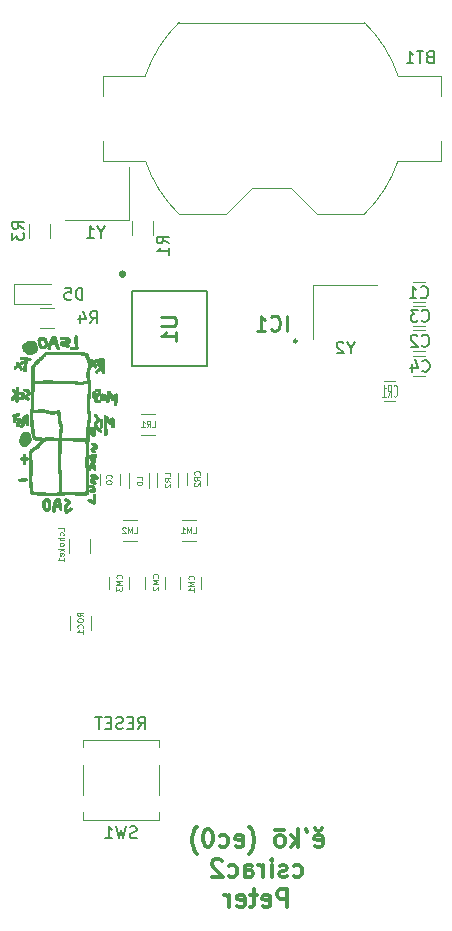
<source format=gbr>
G04 #@! TF.FileFunction,Legend,Bot*
%FSLAX46Y46*%
G04 Gerber Fmt 4.6, Leading zero omitted, Abs format (unit mm)*
G04 Created by KiCad (PCBNEW 4.0.7) date Mon Aug 20 13:26:01 2018*
%MOMM*%
%LPD*%
G01*
G04 APERTURE LIST*
%ADD10C,0.100000*%
%ADD11C,0.300000*%
%ADD12C,0.010000*%
%ADD13C,0.120000*%
%ADD14C,0.254000*%
%ADD15C,0.200000*%
%ADD16C,0.150000*%
%ADD17C,0.125000*%
%ADD18C,0.075000*%
G04 APERTURE END LIST*
D10*
D11*
X63338571Y-149707143D02*
X63481428Y-149778571D01*
X63767142Y-149778571D01*
X63909999Y-149707143D01*
X63981428Y-149564286D01*
X63981428Y-148992857D01*
X63909999Y-148850000D01*
X63767142Y-148778571D01*
X63481428Y-148778571D01*
X63338571Y-148850000D01*
X63267142Y-148992857D01*
X63267142Y-149135714D01*
X63981428Y-149278571D01*
X63909999Y-148207143D02*
X63838571Y-148350000D01*
X63695713Y-148421429D01*
X63552856Y-148421429D01*
X63409999Y-148350000D01*
X63338571Y-148207143D01*
X62552857Y-148278571D02*
X62695714Y-148564286D01*
X61909999Y-149778571D02*
X61909999Y-148278571D01*
X61767142Y-149207143D02*
X61338571Y-149778571D01*
X61338571Y-148778571D02*
X61909999Y-149350000D01*
X60481427Y-149778571D02*
X60624285Y-149707143D01*
X60695713Y-149635714D01*
X60767142Y-149492857D01*
X60767142Y-149064286D01*
X60695713Y-148921429D01*
X60624285Y-148850000D01*
X60481427Y-148778571D01*
X60267142Y-148778571D01*
X60124285Y-148850000D01*
X60052856Y-148921429D01*
X59981427Y-149064286D01*
X59981427Y-149492857D01*
X60052856Y-149635714D01*
X60124285Y-149707143D01*
X60267142Y-149778571D01*
X60481427Y-149778571D01*
X60695713Y-148350000D02*
X59981427Y-148350000D01*
X57767142Y-150350000D02*
X57838570Y-150278571D01*
X57981427Y-150064286D01*
X58052856Y-149921429D01*
X58124285Y-149707143D01*
X58195713Y-149350000D01*
X58195713Y-149064286D01*
X58124285Y-148707143D01*
X58052856Y-148492857D01*
X57981427Y-148350000D01*
X57838570Y-148135714D01*
X57767142Y-148064286D01*
X56624285Y-149707143D02*
X56767142Y-149778571D01*
X57052856Y-149778571D01*
X57195713Y-149707143D01*
X57267142Y-149564286D01*
X57267142Y-148992857D01*
X57195713Y-148850000D01*
X57052856Y-148778571D01*
X56767142Y-148778571D01*
X56624285Y-148850000D01*
X56552856Y-148992857D01*
X56552856Y-149135714D01*
X57267142Y-149278571D01*
X55267142Y-149707143D02*
X55409999Y-149778571D01*
X55695713Y-149778571D01*
X55838571Y-149707143D01*
X55909999Y-149635714D01*
X55981428Y-149492857D01*
X55981428Y-149064286D01*
X55909999Y-148921429D01*
X55838571Y-148850000D01*
X55695713Y-148778571D01*
X55409999Y-148778571D01*
X55267142Y-148850000D01*
X54338571Y-148278571D02*
X54195714Y-148278571D01*
X54052857Y-148350000D01*
X53981428Y-148421429D01*
X53909999Y-148564286D01*
X53838571Y-148850000D01*
X53838571Y-149207143D01*
X53909999Y-149492857D01*
X53981428Y-149635714D01*
X54052857Y-149707143D01*
X54195714Y-149778571D01*
X54338571Y-149778571D01*
X54481428Y-149707143D01*
X54552857Y-149635714D01*
X54624285Y-149492857D01*
X54695714Y-149207143D01*
X54695714Y-148850000D01*
X54624285Y-148564286D01*
X54552857Y-148421429D01*
X54481428Y-148350000D01*
X54338571Y-148278571D01*
X53338571Y-150350000D02*
X53267143Y-150278571D01*
X53124286Y-150064286D01*
X53052857Y-149921429D01*
X52981428Y-149707143D01*
X52910000Y-149350000D01*
X52910000Y-149064286D01*
X52981428Y-148707143D01*
X53052857Y-148492857D01*
X53124286Y-148350000D01*
X53267143Y-148135714D01*
X53338571Y-148064286D01*
X61517142Y-152257143D02*
X61659999Y-152328571D01*
X61945713Y-152328571D01*
X62088571Y-152257143D01*
X62159999Y-152185714D01*
X62231428Y-152042857D01*
X62231428Y-151614286D01*
X62159999Y-151471429D01*
X62088571Y-151400000D01*
X61945713Y-151328571D01*
X61659999Y-151328571D01*
X61517142Y-151400000D01*
X60945714Y-152257143D02*
X60802857Y-152328571D01*
X60517142Y-152328571D01*
X60374285Y-152257143D01*
X60302857Y-152114286D01*
X60302857Y-152042857D01*
X60374285Y-151900000D01*
X60517142Y-151828571D01*
X60731428Y-151828571D01*
X60874285Y-151757143D01*
X60945714Y-151614286D01*
X60945714Y-151542857D01*
X60874285Y-151400000D01*
X60731428Y-151328571D01*
X60517142Y-151328571D01*
X60374285Y-151400000D01*
X59659999Y-152328571D02*
X59659999Y-151328571D01*
X59659999Y-150828571D02*
X59731428Y-150900000D01*
X59659999Y-150971429D01*
X59588571Y-150900000D01*
X59659999Y-150828571D01*
X59659999Y-150971429D01*
X58945713Y-152328571D02*
X58945713Y-151328571D01*
X58945713Y-151614286D02*
X58874285Y-151471429D01*
X58802856Y-151400000D01*
X58659999Y-151328571D01*
X58517142Y-151328571D01*
X57374285Y-152328571D02*
X57374285Y-151542857D01*
X57445714Y-151400000D01*
X57588571Y-151328571D01*
X57874285Y-151328571D01*
X58017142Y-151400000D01*
X57374285Y-152257143D02*
X57517142Y-152328571D01*
X57874285Y-152328571D01*
X58017142Y-152257143D01*
X58088571Y-152114286D01*
X58088571Y-151971429D01*
X58017142Y-151828571D01*
X57874285Y-151757143D01*
X57517142Y-151757143D01*
X57374285Y-151685714D01*
X56017142Y-152257143D02*
X56159999Y-152328571D01*
X56445713Y-152328571D01*
X56588571Y-152257143D01*
X56659999Y-152185714D01*
X56731428Y-152042857D01*
X56731428Y-151614286D01*
X56659999Y-151471429D01*
X56588571Y-151400000D01*
X56445713Y-151328571D01*
X56159999Y-151328571D01*
X56017142Y-151400000D01*
X55445714Y-150971429D02*
X55374285Y-150900000D01*
X55231428Y-150828571D01*
X54874285Y-150828571D01*
X54731428Y-150900000D01*
X54659999Y-150971429D01*
X54588571Y-151114286D01*
X54588571Y-151257143D01*
X54659999Y-151471429D01*
X55517142Y-152328571D01*
X54588571Y-152328571D01*
X60981428Y-154878571D02*
X60981428Y-153378571D01*
X60410000Y-153378571D01*
X60267142Y-153450000D01*
X60195714Y-153521429D01*
X60124285Y-153664286D01*
X60124285Y-153878571D01*
X60195714Y-154021429D01*
X60267142Y-154092857D01*
X60410000Y-154164286D01*
X60981428Y-154164286D01*
X58910000Y-154807143D02*
X59052857Y-154878571D01*
X59338571Y-154878571D01*
X59481428Y-154807143D01*
X59552857Y-154664286D01*
X59552857Y-154092857D01*
X59481428Y-153950000D01*
X59338571Y-153878571D01*
X59052857Y-153878571D01*
X58910000Y-153950000D01*
X58838571Y-154092857D01*
X58838571Y-154235714D01*
X59552857Y-154378571D01*
X58410000Y-153878571D02*
X57838571Y-153878571D01*
X58195714Y-153378571D02*
X58195714Y-154664286D01*
X58124286Y-154807143D01*
X57981428Y-154878571D01*
X57838571Y-154878571D01*
X56767143Y-154807143D02*
X56910000Y-154878571D01*
X57195714Y-154878571D01*
X57338571Y-154807143D01*
X57410000Y-154664286D01*
X57410000Y-154092857D01*
X57338571Y-153950000D01*
X57195714Y-153878571D01*
X56910000Y-153878571D01*
X56767143Y-153950000D01*
X56695714Y-154092857D01*
X56695714Y-154235714D01*
X57410000Y-154378571D01*
X56052857Y-154878571D02*
X56052857Y-153878571D01*
X56052857Y-154164286D02*
X55981429Y-154021429D01*
X55910000Y-153950000D01*
X55767143Y-153878571D01*
X55624286Y-153878571D01*
D12*
G36*
X42137148Y-120270659D02*
X42089351Y-120296434D01*
X42069578Y-120344521D01*
X42068167Y-120368833D01*
X42083664Y-120433540D01*
X42127444Y-120469141D01*
X42162737Y-120474667D01*
X42204219Y-120485569D01*
X42258548Y-120512594D01*
X42312264Y-120547222D01*
X42351912Y-120580930D01*
X42364500Y-120602430D01*
X42346896Y-120619391D01*
X42325021Y-120622833D01*
X42269365Y-120640481D01*
X42209814Y-120686172D01*
X42159119Y-120749025D01*
X42143733Y-120777496D01*
X42123981Y-120838306D01*
X42104576Y-120928372D01*
X42087525Y-121034649D01*
X42074837Y-121144092D01*
X42068520Y-121243656D01*
X42068167Y-121268324D01*
X42084504Y-121366583D01*
X42130882Y-121439049D01*
X42203355Y-121481347D01*
X42268827Y-121490667D01*
X42329113Y-121485274D01*
X42382076Y-121464436D01*
X42443697Y-121421162D01*
X42462349Y-121406000D01*
X42519405Y-121361649D01*
X42565309Y-121330998D01*
X42587502Y-121321333D01*
X42620827Y-121305217D01*
X42664369Y-121265455D01*
X42706947Y-121214926D01*
X42737377Y-121166513D01*
X42745500Y-121139350D01*
X42728597Y-121085655D01*
X42685237Y-121053544D01*
X42626447Y-121044925D01*
X42563251Y-121061705D01*
X42512667Y-121099083D01*
X42473396Y-121134983D01*
X42444056Y-121151822D01*
X42442183Y-121152000D01*
X42413523Y-121163890D01*
X42367427Y-121193551D01*
X42351925Y-121205001D01*
X42307065Y-121234270D01*
X42277590Y-121244341D01*
X42273083Y-121242043D01*
X42269284Y-121208560D01*
X42274205Y-121147306D01*
X42285552Y-121071385D01*
X42301028Y-120993902D01*
X42318340Y-120927960D01*
X42335191Y-120886664D01*
X42335383Y-120886369D01*
X42378296Y-120844585D01*
X42434088Y-120814383D01*
X42523480Y-120767303D01*
X42586804Y-120701289D01*
X42616897Y-120624553D01*
X42618395Y-120602998D01*
X42607878Y-120538853D01*
X42573208Y-120476729D01*
X42509426Y-120409992D01*
X42421087Y-120339051D01*
X42351388Y-120292617D01*
X42292364Y-120269622D01*
X42225310Y-120263029D01*
X42218946Y-120263000D01*
X42137148Y-120270659D01*
X42137148Y-120270659D01*
G37*
X42137148Y-120270659D02*
X42089351Y-120296434D01*
X42069578Y-120344521D01*
X42068167Y-120368833D01*
X42083664Y-120433540D01*
X42127444Y-120469141D01*
X42162737Y-120474667D01*
X42204219Y-120485569D01*
X42258548Y-120512594D01*
X42312264Y-120547222D01*
X42351912Y-120580930D01*
X42364500Y-120602430D01*
X42346896Y-120619391D01*
X42325021Y-120622833D01*
X42269365Y-120640481D01*
X42209814Y-120686172D01*
X42159119Y-120749025D01*
X42143733Y-120777496D01*
X42123981Y-120838306D01*
X42104576Y-120928372D01*
X42087525Y-121034649D01*
X42074837Y-121144092D01*
X42068520Y-121243656D01*
X42068167Y-121268324D01*
X42084504Y-121366583D01*
X42130882Y-121439049D01*
X42203355Y-121481347D01*
X42268827Y-121490667D01*
X42329113Y-121485274D01*
X42382076Y-121464436D01*
X42443697Y-121421162D01*
X42462349Y-121406000D01*
X42519405Y-121361649D01*
X42565309Y-121330998D01*
X42587502Y-121321333D01*
X42620827Y-121305217D01*
X42664369Y-121265455D01*
X42706947Y-121214926D01*
X42737377Y-121166513D01*
X42745500Y-121139350D01*
X42728597Y-121085655D01*
X42685237Y-121053544D01*
X42626447Y-121044925D01*
X42563251Y-121061705D01*
X42512667Y-121099083D01*
X42473396Y-121134983D01*
X42444056Y-121151822D01*
X42442183Y-121152000D01*
X42413523Y-121163890D01*
X42367427Y-121193551D01*
X42351925Y-121205001D01*
X42307065Y-121234270D01*
X42277590Y-121244341D01*
X42273083Y-121242043D01*
X42269284Y-121208560D01*
X42274205Y-121147306D01*
X42285552Y-121071385D01*
X42301028Y-120993902D01*
X42318340Y-120927960D01*
X42335191Y-120886664D01*
X42335383Y-120886369D01*
X42378296Y-120844585D01*
X42434088Y-120814383D01*
X42523480Y-120767303D01*
X42586804Y-120701289D01*
X42616897Y-120624553D01*
X42618395Y-120602998D01*
X42607878Y-120538853D01*
X42573208Y-120476729D01*
X42509426Y-120409992D01*
X42421087Y-120339051D01*
X42351388Y-120292617D01*
X42292364Y-120269622D01*
X42225310Y-120263029D01*
X42218946Y-120263000D01*
X42137148Y-120270659D01*
G36*
X41533395Y-120227241D02*
X41507250Y-120241833D01*
X41477851Y-120258672D01*
X41446191Y-120263000D01*
X41388825Y-120283253D01*
X41330108Y-120341136D01*
X41274417Y-120432333D01*
X41240161Y-120493373D01*
X41205074Y-120544382D01*
X41201454Y-120548750D01*
X41171367Y-120595170D01*
X41147799Y-120659534D01*
X41129649Y-120747575D01*
X41115814Y-120865027D01*
X41105193Y-121017622D01*
X41102936Y-121061403D01*
X41097685Y-121189960D01*
X41096575Y-121282212D01*
X41099818Y-121344006D01*
X41107630Y-121381186D01*
X41115137Y-121394778D01*
X41161885Y-121422439D01*
X41219364Y-121423066D01*
X41259600Y-121401767D01*
X41273609Y-121367702D01*
X41282834Y-121306816D01*
X41285000Y-121256246D01*
X41287390Y-121175644D01*
X41293497Y-121101628D01*
X41298229Y-121069979D01*
X41313150Y-121023999D01*
X41342772Y-121006241D01*
X41381281Y-121003833D01*
X41444658Y-121008773D01*
X41523594Y-121021247D01*
X41556936Y-121028262D01*
X41628014Y-121050632D01*
X41667484Y-121083880D01*
X41684122Y-121139401D01*
X41686878Y-121197033D01*
X41703436Y-121259278D01*
X41749857Y-121292677D01*
X41807595Y-121296404D01*
X41837841Y-121291401D01*
X41855543Y-121278814D01*
X41864020Y-121249334D01*
X41866594Y-121193651D01*
X41866652Y-121130833D01*
X41858931Y-120988464D01*
X41838549Y-120837367D01*
X41827513Y-120785824D01*
X41623715Y-120785824D01*
X41604415Y-120793271D01*
X41553603Y-120796907D01*
X41481990Y-120796006D01*
X41476859Y-120795773D01*
X41399673Y-120790784D01*
X41356959Y-120783383D01*
X41340856Y-120771088D01*
X41342745Y-120753439D01*
X41363260Y-120715083D01*
X41399074Y-120661987D01*
X41412523Y-120644000D01*
X41456983Y-120581371D01*
X41495100Y-120519856D01*
X41501342Y-120508300D01*
X41533171Y-120446683D01*
X41548718Y-120550354D01*
X41564301Y-120625184D01*
X41585290Y-120691896D01*
X41593965Y-120711462D01*
X41615136Y-120757448D01*
X41623715Y-120785824D01*
X41827513Y-120785824D01*
X41808605Y-120697519D01*
X41789452Y-120633417D01*
X41772551Y-120576540D01*
X41752608Y-120499250D01*
X41740772Y-120448632D01*
X41709629Y-120338702D01*
X41672374Y-120266894D01*
X41626163Y-120229125D01*
X41582095Y-120220667D01*
X41533395Y-120227241D01*
X41533395Y-120227241D01*
G37*
X41533395Y-120227241D02*
X41507250Y-120241833D01*
X41477851Y-120258672D01*
X41446191Y-120263000D01*
X41388825Y-120283253D01*
X41330108Y-120341136D01*
X41274417Y-120432333D01*
X41240161Y-120493373D01*
X41205074Y-120544382D01*
X41201454Y-120548750D01*
X41171367Y-120595170D01*
X41147799Y-120659534D01*
X41129649Y-120747575D01*
X41115814Y-120865027D01*
X41105193Y-121017622D01*
X41102936Y-121061403D01*
X41097685Y-121189960D01*
X41096575Y-121282212D01*
X41099818Y-121344006D01*
X41107630Y-121381186D01*
X41115137Y-121394778D01*
X41161885Y-121422439D01*
X41219364Y-121423066D01*
X41259600Y-121401767D01*
X41273609Y-121367702D01*
X41282834Y-121306816D01*
X41285000Y-121256246D01*
X41287390Y-121175644D01*
X41293497Y-121101628D01*
X41298229Y-121069979D01*
X41313150Y-121023999D01*
X41342772Y-121006241D01*
X41381281Y-121003833D01*
X41444658Y-121008773D01*
X41523594Y-121021247D01*
X41556936Y-121028262D01*
X41628014Y-121050632D01*
X41667484Y-121083880D01*
X41684122Y-121139401D01*
X41686878Y-121197033D01*
X41703436Y-121259278D01*
X41749857Y-121292677D01*
X41807595Y-121296404D01*
X41837841Y-121291401D01*
X41855543Y-121278814D01*
X41864020Y-121249334D01*
X41866594Y-121193651D01*
X41866652Y-121130833D01*
X41858931Y-120988464D01*
X41838549Y-120837367D01*
X41827513Y-120785824D01*
X41623715Y-120785824D01*
X41604415Y-120793271D01*
X41553603Y-120796907D01*
X41481990Y-120796006D01*
X41476859Y-120795773D01*
X41399673Y-120790784D01*
X41356959Y-120783383D01*
X41340856Y-120771088D01*
X41342745Y-120753439D01*
X41363260Y-120715083D01*
X41399074Y-120661987D01*
X41412523Y-120644000D01*
X41456983Y-120581371D01*
X41495100Y-120519856D01*
X41501342Y-120508300D01*
X41533171Y-120446683D01*
X41548718Y-120550354D01*
X41564301Y-120625184D01*
X41585290Y-120691896D01*
X41593965Y-120711462D01*
X41615136Y-120757448D01*
X41623715Y-120785824D01*
X41827513Y-120785824D01*
X41808605Y-120697519D01*
X41789452Y-120633417D01*
X41772551Y-120576540D01*
X41752608Y-120499250D01*
X41740772Y-120448632D01*
X41709629Y-120338702D01*
X41672374Y-120266894D01*
X41626163Y-120229125D01*
X41582095Y-120220667D01*
X41533395Y-120227241D01*
G36*
X40524273Y-120234083D02*
X40448605Y-120281640D01*
X40378234Y-120342841D01*
X40247833Y-120465015D01*
X40247833Y-120714468D01*
X40250441Y-120861931D01*
X40259651Y-120975853D01*
X40277544Y-121064781D01*
X40306202Y-121137266D01*
X40347706Y-121201854D01*
X40374412Y-121234420D01*
X40417676Y-121282145D01*
X40453402Y-121310634D01*
X40495309Y-121325829D01*
X40557119Y-121333669D01*
X40612476Y-121337508D01*
X40769636Y-121347594D01*
X40836430Y-121246754D01*
X40873655Y-121185559D01*
X40900393Y-121126052D01*
X40918307Y-121059495D01*
X40929062Y-120977148D01*
X40934321Y-120870272D01*
X40935749Y-120730129D01*
X40935750Y-120725121D01*
X40935144Y-120652694D01*
X40733508Y-120652694D01*
X40733082Y-120714702D01*
X40728470Y-120794043D01*
X40715657Y-120914586D01*
X40695206Y-121014072D01*
X40669017Y-121086432D01*
X40638992Y-121125596D01*
X40623020Y-121130833D01*
X40588836Y-121116398D01*
X40549885Y-121083208D01*
X40500804Y-121001294D01*
X40470566Y-120883138D01*
X40459648Y-120730642D01*
X40459618Y-120722413D01*
X40461641Y-120641317D01*
X40470248Y-120588996D01*
X40489000Y-120551997D01*
X40511455Y-120526621D01*
X40563369Y-120485475D01*
X40607898Y-120480507D01*
X40654965Y-120512672D01*
X40682680Y-120543132D01*
X40710429Y-120578536D01*
X40726665Y-120611181D01*
X40733508Y-120652694D01*
X40935144Y-120652694D01*
X40934736Y-120603934D01*
X40928968Y-120515745D01*
X40914354Y-120451226D01*
X40886806Y-120401048D01*
X40842232Y-120355881D01*
X40776542Y-120306396D01*
X40741436Y-120281918D01*
X40661873Y-120235701D01*
X40592424Y-120219263D01*
X40524273Y-120234083D01*
X40524273Y-120234083D01*
G37*
X40524273Y-120234083D02*
X40448605Y-120281640D01*
X40378234Y-120342841D01*
X40247833Y-120465015D01*
X40247833Y-120714468D01*
X40250441Y-120861931D01*
X40259651Y-120975853D01*
X40277544Y-121064781D01*
X40306202Y-121137266D01*
X40347706Y-121201854D01*
X40374412Y-121234420D01*
X40417676Y-121282145D01*
X40453402Y-121310634D01*
X40495309Y-121325829D01*
X40557119Y-121333669D01*
X40612476Y-121337508D01*
X40769636Y-121347594D01*
X40836430Y-121246754D01*
X40873655Y-121185559D01*
X40900393Y-121126052D01*
X40918307Y-121059495D01*
X40929062Y-120977148D01*
X40934321Y-120870272D01*
X40935749Y-120730129D01*
X40935750Y-120725121D01*
X40935144Y-120652694D01*
X40733508Y-120652694D01*
X40733082Y-120714702D01*
X40728470Y-120794043D01*
X40715657Y-120914586D01*
X40695206Y-121014072D01*
X40669017Y-121086432D01*
X40638992Y-121125596D01*
X40623020Y-121130833D01*
X40588836Y-121116398D01*
X40549885Y-121083208D01*
X40500804Y-121001294D01*
X40470566Y-120883138D01*
X40459648Y-120730642D01*
X40459618Y-120722413D01*
X40461641Y-120641317D01*
X40470248Y-120588996D01*
X40489000Y-120551997D01*
X40511455Y-120526621D01*
X40563369Y-120485475D01*
X40607898Y-120480507D01*
X40654965Y-120512672D01*
X40682680Y-120543132D01*
X40710429Y-120578536D01*
X40726665Y-120611181D01*
X40733508Y-120652694D01*
X40935144Y-120652694D01*
X40934736Y-120603934D01*
X40928968Y-120515745D01*
X40914354Y-120451226D01*
X40886806Y-120401048D01*
X40842232Y-120355881D01*
X40776542Y-120306396D01*
X40741436Y-120281918D01*
X40661873Y-120235701D01*
X40592424Y-120219263D01*
X40524273Y-120234083D01*
G36*
X44594101Y-119871079D02*
X44559687Y-119898264D01*
X44542633Y-119930345D01*
X44529309Y-119987949D01*
X44518715Y-120076937D01*
X44510967Y-120184014D01*
X44503841Y-120280842D01*
X44495469Y-120360011D01*
X44486904Y-120413259D01*
X44479326Y-120432333D01*
X44453142Y-120423230D01*
X44401257Y-120399455D01*
X44340141Y-120368833D01*
X44230117Y-120321320D01*
X44146626Y-120306729D01*
X44089602Y-120325052D01*
X44083234Y-120330733D01*
X44060809Y-120379040D01*
X44062558Y-120439816D01*
X44087018Y-120491842D01*
X44094875Y-120499647D01*
X44130265Y-120523000D01*
X44186442Y-120553785D01*
X44249589Y-120585185D01*
X44305890Y-120610379D01*
X44341527Y-120622550D01*
X44344476Y-120622833D01*
X44367708Y-120633708D01*
X44412288Y-120661118D01*
X44434287Y-120675750D01*
X44504151Y-120710290D01*
X44578579Y-120727253D01*
X44644043Y-120725225D01*
X44687011Y-120702791D01*
X44687481Y-120702208D01*
X44695171Y-120673203D01*
X44703360Y-120609348D01*
X44711370Y-120518112D01*
X44718524Y-120406962D01*
X44723184Y-120308504D01*
X44728193Y-120173926D01*
X44730605Y-120075134D01*
X44730076Y-120005642D01*
X44726260Y-119958961D01*
X44718811Y-119928607D01*
X44707385Y-119908090D01*
X44701498Y-119901046D01*
X44648268Y-119865272D01*
X44594101Y-119871079D01*
X44594101Y-119871079D01*
G37*
X44594101Y-119871079D02*
X44559687Y-119898264D01*
X44542633Y-119930345D01*
X44529309Y-119987949D01*
X44518715Y-120076937D01*
X44510967Y-120184014D01*
X44503841Y-120280842D01*
X44495469Y-120360011D01*
X44486904Y-120413259D01*
X44479326Y-120432333D01*
X44453142Y-120423230D01*
X44401257Y-120399455D01*
X44340141Y-120368833D01*
X44230117Y-120321320D01*
X44146626Y-120306729D01*
X44089602Y-120325052D01*
X44083234Y-120330733D01*
X44060809Y-120379040D01*
X44062558Y-120439816D01*
X44087018Y-120491842D01*
X44094875Y-120499647D01*
X44130265Y-120523000D01*
X44186442Y-120553785D01*
X44249589Y-120585185D01*
X44305890Y-120610379D01*
X44341527Y-120622550D01*
X44344476Y-120622833D01*
X44367708Y-120633708D01*
X44412288Y-120661118D01*
X44434287Y-120675750D01*
X44504151Y-120710290D01*
X44578579Y-120727253D01*
X44644043Y-120725225D01*
X44687011Y-120702791D01*
X44687481Y-120702208D01*
X44695171Y-120673203D01*
X44703360Y-120609348D01*
X44711370Y-120518112D01*
X44718524Y-120406962D01*
X44723184Y-120308504D01*
X44728193Y-120173926D01*
X44730605Y-120075134D01*
X44730076Y-120005642D01*
X44726260Y-119958961D01*
X44718811Y-119928607D01*
X44707385Y-119908090D01*
X44701498Y-119901046D01*
X44648268Y-119865272D01*
X44594101Y-119871079D01*
G36*
X42159474Y-107843494D02*
X41972330Y-107844923D01*
X41799868Y-107847472D01*
X41648866Y-107851130D01*
X41526101Y-107855884D01*
X41438349Y-107861724D01*
X41433167Y-107862225D01*
X41342423Y-107869687D01*
X41221655Y-107877325D01*
X41083163Y-107884482D01*
X40939250Y-107890497D01*
X40851083Y-107893411D01*
X40715237Y-107897588D01*
X40615190Y-107901664D01*
X40544420Y-107906590D01*
X40496407Y-107913315D01*
X40464628Y-107922791D01*
X40442564Y-107935968D01*
X40423692Y-107953797D01*
X40421602Y-107956008D01*
X40381633Y-107991417D01*
X40350472Y-108007421D01*
X40349068Y-108007500D01*
X40320762Y-108022012D01*
X40271313Y-108061213D01*
X40208198Y-108118596D01*
X40138894Y-108187658D01*
X40124006Y-108203299D01*
X40093236Y-108234464D01*
X40041216Y-108285706D01*
X39977294Y-108347845D01*
X39951592Y-108372632D01*
X39880462Y-108442285D01*
X39812957Y-108510467D01*
X39760951Y-108565131D01*
X39750509Y-108576682D01*
X39711237Y-108620283D01*
X39651283Y-108685986D01*
X39578793Y-108764897D01*
X39501915Y-108848119D01*
X39501708Y-108848342D01*
X39316500Y-109048235D01*
X39316500Y-110092952D01*
X39316143Y-110299210D01*
X39315117Y-110492404D01*
X39313493Y-110668441D01*
X39311342Y-110823229D01*
X39308734Y-110952678D01*
X39305739Y-111052695D01*
X39302429Y-111119189D01*
X39298873Y-111148067D01*
X39298312Y-111148909D01*
X39293871Y-111171930D01*
X39289256Y-111232486D01*
X39284643Y-111325781D01*
X39280208Y-111447016D01*
X39276126Y-111591395D01*
X39272574Y-111754122D01*
X39269759Y-111928033D01*
X39266959Y-112129044D01*
X39264335Y-112292292D01*
X39261580Y-112422343D01*
X39258387Y-112523767D01*
X39254451Y-112601130D01*
X39249466Y-112659000D01*
X39243126Y-112701943D01*
X39235124Y-112734529D01*
X39225155Y-112761323D01*
X39212913Y-112786895D01*
X39212107Y-112788476D01*
X39196572Y-112820589D01*
X39185050Y-112851957D01*
X39177113Y-112888950D01*
X39172338Y-112937940D01*
X39170297Y-113005298D01*
X39170565Y-113097395D01*
X39172717Y-113220603D01*
X39175347Y-113338809D01*
X39179535Y-113482046D01*
X39185167Y-113618384D01*
X39191771Y-113739483D01*
X39198877Y-113837005D01*
X39206015Y-113902610D01*
X39207741Y-113913000D01*
X39222968Y-114004415D01*
X39237286Y-114106973D01*
X39243090Y-114156417D01*
X39252222Y-114230034D01*
X39261910Y-114289233D01*
X39268201Y-114315167D01*
X39274811Y-114356671D01*
X39275814Y-114416918D01*
X39275378Y-114426292D01*
X39278170Y-114481602D01*
X39292748Y-114505348D01*
X39295284Y-114505667D01*
X39310729Y-114525597D01*
X39315969Y-114582535D01*
X39315422Y-114606208D01*
X39315197Y-114673015D01*
X39319522Y-114725063D01*
X39322638Y-114738500D01*
X39331864Y-114777651D01*
X39342076Y-114840258D01*
X39346286Y-114872534D01*
X39360295Y-114950174D01*
X39380785Y-115022295D01*
X39388520Y-115041868D01*
X39416093Y-115109490D01*
X39437571Y-115170904D01*
X39460546Y-115219704D01*
X39487093Y-115246989D01*
X39529310Y-115267591D01*
X39566902Y-115286780D01*
X39615222Y-115299688D01*
X39695055Y-115307492D01*
X39795778Y-115309174D01*
X39799735Y-115309106D01*
X39887754Y-115308982D01*
X39962491Y-115311583D01*
X40011567Y-115316384D01*
X40020292Y-115318453D01*
X40071216Y-115335415D01*
X40089996Y-115341436D01*
X40111303Y-115359879D01*
X40102490Y-115389061D01*
X40076928Y-115423584D01*
X40028621Y-115478141D01*
X39963660Y-115546765D01*
X39888140Y-115623494D01*
X39808153Y-115702362D01*
X39729793Y-115777406D01*
X39659151Y-115842661D01*
X39602322Y-115892163D01*
X39565399Y-115919947D01*
X39556179Y-115923833D01*
X39519037Y-115936123D01*
X39466766Y-115967005D01*
X39446086Y-115982042D01*
X39388946Y-116023211D01*
X39338081Y-116055217D01*
X39326275Y-116061417D01*
X39288844Y-116088004D01*
X39236536Y-116135604D01*
X39190674Y-116183153D01*
X39099390Y-116283723D01*
X39115287Y-116828736D01*
X39122045Y-117068939D01*
X39127155Y-117274588D01*
X39130630Y-117453429D01*
X39132482Y-117613209D01*
X39132721Y-117761675D01*
X39131361Y-117906574D01*
X39128412Y-118055652D01*
X39123887Y-118216655D01*
X39117798Y-118397332D01*
X39117691Y-118400333D01*
X39111974Y-118578181D01*
X39108980Y-118718643D01*
X39108769Y-118826584D01*
X39111403Y-118906867D01*
X39116944Y-118964357D01*
X39125351Y-119003583D01*
X39135007Y-119052849D01*
X39145123Y-119135380D01*
X39154844Y-119242128D01*
X39163312Y-119364044D01*
X39168136Y-119455724D01*
X39174737Y-119603708D01*
X39182308Y-119715047D01*
X39195365Y-119795282D01*
X39218423Y-119849952D01*
X39255998Y-119884598D01*
X39312604Y-119904760D01*
X39392758Y-119915977D01*
X39500976Y-119923789D01*
X39552387Y-119927152D01*
X39659668Y-119935159D01*
X39753250Y-119943592D01*
X39824198Y-119951540D01*
X39863576Y-119958095D01*
X39866833Y-119959141D01*
X39904138Y-119966364D01*
X39977502Y-119973884D01*
X40080676Y-119981483D01*
X40207406Y-119988947D01*
X40351443Y-119996060D01*
X40506534Y-120002606D01*
X40666429Y-120008370D01*
X40824875Y-120013137D01*
X40975623Y-120016691D01*
X41112419Y-120018815D01*
X41229013Y-120019296D01*
X41319153Y-120017916D01*
X41376589Y-120014462D01*
X41391619Y-120011720D01*
X41455177Y-119997687D01*
X41554117Y-119984704D01*
X41681938Y-119972956D01*
X41832141Y-119962626D01*
X41998223Y-119953898D01*
X42173685Y-119946955D01*
X42352027Y-119941981D01*
X42526746Y-119939159D01*
X42691343Y-119938674D01*
X42839317Y-119940710D01*
X42964168Y-119945449D01*
X43059394Y-119953076D01*
X43115917Y-119962992D01*
X43175596Y-119973909D01*
X43263310Y-119981830D01*
X43370451Y-119986822D01*
X43488412Y-119988948D01*
X43608584Y-119988273D01*
X43722361Y-119984864D01*
X43821135Y-119978783D01*
X43896297Y-119970097D01*
X43939241Y-119958871D01*
X43942663Y-119956756D01*
X43988539Y-119931833D01*
X44017511Y-119925006D01*
X44057263Y-119914213D01*
X44086963Y-119880238D01*
X44108596Y-119817975D01*
X44124143Y-119722315D01*
X44132823Y-119628000D01*
X44139019Y-119517548D01*
X44143859Y-119376330D01*
X44147338Y-119212499D01*
X44149454Y-119034205D01*
X44149511Y-119019952D01*
X43937010Y-119019952D01*
X43934663Y-119210949D01*
X43929722Y-119373951D01*
X43922146Y-119502196D01*
X43921172Y-119513642D01*
X43911204Y-119609321D01*
X43896630Y-119678523D01*
X43871226Y-119725293D01*
X43828767Y-119753675D01*
X43763028Y-119767716D01*
X43667786Y-119771461D01*
X43536814Y-119768954D01*
X43528667Y-119768721D01*
X43391409Y-119763049D01*
X43235238Y-119753901D01*
X43083286Y-119742739D01*
X42999500Y-119735270D01*
X42804390Y-119722539D01*
X42570598Y-119718550D01*
X42301000Y-119723347D01*
X41867083Y-119737279D01*
X41867016Y-119113915D01*
X41683739Y-119113915D01*
X41682020Y-119276431D01*
X41677546Y-119424884D01*
X41676306Y-119452119D01*
X41661725Y-119752488D01*
X41542154Y-119766084D01*
X41453628Y-119777630D01*
X41364186Y-119791560D01*
X41327333Y-119798221D01*
X41286967Y-119803982D01*
X41233315Y-119807547D01*
X41162344Y-119808819D01*
X41070018Y-119807701D01*
X40952302Y-119804097D01*
X40805161Y-119797908D01*
X40624561Y-119789039D01*
X40406465Y-119777391D01*
X40364250Y-119775066D01*
X40233970Y-119767115D01*
X40108185Y-119758093D01*
X39997389Y-119748850D01*
X39912074Y-119740233D01*
X39877417Y-119735706D01*
X39785048Y-119724841D01*
X39677656Y-119716900D01*
X39602250Y-119714128D01*
X39523562Y-119710449D01*
X39459499Y-119702826D01*
X39423887Y-119692908D01*
X39423825Y-119692870D01*
X39411373Y-119674749D01*
X39401223Y-119634513D01*
X39392745Y-119567130D01*
X39385310Y-119467567D01*
X39378286Y-119330791D01*
X39378165Y-119328069D01*
X39371238Y-119203395D01*
X39362240Y-119086367D01*
X39352102Y-118986740D01*
X39341757Y-118914271D01*
X39336280Y-118889399D01*
X39328575Y-118853137D01*
X39323438Y-118804240D01*
X39320878Y-118737851D01*
X39320903Y-118649111D01*
X39323520Y-118533162D01*
X39328738Y-118385144D01*
X39336565Y-118200199D01*
X39337454Y-118180316D01*
X39344212Y-118012408D01*
X39349355Y-117848833D01*
X39352757Y-117697080D01*
X39354289Y-117564639D01*
X39353825Y-117458999D01*
X39351237Y-117387649D01*
X39350988Y-117384333D01*
X39345683Y-117303508D01*
X39339753Y-117191285D01*
X39333703Y-117058584D01*
X39328036Y-116916325D01*
X39323993Y-116799072D01*
X39311120Y-116393728D01*
X39449707Y-116258510D01*
X39517268Y-116195285D01*
X39579172Y-116142079D01*
X39625464Y-116107277D01*
X39637605Y-116100281D01*
X39697044Y-116072494D01*
X39739833Y-116052446D01*
X39854780Y-115993112D01*
X39929591Y-115941562D01*
X39965554Y-115896853D01*
X39968951Y-115884694D01*
X39986655Y-115847406D01*
X40028049Y-115790053D01*
X40086446Y-115719694D01*
X40155158Y-115643393D01*
X40227498Y-115568210D01*
X40296779Y-115501208D01*
X40356315Y-115449448D01*
X40399416Y-115419993D01*
X40412949Y-115415833D01*
X40437846Y-115398941D01*
X40445988Y-115384083D01*
X40473289Y-115355941D01*
X40488822Y-115352333D01*
X40521151Y-115338903D01*
X40527141Y-115329326D01*
X40549712Y-115320305D01*
X40603433Y-115313134D01*
X40677149Y-115308159D01*
X40759703Y-115305726D01*
X40839939Y-115306180D01*
X40906701Y-115309868D01*
X40946333Y-115316325D01*
X41015713Y-115331894D01*
X41113215Y-115347029D01*
X41224644Y-115360094D01*
X41335805Y-115369448D01*
X41432505Y-115373456D01*
X41441754Y-115373500D01*
X41597723Y-115373500D01*
X41606754Y-115526958D01*
X41608645Y-115591812D01*
X41609070Y-115690898D01*
X41608113Y-115816147D01*
X41605859Y-115959487D01*
X41602390Y-116112846D01*
X41599662Y-116209583D01*
X41590637Y-116506123D01*
X41582937Y-116764010D01*
X41576649Y-116986907D01*
X41571855Y-117178475D01*
X41568639Y-117342377D01*
X41567086Y-117482274D01*
X41567280Y-117601831D01*
X41569303Y-117704707D01*
X41573241Y-117794567D01*
X41579177Y-117875071D01*
X41587195Y-117949882D01*
X41597378Y-118022663D01*
X41609812Y-118097076D01*
X41624579Y-118176782D01*
X41641764Y-118265444D01*
X41647435Y-118294500D01*
X41658031Y-118372268D01*
X41667076Y-118484295D01*
X41674371Y-118622527D01*
X41679713Y-118778910D01*
X41682903Y-118945390D01*
X41683739Y-119113915D01*
X41867016Y-119113915D01*
X41867005Y-119021181D01*
X41866308Y-118791167D01*
X41864211Y-118600744D01*
X41860626Y-118447188D01*
X41855465Y-118327776D01*
X41848638Y-118239786D01*
X41840057Y-118180496D01*
X41839547Y-118178083D01*
X41812402Y-118045902D01*
X41791241Y-117925354D01*
X41775668Y-117809198D01*
X41765286Y-117690198D01*
X41759697Y-117561112D01*
X41758503Y-117414703D01*
X41761308Y-117243731D01*
X41767713Y-117040957D01*
X41771568Y-116939833D01*
X41778570Y-116748666D01*
X41785089Y-116544326D01*
X41790828Y-116338150D01*
X41795494Y-116141477D01*
X41798789Y-115965646D01*
X41800333Y-115835662D01*
X41803583Y-115377073D01*
X42047000Y-115361389D01*
X42165799Y-115357097D01*
X42316502Y-115356930D01*
X42488893Y-115360728D01*
X42672761Y-115368332D01*
X42745500Y-115372302D01*
X42908050Y-115381374D01*
X43082382Y-115390372D01*
X43254772Y-115398637D01*
X43411497Y-115405510D01*
X43531973Y-115410101D01*
X43863363Y-115421301D01*
X43891113Y-115519109D01*
X43900636Y-115576430D01*
X43908166Y-115670913D01*
X43913667Y-115797428D01*
X43917104Y-115950850D01*
X43918440Y-116126050D01*
X43917639Y-116317902D01*
X43914664Y-116521278D01*
X43909481Y-116731050D01*
X43902052Y-116942091D01*
X43901271Y-116961000D01*
X43895600Y-117205046D01*
X43897340Y-117479967D01*
X43906372Y-117774978D01*
X43911273Y-117881750D01*
X43921280Y-118111276D01*
X43928898Y-118346622D01*
X43934087Y-118581025D01*
X43936804Y-118807723D01*
X43937010Y-119019952D01*
X44149511Y-119019952D01*
X44150202Y-118849601D01*
X44149578Y-118666837D01*
X44147579Y-118494067D01*
X44144200Y-118339441D01*
X44139439Y-118211111D01*
X44133532Y-118119875D01*
X44114949Y-117913500D01*
X44167777Y-117913500D01*
X44231132Y-117893796D01*
X44279697Y-117838799D01*
X44301896Y-117781208D01*
X44314510Y-117746181D01*
X44337824Y-117728994D01*
X44384503Y-117723400D01*
X44419961Y-117723000D01*
X44482037Y-117724938D01*
X44512689Y-117734224D01*
X44522776Y-117756060D01*
X44523500Y-117772636D01*
X44540245Y-117827139D01*
X44580782Y-117872320D01*
X44630567Y-117892282D01*
X44633011Y-117892333D01*
X44671318Y-117877714D01*
X44700136Y-117853625D01*
X44722589Y-117804711D01*
X44734702Y-117727803D01*
X44736626Y-117635920D01*
X44728510Y-117542083D01*
X44721477Y-117509746D01*
X44477110Y-117509746D01*
X44466892Y-117529046D01*
X44449417Y-117532500D01*
X44423073Y-117521760D01*
X44421724Y-117509746D01*
X44443576Y-117487877D01*
X44449417Y-117486992D01*
X44474235Y-117503470D01*
X44477110Y-117509746D01*
X44721477Y-117509746D01*
X44710506Y-117459309D01*
X44695141Y-117420608D01*
X44656392Y-117337055D01*
X44641385Y-117281105D01*
X44649495Y-117245747D01*
X44677731Y-117224978D01*
X44699987Y-117211263D01*
X44715003Y-117187722D01*
X44725154Y-117145654D01*
X44732816Y-117076357D01*
X44738217Y-117003333D01*
X44746228Y-116897599D01*
X44755662Y-116791513D01*
X44761930Y-116731396D01*
X44563382Y-116731396D01*
X44548900Y-116753567D01*
X44528394Y-116794113D01*
X44523500Y-116827650D01*
X44514665Y-116868196D01*
X44490596Y-116870777D01*
X44454946Y-116835313D01*
X44450576Y-116829231D01*
X44431090Y-116794870D01*
X44436279Y-116767674D01*
X44469600Y-116730113D01*
X44470253Y-116729459D01*
X44510260Y-116696111D01*
X44537281Y-116693870D01*
X44548612Y-116702478D01*
X44563382Y-116731396D01*
X44761930Y-116731396D01*
X44764857Y-116703323D01*
X44767596Y-116680938D01*
X44774898Y-116601535D01*
X44768085Y-116548630D01*
X44740847Y-116516905D01*
X44686873Y-116501042D01*
X44599853Y-116495723D01*
X44547367Y-116495352D01*
X44364750Y-116495371D01*
X44285375Y-116577195D01*
X44239188Y-116628917D01*
X44215509Y-116673117D01*
X44206951Y-116728597D01*
X44206000Y-116779267D01*
X44207746Y-116844633D01*
X44217501Y-116890383D01*
X44242044Y-116931143D01*
X44288152Y-116981535D01*
X44309866Y-117003382D01*
X44366909Y-117064793D01*
X44392726Y-117104677D01*
X44389869Y-117127027D01*
X44389221Y-117127591D01*
X44370780Y-117153614D01*
X44338617Y-117209228D01*
X44297256Y-117285827D01*
X44251221Y-117374804D01*
X44205039Y-117467552D01*
X44163232Y-117555463D01*
X44156152Y-117570920D01*
X44133871Y-117619924D01*
X44114963Y-117570920D01*
X44109653Y-117533996D01*
X44106742Y-117461140D01*
X44106257Y-117358685D01*
X44108229Y-117232966D01*
X44112686Y-117090317D01*
X44112775Y-117088000D01*
X44117623Y-116940254D01*
X44122101Y-116762551D01*
X44125980Y-116567268D01*
X44129030Y-116366781D01*
X44131023Y-116173466D01*
X44131595Y-116072000D01*
X44133162Y-115876884D01*
X44136286Y-115715514D01*
X44140887Y-115589888D01*
X44146884Y-115502001D01*
X44154198Y-115453851D01*
X44156566Y-115447583D01*
X44163626Y-115413428D01*
X44170277Y-115339302D01*
X44176412Y-115227564D01*
X44181923Y-115080575D01*
X44186705Y-114900696D01*
X44190559Y-114696167D01*
X44193835Y-114500061D01*
X44197107Y-114340934D01*
X44200725Y-114213431D01*
X44205038Y-114112200D01*
X44210395Y-114031886D01*
X44217145Y-113967136D01*
X44225639Y-113912596D01*
X44236225Y-113862913D01*
X44247878Y-113817750D01*
X44267038Y-113741477D01*
X44279515Y-113672180D01*
X44286222Y-113598351D01*
X44288073Y-113508485D01*
X44285979Y-113391074D01*
X44284823Y-113352083D01*
X44279206Y-113223020D01*
X44270698Y-113089041D01*
X44260441Y-112965750D01*
X44249577Y-112868755D01*
X44249280Y-112866608D01*
X44239031Y-112759458D01*
X44232497Y-112619033D01*
X44229488Y-112454210D01*
X44229816Y-112273867D01*
X44233291Y-112086881D01*
X44239723Y-111902130D01*
X44248922Y-111728491D01*
X44260700Y-111574842D01*
X44274866Y-111450061D01*
X44280271Y-111415333D01*
X44301676Y-111256639D01*
X44315193Y-111084028D01*
X44320767Y-110908229D01*
X44320296Y-110875516D01*
X44134866Y-110875516D01*
X44131484Y-110949676D01*
X44123180Y-111044976D01*
X44109692Y-111169740D01*
X44100897Y-111246000D01*
X44085356Y-111372293D01*
X44069876Y-111485694D01*
X44055588Y-111578829D01*
X44043618Y-111644322D01*
X44035360Y-111674338D01*
X44030153Y-111704339D01*
X44025711Y-111769244D01*
X44022057Y-111862396D01*
X44019212Y-111977140D01*
X44017198Y-112106822D01*
X44016038Y-112244787D01*
X44015753Y-112384379D01*
X44016365Y-112518943D01*
X44017896Y-112641825D01*
X44020367Y-112746369D01*
X44023802Y-112825920D01*
X44028221Y-112873824D01*
X44031375Y-112884627D01*
X44042485Y-112914164D01*
X44055038Y-112976491D01*
X44067878Y-113062143D01*
X44079852Y-113161655D01*
X44089804Y-113265565D01*
X44096580Y-113364406D01*
X44098993Y-113438883D01*
X44092243Y-113576778D01*
X44067346Y-113690555D01*
X44023375Y-113791336D01*
X44014099Y-113816202D01*
X44006321Y-113856200D01*
X43999789Y-113915538D01*
X43994250Y-113998423D01*
X43989450Y-114109065D01*
X43985137Y-114251670D01*
X43981059Y-114430447D01*
X43979175Y-114526878D01*
X43966463Y-115204167D01*
X43770207Y-115204167D01*
X43690962Y-115202696D01*
X43578700Y-115198579D01*
X43442621Y-115192258D01*
X43291927Y-115184177D01*
X43135822Y-115174777D01*
X43069767Y-115170470D01*
X42879305Y-115159509D01*
X42680707Y-115151205D01*
X42487295Y-115145943D01*
X42312386Y-115144108D01*
X42198171Y-115145284D01*
X41830758Y-115153795D01*
X41843414Y-115036106D01*
X41851115Y-114956414D01*
X41859754Y-114854762D01*
X41867619Y-114751440D01*
X41868526Y-114738500D01*
X41875418Y-114652196D01*
X41882855Y-114580015D01*
X41889534Y-114534069D01*
X41891314Y-114526833D01*
X41898639Y-114483786D01*
X41903410Y-114414442D01*
X41905732Y-114328879D01*
X41905711Y-114248620D01*
X41706478Y-114248620D01*
X41703969Y-114328212D01*
X41698378Y-114428511D01*
X41689195Y-114558346D01*
X41676650Y-114700958D01*
X41662679Y-114835493D01*
X41653870Y-114907833D01*
X41641718Y-115001179D01*
X41631931Y-115079011D01*
X41625702Y-115131701D01*
X41624080Y-115148894D01*
X41604348Y-115155780D01*
X41551470Y-115157877D01*
X41474303Y-115155692D01*
X41381700Y-115149732D01*
X41282517Y-115140504D01*
X41185609Y-115128515D01*
X41136833Y-115120987D01*
X41070214Y-115113337D01*
X40973954Y-115106825D01*
X40860748Y-115102123D01*
X40743286Y-115099905D01*
X40738907Y-115099878D01*
X40612226Y-115100451D01*
X40520159Y-115104252D01*
X40455062Y-115111991D01*
X40409293Y-115124377D01*
X40392134Y-115132083D01*
X40351124Y-115150200D01*
X40313148Y-115155147D01*
X40262481Y-115146923D01*
X40206588Y-115132083D01*
X40116321Y-115114176D01*
X40002119Y-115102287D01*
X39890512Y-115098333D01*
X39766645Y-115094527D01*
X39681251Y-115082554D01*
X39631112Y-115061586D01*
X39613007Y-115030792D01*
X39612833Y-115026757D01*
X39603896Y-114989663D01*
X39582238Y-114937703D01*
X39580779Y-114934748D01*
X39567565Y-114891594D01*
X39551955Y-114813582D01*
X39535145Y-114708036D01*
X39518333Y-114582280D01*
X39506722Y-114481705D01*
X39489827Y-114332799D01*
X39470533Y-114174878D01*
X39450669Y-114022174D01*
X39432062Y-113888920D01*
X39422361Y-113824851D01*
X39387342Y-113497574D01*
X39380000Y-113245795D01*
X39380336Y-113125348D01*
X39381841Y-113041309D01*
X39385262Y-112987753D01*
X39391345Y-112958756D01*
X39400838Y-112948395D01*
X39414485Y-112950745D01*
X39417042Y-112951876D01*
X39474080Y-112966367D01*
X39563525Y-112975033D01*
X39675831Y-112977722D01*
X39801453Y-112974286D01*
X39930847Y-112964575D01*
X39968019Y-112960527D01*
X40086459Y-112948778D01*
X40178693Y-112945633D01*
X40259975Y-112951153D01*
X40327852Y-112961940D01*
X40402600Y-112978003D01*
X40461043Y-112994058D01*
X40490192Y-113006442D01*
X40523283Y-113018101D01*
X40578351Y-113023867D01*
X40588043Y-113024000D01*
X40654272Y-113032902D01*
X40733130Y-113055456D01*
X40768390Y-113069387D01*
X40814097Y-113087947D01*
X40857770Y-113100022D01*
X40908940Y-113106426D01*
X40977139Y-113107971D01*
X41071897Y-113105470D01*
X41151700Y-113102085D01*
X41259933Y-113095662D01*
X41355664Y-113087149D01*
X41429456Y-113077583D01*
X41471876Y-113068001D01*
X41475119Y-113066537D01*
X41504240Y-113055431D01*
X41516381Y-113070797D01*
X41519338Y-113113213D01*
X41522264Y-113166057D01*
X41528754Y-113246465D01*
X41537597Y-113339940D01*
X41541045Y-113373250D01*
X41553083Y-113489311D01*
X41566009Y-113617919D01*
X41577222Y-113733152D01*
X41578217Y-113743667D01*
X41599883Y-113888199D01*
X41637030Y-114008378D01*
X41654347Y-114047511D01*
X41679131Y-114101193D01*
X41695272Y-114145608D01*
X41703983Y-114191251D01*
X41706478Y-114248620D01*
X41905711Y-114248620D01*
X41905708Y-114237172D01*
X41903442Y-114149399D01*
X41899038Y-114075637D01*
X41892600Y-114025960D01*
X41885993Y-114010308D01*
X41862622Y-113982901D01*
X41836556Y-113923349D01*
X41810780Y-113841454D01*
X41788277Y-113747022D01*
X41772033Y-113649858D01*
X41769400Y-113627250D01*
X41761754Y-113549933D01*
X41751892Y-113443437D01*
X41740990Y-113320783D01*
X41730223Y-113194990D01*
X41728319Y-113172167D01*
X41717851Y-113061042D01*
X41706386Y-112964066D01*
X41695080Y-112889530D01*
X41685092Y-112845725D01*
X41681826Y-112838792D01*
X41641390Y-112817955D01*
X41575638Y-112813781D01*
X41497857Y-112825558D01*
X41421335Y-112852572D01*
X41420898Y-112852783D01*
X41356104Y-112875152D01*
X41266361Y-112894781D01*
X41169043Y-112907894D01*
X41166213Y-112908145D01*
X41073742Y-112914398D01*
X41007898Y-112912702D01*
X40953440Y-112901383D01*
X40895128Y-112878770D01*
X40894017Y-112878279D01*
X40815220Y-112851313D01*
X40734139Y-112835358D01*
X40704936Y-112833500D01*
X40636719Y-112825628D01*
X40579258Y-112806160D01*
X40570336Y-112800755D01*
X40525959Y-112777615D01*
X40496835Y-112772399D01*
X40459753Y-112767731D01*
X40407579Y-112750370D01*
X40406583Y-112749951D01*
X40362675Y-112740772D01*
X40289871Y-112735173D01*
X40198105Y-112732909D01*
X40097308Y-112733733D01*
X39997414Y-112737401D01*
X39908356Y-112743664D01*
X39840066Y-112752279D01*
X39802478Y-112762998D01*
X39799889Y-112764977D01*
X39774080Y-112769524D01*
X39719494Y-112769745D01*
X39649361Y-112766546D01*
X39576916Y-112760829D01*
X39515388Y-112753499D01*
X39478010Y-112745458D01*
X39473096Y-112742659D01*
X39472671Y-112721265D01*
X39473057Y-112661921D01*
X39474187Y-112569000D01*
X39475995Y-112446877D01*
X39478413Y-112299925D01*
X39481374Y-112132519D01*
X39484811Y-111949031D01*
X39486963Y-111838667D01*
X39490859Y-111638074D01*
X39494524Y-111442716D01*
X39497857Y-111258410D01*
X39500759Y-111090976D01*
X39503129Y-110946231D01*
X39504869Y-110829994D01*
X39505877Y-110748083D01*
X39506046Y-110727417D01*
X39507346Y-110515750D01*
X39935798Y-110511946D01*
X40077437Y-110509421D01*
X40214850Y-110504674D01*
X40338579Y-110498203D01*
X40439162Y-110490505D01*
X40507140Y-110482078D01*
X40508490Y-110481835D01*
X40569947Y-110472387D01*
X40631928Y-110467573D01*
X40703218Y-110467599D01*
X40792601Y-110472672D01*
X40908862Y-110483001D01*
X41013656Y-110493756D01*
X41123303Y-110504685D01*
X41225037Y-110513006D01*
X41326001Y-110518872D01*
X41433341Y-110522438D01*
X41554199Y-110523856D01*
X41695722Y-110523281D01*
X41865052Y-110520866D01*
X42069335Y-110516765D01*
X42075917Y-110516621D01*
X42267263Y-110512524D01*
X42421270Y-110509621D01*
X42542918Y-110508090D01*
X42637188Y-110508107D01*
X42709063Y-110509847D01*
X42763523Y-110513487D01*
X42805549Y-110519203D01*
X42840123Y-110527171D01*
X42872225Y-110537567D01*
X42893667Y-110545535D01*
X42984104Y-110568898D01*
X43105035Y-110584605D01*
X43245317Y-110592641D01*
X43393804Y-110592990D01*
X43539353Y-110585633D01*
X43670820Y-110570556D01*
X43777059Y-110547740D01*
X43779995Y-110546859D01*
X43876473Y-110522056D01*
X43950499Y-110514998D01*
X44005531Y-110521347D01*
X44089583Y-110538810D01*
X44118079Y-110696613D01*
X44127903Y-110757310D01*
X44133585Y-110814169D01*
X44134866Y-110875516D01*
X44320296Y-110875516D01*
X44318340Y-110739972D01*
X44307857Y-110589985D01*
X44289262Y-110468999D01*
X44285330Y-110452250D01*
X44256841Y-110324404D01*
X44232112Y-110186489D01*
X44211698Y-110045159D01*
X44196154Y-109907068D01*
X44186033Y-109778871D01*
X44181889Y-109667223D01*
X44184277Y-109578779D01*
X44193752Y-109520192D01*
X44206000Y-109499750D01*
X44221636Y-109470944D01*
X44227167Y-109428259D01*
X44233237Y-109373964D01*
X44248700Y-109300813D01*
X44259737Y-109260175D01*
X44284930Y-109190876D01*
X44310473Y-109156905D01*
X44331308Y-109150500D01*
X44367419Y-109134662D01*
X44411458Y-109094924D01*
X44426815Y-109076417D01*
X44466676Y-109031220D01*
X44490526Y-109012641D01*
X44090623Y-109012641D01*
X44087288Y-109086379D01*
X44079339Y-109136367D01*
X44077402Y-109141936D01*
X44053603Y-109200974D01*
X44035626Y-109245750D01*
X44017623Y-109296973D01*
X44004314Y-109352655D01*
X43995022Y-109420088D01*
X43989069Y-109506569D01*
X43985781Y-109619390D01*
X43984480Y-109765846D01*
X43984402Y-109798124D01*
X43985423Y-109946769D01*
X43988903Y-110066194D01*
X43994639Y-110152570D01*
X44002429Y-110202067D01*
X44006215Y-110210874D01*
X44029231Y-110252970D01*
X44021361Y-110282645D01*
X43979062Y-110302875D01*
X43898791Y-110316636D01*
X43877562Y-110318904D01*
X43789878Y-110331240D01*
X43708197Y-110348742D01*
X43655312Y-110365701D01*
X43577826Y-110386559D01*
X43472013Y-110398094D01*
X43350789Y-110400537D01*
X43227069Y-110394117D01*
X43113766Y-110379064D01*
X43023798Y-110355607D01*
X43020667Y-110354420D01*
X42988433Y-110342513D01*
X42956866Y-110333028D01*
X42921161Y-110325788D01*
X42876513Y-110320616D01*
X42818114Y-110317335D01*
X42741161Y-110315770D01*
X42640847Y-110315742D01*
X42512367Y-110317077D01*
X42350915Y-110319597D01*
X42163417Y-110322913D01*
X41903429Y-110326625D01*
X41681119Y-110327707D01*
X41497564Y-110326170D01*
X41353842Y-110322025D01*
X41251030Y-110315283D01*
X41232083Y-110313222D01*
X41115654Y-110300825D01*
X40989388Y-110290248D01*
X40860655Y-110281782D01*
X40736821Y-110275719D01*
X40625255Y-110272350D01*
X40533324Y-110271966D01*
X40468395Y-110274858D01*
X40437836Y-110281318D01*
X40437284Y-110281797D01*
X40411061Y-110288705D01*
X40349003Y-110296711D01*
X40257579Y-110305237D01*
X40143254Y-110313709D01*
X40012495Y-110321549D01*
X39962141Y-110324131D01*
X39506994Y-110346417D01*
X39507000Y-109153365D01*
X39649875Y-108999909D01*
X39748552Y-108895616D01*
X39858681Y-108782077D01*
X39974930Y-108664519D01*
X40091967Y-108548168D01*
X40204460Y-108438252D01*
X40307077Y-108339999D01*
X40394485Y-108258635D01*
X40461353Y-108199388D01*
X40490474Y-108175817D01*
X40597083Y-108095580D01*
X40956917Y-108085885D01*
X41100227Y-108080753D01*
X41251457Y-108073182D01*
X41395898Y-108064046D01*
X41518839Y-108054215D01*
X41560167Y-108050127D01*
X41637708Y-108044366D01*
X41746106Y-108039944D01*
X41879742Y-108036801D01*
X42032996Y-108034877D01*
X42200251Y-108034113D01*
X42375888Y-108034448D01*
X42554287Y-108035824D01*
X42729831Y-108038181D01*
X42896901Y-108041459D01*
X43049878Y-108045598D01*
X43183143Y-108050538D01*
X43291079Y-108056221D01*
X43368065Y-108062586D01*
X43408484Y-108069573D01*
X43408988Y-108069760D01*
X43454338Y-108082002D01*
X43528254Y-108096784D01*
X43617278Y-108111508D01*
X43649248Y-108116130D01*
X43754922Y-108133934D01*
X43824924Y-108155055D01*
X43865913Y-108183421D01*
X43884545Y-108222961D01*
X43887827Y-108256912D01*
X43898537Y-108304678D01*
X43925288Y-108373815D01*
X43961362Y-108450000D01*
X44000042Y-108518907D01*
X44031064Y-108562336D01*
X44051608Y-108603809D01*
X44050742Y-108630450D01*
X44049008Y-108663897D01*
X44055816Y-108673003D01*
X44067952Y-108700359D01*
X44078008Y-108759010D01*
X44085476Y-108837947D01*
X44089850Y-108926160D01*
X44090623Y-109012641D01*
X44490526Y-109012641D01*
X44500056Y-109005218D01*
X44508702Y-109002713D01*
X44533151Y-109019388D01*
X44570231Y-109062150D01*
X44601896Y-109106821D01*
X44643982Y-109166200D01*
X44675651Y-109195167D01*
X44705985Y-109200884D01*
X44718313Y-109198634D01*
X44786045Y-109166511D01*
X44817924Y-109113337D01*
X44813694Y-109040964D01*
X44773103Y-108951247D01*
X44755850Y-108924251D01*
X44691867Y-108829446D01*
X44722659Y-108792630D01*
X44364940Y-108792630D01*
X44344219Y-108852849D01*
X44338634Y-108859635D01*
X44310773Y-108887063D01*
X44297094Y-108880359D01*
X44287667Y-108850896D01*
X44279002Y-108800080D01*
X44273189Y-108728892D01*
X44272081Y-108695417D01*
X44270441Y-108589583D01*
X44310580Y-108641817D01*
X44353283Y-108718840D01*
X44364940Y-108792630D01*
X44722659Y-108792630D01*
X44782309Y-108721311D01*
X44872750Y-108613175D01*
X44878824Y-108806833D01*
X44883071Y-108903720D01*
X44892131Y-108969226D01*
X44911420Y-109014298D01*
X44946353Y-109049885D01*
X45002347Y-109086934D01*
X45023737Y-109099777D01*
X45038243Y-109112537D01*
X45038831Y-109130571D01*
X45021805Y-109159732D01*
X44983472Y-109205870D01*
X44920138Y-109274836D01*
X44899030Y-109297325D01*
X44812903Y-109394384D01*
X44758492Y-109470344D01*
X44733808Y-109529723D01*
X44736863Y-109577038D01*
X44760567Y-109611933D01*
X44797226Y-109634097D01*
X44841048Y-109629574D01*
X44896944Y-109595988D01*
X44969829Y-109530964D01*
X45008064Y-109492281D01*
X45074201Y-109426041D01*
X45134247Y-109370072D01*
X45179073Y-109332708D01*
X45192693Y-109323728D01*
X45215390Y-109314137D01*
X45229851Y-109319580D01*
X45239254Y-109347489D01*
X45246778Y-109405299D01*
X45252210Y-109462896D01*
X45262072Y-109544403D01*
X45274639Y-109610879D01*
X45287447Y-109649743D01*
X45289400Y-109652616D01*
X45331279Y-109675392D01*
X45385548Y-109676953D01*
X45424857Y-109658843D01*
X45431128Y-109631262D01*
X45436026Y-109564406D01*
X45439470Y-109461315D01*
X45441378Y-109325028D01*
X45441670Y-109158583D01*
X45441073Y-109050301D01*
X45438873Y-108769561D01*
X45243167Y-108769561D01*
X45243167Y-108938955D01*
X45174375Y-108911018D01*
X45125771Y-108883653D01*
X45104323Y-108843445D01*
X45099090Y-108806397D01*
X45103943Y-108732300D01*
X45127001Y-108665241D01*
X45162312Y-108617221D01*
X45201377Y-108600167D01*
X45222207Y-108603831D01*
X45234694Y-108620492D01*
X45240933Y-108658645D01*
X45243022Y-108726791D01*
X45243167Y-108769561D01*
X45438873Y-108769561D01*
X45436466Y-108462583D01*
X45387441Y-108436437D01*
X45341906Y-108423211D01*
X45269725Y-108413703D01*
X45186840Y-108409979D01*
X45100884Y-108412789D01*
X45040589Y-108426471D01*
X44993539Y-108458269D01*
X44947318Y-108515426D01*
X44911037Y-108570873D01*
X44891696Y-108598182D01*
X44885512Y-108588109D01*
X44884578Y-108567358D01*
X44867773Y-108508523D01*
X44826257Y-108478198D01*
X44767105Y-108476934D01*
X44697394Y-108505282D01*
X44640209Y-108548334D01*
X44593730Y-108589853D01*
X44564051Y-108605412D01*
X44540657Y-108591941D01*
X44513035Y-108546373D01*
X44491396Y-108504917D01*
X44461487Y-108474535D01*
X44406813Y-108463073D01*
X44385917Y-108462583D01*
X44326060Y-108468266D01*
X44291406Y-108490503D01*
X44275729Y-108515500D01*
X44256799Y-108549416D01*
X44249670Y-108546821D01*
X44248646Y-108525100D01*
X44238773Y-108485620D01*
X44213108Y-108422703D01*
X44177071Y-108349548D01*
X44174731Y-108345184D01*
X44137907Y-108269129D01*
X44111352Y-108199598D01*
X44100664Y-108151311D01*
X44100648Y-108150375D01*
X44094370Y-108108112D01*
X44081295Y-108092167D01*
X44062284Y-108074325D01*
X44050116Y-108043132D01*
X44021933Y-107996031D01*
X43989613Y-107971846D01*
X43927765Y-107951633D01*
X43831859Y-107930642D01*
X43710127Y-107910066D01*
X43570798Y-107891097D01*
X43422103Y-107874925D01*
X43272272Y-107862744D01*
X43211167Y-107859114D01*
X43078242Y-107853571D01*
X42919339Y-107849220D01*
X42741233Y-107846049D01*
X42550703Y-107844045D01*
X42354524Y-107843198D01*
X42159474Y-107843494D01*
X42159474Y-107843494D01*
G37*
X42159474Y-107843494D02*
X41972330Y-107844923D01*
X41799868Y-107847472D01*
X41648866Y-107851130D01*
X41526101Y-107855884D01*
X41438349Y-107861724D01*
X41433167Y-107862225D01*
X41342423Y-107869687D01*
X41221655Y-107877325D01*
X41083163Y-107884482D01*
X40939250Y-107890497D01*
X40851083Y-107893411D01*
X40715237Y-107897588D01*
X40615190Y-107901664D01*
X40544420Y-107906590D01*
X40496407Y-107913315D01*
X40464628Y-107922791D01*
X40442564Y-107935968D01*
X40423692Y-107953797D01*
X40421602Y-107956008D01*
X40381633Y-107991417D01*
X40350472Y-108007421D01*
X40349068Y-108007500D01*
X40320762Y-108022012D01*
X40271313Y-108061213D01*
X40208198Y-108118596D01*
X40138894Y-108187658D01*
X40124006Y-108203299D01*
X40093236Y-108234464D01*
X40041216Y-108285706D01*
X39977294Y-108347845D01*
X39951592Y-108372632D01*
X39880462Y-108442285D01*
X39812957Y-108510467D01*
X39760951Y-108565131D01*
X39750509Y-108576682D01*
X39711237Y-108620283D01*
X39651283Y-108685986D01*
X39578793Y-108764897D01*
X39501915Y-108848119D01*
X39501708Y-108848342D01*
X39316500Y-109048235D01*
X39316500Y-110092952D01*
X39316143Y-110299210D01*
X39315117Y-110492404D01*
X39313493Y-110668441D01*
X39311342Y-110823229D01*
X39308734Y-110952678D01*
X39305739Y-111052695D01*
X39302429Y-111119189D01*
X39298873Y-111148067D01*
X39298312Y-111148909D01*
X39293871Y-111171930D01*
X39289256Y-111232486D01*
X39284643Y-111325781D01*
X39280208Y-111447016D01*
X39276126Y-111591395D01*
X39272574Y-111754122D01*
X39269759Y-111928033D01*
X39266959Y-112129044D01*
X39264335Y-112292292D01*
X39261580Y-112422343D01*
X39258387Y-112523767D01*
X39254451Y-112601130D01*
X39249466Y-112659000D01*
X39243126Y-112701943D01*
X39235124Y-112734529D01*
X39225155Y-112761323D01*
X39212913Y-112786895D01*
X39212107Y-112788476D01*
X39196572Y-112820589D01*
X39185050Y-112851957D01*
X39177113Y-112888950D01*
X39172338Y-112937940D01*
X39170297Y-113005298D01*
X39170565Y-113097395D01*
X39172717Y-113220603D01*
X39175347Y-113338809D01*
X39179535Y-113482046D01*
X39185167Y-113618384D01*
X39191771Y-113739483D01*
X39198877Y-113837005D01*
X39206015Y-113902610D01*
X39207741Y-113913000D01*
X39222968Y-114004415D01*
X39237286Y-114106973D01*
X39243090Y-114156417D01*
X39252222Y-114230034D01*
X39261910Y-114289233D01*
X39268201Y-114315167D01*
X39274811Y-114356671D01*
X39275814Y-114416918D01*
X39275378Y-114426292D01*
X39278170Y-114481602D01*
X39292748Y-114505348D01*
X39295284Y-114505667D01*
X39310729Y-114525597D01*
X39315969Y-114582535D01*
X39315422Y-114606208D01*
X39315197Y-114673015D01*
X39319522Y-114725063D01*
X39322638Y-114738500D01*
X39331864Y-114777651D01*
X39342076Y-114840258D01*
X39346286Y-114872534D01*
X39360295Y-114950174D01*
X39380785Y-115022295D01*
X39388520Y-115041868D01*
X39416093Y-115109490D01*
X39437571Y-115170904D01*
X39460546Y-115219704D01*
X39487093Y-115246989D01*
X39529310Y-115267591D01*
X39566902Y-115286780D01*
X39615222Y-115299688D01*
X39695055Y-115307492D01*
X39795778Y-115309174D01*
X39799735Y-115309106D01*
X39887754Y-115308982D01*
X39962491Y-115311583D01*
X40011567Y-115316384D01*
X40020292Y-115318453D01*
X40071216Y-115335415D01*
X40089996Y-115341436D01*
X40111303Y-115359879D01*
X40102490Y-115389061D01*
X40076928Y-115423584D01*
X40028621Y-115478141D01*
X39963660Y-115546765D01*
X39888140Y-115623494D01*
X39808153Y-115702362D01*
X39729793Y-115777406D01*
X39659151Y-115842661D01*
X39602322Y-115892163D01*
X39565399Y-115919947D01*
X39556179Y-115923833D01*
X39519037Y-115936123D01*
X39466766Y-115967005D01*
X39446086Y-115982042D01*
X39388946Y-116023211D01*
X39338081Y-116055217D01*
X39326275Y-116061417D01*
X39288844Y-116088004D01*
X39236536Y-116135604D01*
X39190674Y-116183153D01*
X39099390Y-116283723D01*
X39115287Y-116828736D01*
X39122045Y-117068939D01*
X39127155Y-117274588D01*
X39130630Y-117453429D01*
X39132482Y-117613209D01*
X39132721Y-117761675D01*
X39131361Y-117906574D01*
X39128412Y-118055652D01*
X39123887Y-118216655D01*
X39117798Y-118397332D01*
X39117691Y-118400333D01*
X39111974Y-118578181D01*
X39108980Y-118718643D01*
X39108769Y-118826584D01*
X39111403Y-118906867D01*
X39116944Y-118964357D01*
X39125351Y-119003583D01*
X39135007Y-119052849D01*
X39145123Y-119135380D01*
X39154844Y-119242128D01*
X39163312Y-119364044D01*
X39168136Y-119455724D01*
X39174737Y-119603708D01*
X39182308Y-119715047D01*
X39195365Y-119795282D01*
X39218423Y-119849952D01*
X39255998Y-119884598D01*
X39312604Y-119904760D01*
X39392758Y-119915977D01*
X39500976Y-119923789D01*
X39552387Y-119927152D01*
X39659668Y-119935159D01*
X39753250Y-119943592D01*
X39824198Y-119951540D01*
X39863576Y-119958095D01*
X39866833Y-119959141D01*
X39904138Y-119966364D01*
X39977502Y-119973884D01*
X40080676Y-119981483D01*
X40207406Y-119988947D01*
X40351443Y-119996060D01*
X40506534Y-120002606D01*
X40666429Y-120008370D01*
X40824875Y-120013137D01*
X40975623Y-120016691D01*
X41112419Y-120018815D01*
X41229013Y-120019296D01*
X41319153Y-120017916D01*
X41376589Y-120014462D01*
X41391619Y-120011720D01*
X41455177Y-119997687D01*
X41554117Y-119984704D01*
X41681938Y-119972956D01*
X41832141Y-119962626D01*
X41998223Y-119953898D01*
X42173685Y-119946955D01*
X42352027Y-119941981D01*
X42526746Y-119939159D01*
X42691343Y-119938674D01*
X42839317Y-119940710D01*
X42964168Y-119945449D01*
X43059394Y-119953076D01*
X43115917Y-119962992D01*
X43175596Y-119973909D01*
X43263310Y-119981830D01*
X43370451Y-119986822D01*
X43488412Y-119988948D01*
X43608584Y-119988273D01*
X43722361Y-119984864D01*
X43821135Y-119978783D01*
X43896297Y-119970097D01*
X43939241Y-119958871D01*
X43942663Y-119956756D01*
X43988539Y-119931833D01*
X44017511Y-119925006D01*
X44057263Y-119914213D01*
X44086963Y-119880238D01*
X44108596Y-119817975D01*
X44124143Y-119722315D01*
X44132823Y-119628000D01*
X44139019Y-119517548D01*
X44143859Y-119376330D01*
X44147338Y-119212499D01*
X44149454Y-119034205D01*
X44149511Y-119019952D01*
X43937010Y-119019952D01*
X43934663Y-119210949D01*
X43929722Y-119373951D01*
X43922146Y-119502196D01*
X43921172Y-119513642D01*
X43911204Y-119609321D01*
X43896630Y-119678523D01*
X43871226Y-119725293D01*
X43828767Y-119753675D01*
X43763028Y-119767716D01*
X43667786Y-119771461D01*
X43536814Y-119768954D01*
X43528667Y-119768721D01*
X43391409Y-119763049D01*
X43235238Y-119753901D01*
X43083286Y-119742739D01*
X42999500Y-119735270D01*
X42804390Y-119722539D01*
X42570598Y-119718550D01*
X42301000Y-119723347D01*
X41867083Y-119737279D01*
X41867016Y-119113915D01*
X41683739Y-119113915D01*
X41682020Y-119276431D01*
X41677546Y-119424884D01*
X41676306Y-119452119D01*
X41661725Y-119752488D01*
X41542154Y-119766084D01*
X41453628Y-119777630D01*
X41364186Y-119791560D01*
X41327333Y-119798221D01*
X41286967Y-119803982D01*
X41233315Y-119807547D01*
X41162344Y-119808819D01*
X41070018Y-119807701D01*
X40952302Y-119804097D01*
X40805161Y-119797908D01*
X40624561Y-119789039D01*
X40406465Y-119777391D01*
X40364250Y-119775066D01*
X40233970Y-119767115D01*
X40108185Y-119758093D01*
X39997389Y-119748850D01*
X39912074Y-119740233D01*
X39877417Y-119735706D01*
X39785048Y-119724841D01*
X39677656Y-119716900D01*
X39602250Y-119714128D01*
X39523562Y-119710449D01*
X39459499Y-119702826D01*
X39423887Y-119692908D01*
X39423825Y-119692870D01*
X39411373Y-119674749D01*
X39401223Y-119634513D01*
X39392745Y-119567130D01*
X39385310Y-119467567D01*
X39378286Y-119330791D01*
X39378165Y-119328069D01*
X39371238Y-119203395D01*
X39362240Y-119086367D01*
X39352102Y-118986740D01*
X39341757Y-118914271D01*
X39336280Y-118889399D01*
X39328575Y-118853137D01*
X39323438Y-118804240D01*
X39320878Y-118737851D01*
X39320903Y-118649111D01*
X39323520Y-118533162D01*
X39328738Y-118385144D01*
X39336565Y-118200199D01*
X39337454Y-118180316D01*
X39344212Y-118012408D01*
X39349355Y-117848833D01*
X39352757Y-117697080D01*
X39354289Y-117564639D01*
X39353825Y-117458999D01*
X39351237Y-117387649D01*
X39350988Y-117384333D01*
X39345683Y-117303508D01*
X39339753Y-117191285D01*
X39333703Y-117058584D01*
X39328036Y-116916325D01*
X39323993Y-116799072D01*
X39311120Y-116393728D01*
X39449707Y-116258510D01*
X39517268Y-116195285D01*
X39579172Y-116142079D01*
X39625464Y-116107277D01*
X39637605Y-116100281D01*
X39697044Y-116072494D01*
X39739833Y-116052446D01*
X39854780Y-115993112D01*
X39929591Y-115941562D01*
X39965554Y-115896853D01*
X39968951Y-115884694D01*
X39986655Y-115847406D01*
X40028049Y-115790053D01*
X40086446Y-115719694D01*
X40155158Y-115643393D01*
X40227498Y-115568210D01*
X40296779Y-115501208D01*
X40356315Y-115449448D01*
X40399416Y-115419993D01*
X40412949Y-115415833D01*
X40437846Y-115398941D01*
X40445988Y-115384083D01*
X40473289Y-115355941D01*
X40488822Y-115352333D01*
X40521151Y-115338903D01*
X40527141Y-115329326D01*
X40549712Y-115320305D01*
X40603433Y-115313134D01*
X40677149Y-115308159D01*
X40759703Y-115305726D01*
X40839939Y-115306180D01*
X40906701Y-115309868D01*
X40946333Y-115316325D01*
X41015713Y-115331894D01*
X41113215Y-115347029D01*
X41224644Y-115360094D01*
X41335805Y-115369448D01*
X41432505Y-115373456D01*
X41441754Y-115373500D01*
X41597723Y-115373500D01*
X41606754Y-115526958D01*
X41608645Y-115591812D01*
X41609070Y-115690898D01*
X41608113Y-115816147D01*
X41605859Y-115959487D01*
X41602390Y-116112846D01*
X41599662Y-116209583D01*
X41590637Y-116506123D01*
X41582937Y-116764010D01*
X41576649Y-116986907D01*
X41571855Y-117178475D01*
X41568639Y-117342377D01*
X41567086Y-117482274D01*
X41567280Y-117601831D01*
X41569303Y-117704707D01*
X41573241Y-117794567D01*
X41579177Y-117875071D01*
X41587195Y-117949882D01*
X41597378Y-118022663D01*
X41609812Y-118097076D01*
X41624579Y-118176782D01*
X41641764Y-118265444D01*
X41647435Y-118294500D01*
X41658031Y-118372268D01*
X41667076Y-118484295D01*
X41674371Y-118622527D01*
X41679713Y-118778910D01*
X41682903Y-118945390D01*
X41683739Y-119113915D01*
X41867016Y-119113915D01*
X41867005Y-119021181D01*
X41866308Y-118791167D01*
X41864211Y-118600744D01*
X41860626Y-118447188D01*
X41855465Y-118327776D01*
X41848638Y-118239786D01*
X41840057Y-118180496D01*
X41839547Y-118178083D01*
X41812402Y-118045902D01*
X41791241Y-117925354D01*
X41775668Y-117809198D01*
X41765286Y-117690198D01*
X41759697Y-117561112D01*
X41758503Y-117414703D01*
X41761308Y-117243731D01*
X41767713Y-117040957D01*
X41771568Y-116939833D01*
X41778570Y-116748666D01*
X41785089Y-116544326D01*
X41790828Y-116338150D01*
X41795494Y-116141477D01*
X41798789Y-115965646D01*
X41800333Y-115835662D01*
X41803583Y-115377073D01*
X42047000Y-115361389D01*
X42165799Y-115357097D01*
X42316502Y-115356930D01*
X42488893Y-115360728D01*
X42672761Y-115368332D01*
X42745500Y-115372302D01*
X42908050Y-115381374D01*
X43082382Y-115390372D01*
X43254772Y-115398637D01*
X43411497Y-115405510D01*
X43531973Y-115410101D01*
X43863363Y-115421301D01*
X43891113Y-115519109D01*
X43900636Y-115576430D01*
X43908166Y-115670913D01*
X43913667Y-115797428D01*
X43917104Y-115950850D01*
X43918440Y-116126050D01*
X43917639Y-116317902D01*
X43914664Y-116521278D01*
X43909481Y-116731050D01*
X43902052Y-116942091D01*
X43901271Y-116961000D01*
X43895600Y-117205046D01*
X43897340Y-117479967D01*
X43906372Y-117774978D01*
X43911273Y-117881750D01*
X43921280Y-118111276D01*
X43928898Y-118346622D01*
X43934087Y-118581025D01*
X43936804Y-118807723D01*
X43937010Y-119019952D01*
X44149511Y-119019952D01*
X44150202Y-118849601D01*
X44149578Y-118666837D01*
X44147579Y-118494067D01*
X44144200Y-118339441D01*
X44139439Y-118211111D01*
X44133532Y-118119875D01*
X44114949Y-117913500D01*
X44167777Y-117913500D01*
X44231132Y-117893796D01*
X44279697Y-117838799D01*
X44301896Y-117781208D01*
X44314510Y-117746181D01*
X44337824Y-117728994D01*
X44384503Y-117723400D01*
X44419961Y-117723000D01*
X44482037Y-117724938D01*
X44512689Y-117734224D01*
X44522776Y-117756060D01*
X44523500Y-117772636D01*
X44540245Y-117827139D01*
X44580782Y-117872320D01*
X44630567Y-117892282D01*
X44633011Y-117892333D01*
X44671318Y-117877714D01*
X44700136Y-117853625D01*
X44722589Y-117804711D01*
X44734702Y-117727803D01*
X44736626Y-117635920D01*
X44728510Y-117542083D01*
X44721477Y-117509746D01*
X44477110Y-117509746D01*
X44466892Y-117529046D01*
X44449417Y-117532500D01*
X44423073Y-117521760D01*
X44421724Y-117509746D01*
X44443576Y-117487877D01*
X44449417Y-117486992D01*
X44474235Y-117503470D01*
X44477110Y-117509746D01*
X44721477Y-117509746D01*
X44710506Y-117459309D01*
X44695141Y-117420608D01*
X44656392Y-117337055D01*
X44641385Y-117281105D01*
X44649495Y-117245747D01*
X44677731Y-117224978D01*
X44699987Y-117211263D01*
X44715003Y-117187722D01*
X44725154Y-117145654D01*
X44732816Y-117076357D01*
X44738217Y-117003333D01*
X44746228Y-116897599D01*
X44755662Y-116791513D01*
X44761930Y-116731396D01*
X44563382Y-116731396D01*
X44548900Y-116753567D01*
X44528394Y-116794113D01*
X44523500Y-116827650D01*
X44514665Y-116868196D01*
X44490596Y-116870777D01*
X44454946Y-116835313D01*
X44450576Y-116829231D01*
X44431090Y-116794870D01*
X44436279Y-116767674D01*
X44469600Y-116730113D01*
X44470253Y-116729459D01*
X44510260Y-116696111D01*
X44537281Y-116693870D01*
X44548612Y-116702478D01*
X44563382Y-116731396D01*
X44761930Y-116731396D01*
X44764857Y-116703323D01*
X44767596Y-116680938D01*
X44774898Y-116601535D01*
X44768085Y-116548630D01*
X44740847Y-116516905D01*
X44686873Y-116501042D01*
X44599853Y-116495723D01*
X44547367Y-116495352D01*
X44364750Y-116495371D01*
X44285375Y-116577195D01*
X44239188Y-116628917D01*
X44215509Y-116673117D01*
X44206951Y-116728597D01*
X44206000Y-116779267D01*
X44207746Y-116844633D01*
X44217501Y-116890383D01*
X44242044Y-116931143D01*
X44288152Y-116981535D01*
X44309866Y-117003382D01*
X44366909Y-117064793D01*
X44392726Y-117104677D01*
X44389869Y-117127027D01*
X44389221Y-117127591D01*
X44370780Y-117153614D01*
X44338617Y-117209228D01*
X44297256Y-117285827D01*
X44251221Y-117374804D01*
X44205039Y-117467552D01*
X44163232Y-117555463D01*
X44156152Y-117570920D01*
X44133871Y-117619924D01*
X44114963Y-117570920D01*
X44109653Y-117533996D01*
X44106742Y-117461140D01*
X44106257Y-117358685D01*
X44108229Y-117232966D01*
X44112686Y-117090317D01*
X44112775Y-117088000D01*
X44117623Y-116940254D01*
X44122101Y-116762551D01*
X44125980Y-116567268D01*
X44129030Y-116366781D01*
X44131023Y-116173466D01*
X44131595Y-116072000D01*
X44133162Y-115876884D01*
X44136286Y-115715514D01*
X44140887Y-115589888D01*
X44146884Y-115502001D01*
X44154198Y-115453851D01*
X44156566Y-115447583D01*
X44163626Y-115413428D01*
X44170277Y-115339302D01*
X44176412Y-115227564D01*
X44181923Y-115080575D01*
X44186705Y-114900696D01*
X44190559Y-114696167D01*
X44193835Y-114500061D01*
X44197107Y-114340934D01*
X44200725Y-114213431D01*
X44205038Y-114112200D01*
X44210395Y-114031886D01*
X44217145Y-113967136D01*
X44225639Y-113912596D01*
X44236225Y-113862913D01*
X44247878Y-113817750D01*
X44267038Y-113741477D01*
X44279515Y-113672180D01*
X44286222Y-113598351D01*
X44288073Y-113508485D01*
X44285979Y-113391074D01*
X44284823Y-113352083D01*
X44279206Y-113223020D01*
X44270698Y-113089041D01*
X44260441Y-112965750D01*
X44249577Y-112868755D01*
X44249280Y-112866608D01*
X44239031Y-112759458D01*
X44232497Y-112619033D01*
X44229488Y-112454210D01*
X44229816Y-112273867D01*
X44233291Y-112086881D01*
X44239723Y-111902130D01*
X44248922Y-111728491D01*
X44260700Y-111574842D01*
X44274866Y-111450061D01*
X44280271Y-111415333D01*
X44301676Y-111256639D01*
X44315193Y-111084028D01*
X44320767Y-110908229D01*
X44320296Y-110875516D01*
X44134866Y-110875516D01*
X44131484Y-110949676D01*
X44123180Y-111044976D01*
X44109692Y-111169740D01*
X44100897Y-111246000D01*
X44085356Y-111372293D01*
X44069876Y-111485694D01*
X44055588Y-111578829D01*
X44043618Y-111644322D01*
X44035360Y-111674338D01*
X44030153Y-111704339D01*
X44025711Y-111769244D01*
X44022057Y-111862396D01*
X44019212Y-111977140D01*
X44017198Y-112106822D01*
X44016038Y-112244787D01*
X44015753Y-112384379D01*
X44016365Y-112518943D01*
X44017896Y-112641825D01*
X44020367Y-112746369D01*
X44023802Y-112825920D01*
X44028221Y-112873824D01*
X44031375Y-112884627D01*
X44042485Y-112914164D01*
X44055038Y-112976491D01*
X44067878Y-113062143D01*
X44079852Y-113161655D01*
X44089804Y-113265565D01*
X44096580Y-113364406D01*
X44098993Y-113438883D01*
X44092243Y-113576778D01*
X44067346Y-113690555D01*
X44023375Y-113791336D01*
X44014099Y-113816202D01*
X44006321Y-113856200D01*
X43999789Y-113915538D01*
X43994250Y-113998423D01*
X43989450Y-114109065D01*
X43985137Y-114251670D01*
X43981059Y-114430447D01*
X43979175Y-114526878D01*
X43966463Y-115204167D01*
X43770207Y-115204167D01*
X43690962Y-115202696D01*
X43578700Y-115198579D01*
X43442621Y-115192258D01*
X43291927Y-115184177D01*
X43135822Y-115174777D01*
X43069767Y-115170470D01*
X42879305Y-115159509D01*
X42680707Y-115151205D01*
X42487295Y-115145943D01*
X42312386Y-115144108D01*
X42198171Y-115145284D01*
X41830758Y-115153795D01*
X41843414Y-115036106D01*
X41851115Y-114956414D01*
X41859754Y-114854762D01*
X41867619Y-114751440D01*
X41868526Y-114738500D01*
X41875418Y-114652196D01*
X41882855Y-114580015D01*
X41889534Y-114534069D01*
X41891314Y-114526833D01*
X41898639Y-114483786D01*
X41903410Y-114414442D01*
X41905732Y-114328879D01*
X41905711Y-114248620D01*
X41706478Y-114248620D01*
X41703969Y-114328212D01*
X41698378Y-114428511D01*
X41689195Y-114558346D01*
X41676650Y-114700958D01*
X41662679Y-114835493D01*
X41653870Y-114907833D01*
X41641718Y-115001179D01*
X41631931Y-115079011D01*
X41625702Y-115131701D01*
X41624080Y-115148894D01*
X41604348Y-115155780D01*
X41551470Y-115157877D01*
X41474303Y-115155692D01*
X41381700Y-115149732D01*
X41282517Y-115140504D01*
X41185609Y-115128515D01*
X41136833Y-115120987D01*
X41070214Y-115113337D01*
X40973954Y-115106825D01*
X40860748Y-115102123D01*
X40743286Y-115099905D01*
X40738907Y-115099878D01*
X40612226Y-115100451D01*
X40520159Y-115104252D01*
X40455062Y-115111991D01*
X40409293Y-115124377D01*
X40392134Y-115132083D01*
X40351124Y-115150200D01*
X40313148Y-115155147D01*
X40262481Y-115146923D01*
X40206588Y-115132083D01*
X40116321Y-115114176D01*
X40002119Y-115102287D01*
X39890512Y-115098333D01*
X39766645Y-115094527D01*
X39681251Y-115082554D01*
X39631112Y-115061586D01*
X39613007Y-115030792D01*
X39612833Y-115026757D01*
X39603896Y-114989663D01*
X39582238Y-114937703D01*
X39580779Y-114934748D01*
X39567565Y-114891594D01*
X39551955Y-114813582D01*
X39535145Y-114708036D01*
X39518333Y-114582280D01*
X39506722Y-114481705D01*
X39489827Y-114332799D01*
X39470533Y-114174878D01*
X39450669Y-114022174D01*
X39432062Y-113888920D01*
X39422361Y-113824851D01*
X39387342Y-113497574D01*
X39380000Y-113245795D01*
X39380336Y-113125348D01*
X39381841Y-113041309D01*
X39385262Y-112987753D01*
X39391345Y-112958756D01*
X39400838Y-112948395D01*
X39414485Y-112950745D01*
X39417042Y-112951876D01*
X39474080Y-112966367D01*
X39563525Y-112975033D01*
X39675831Y-112977722D01*
X39801453Y-112974286D01*
X39930847Y-112964575D01*
X39968019Y-112960527D01*
X40086459Y-112948778D01*
X40178693Y-112945633D01*
X40259975Y-112951153D01*
X40327852Y-112961940D01*
X40402600Y-112978003D01*
X40461043Y-112994058D01*
X40490192Y-113006442D01*
X40523283Y-113018101D01*
X40578351Y-113023867D01*
X40588043Y-113024000D01*
X40654272Y-113032902D01*
X40733130Y-113055456D01*
X40768390Y-113069387D01*
X40814097Y-113087947D01*
X40857770Y-113100022D01*
X40908940Y-113106426D01*
X40977139Y-113107971D01*
X41071897Y-113105470D01*
X41151700Y-113102085D01*
X41259933Y-113095662D01*
X41355664Y-113087149D01*
X41429456Y-113077583D01*
X41471876Y-113068001D01*
X41475119Y-113066537D01*
X41504240Y-113055431D01*
X41516381Y-113070797D01*
X41519338Y-113113213D01*
X41522264Y-113166057D01*
X41528754Y-113246465D01*
X41537597Y-113339940D01*
X41541045Y-113373250D01*
X41553083Y-113489311D01*
X41566009Y-113617919D01*
X41577222Y-113733152D01*
X41578217Y-113743667D01*
X41599883Y-113888199D01*
X41637030Y-114008378D01*
X41654347Y-114047511D01*
X41679131Y-114101193D01*
X41695272Y-114145608D01*
X41703983Y-114191251D01*
X41706478Y-114248620D01*
X41905711Y-114248620D01*
X41905708Y-114237172D01*
X41903442Y-114149399D01*
X41899038Y-114075637D01*
X41892600Y-114025960D01*
X41885993Y-114010308D01*
X41862622Y-113982901D01*
X41836556Y-113923349D01*
X41810780Y-113841454D01*
X41788277Y-113747022D01*
X41772033Y-113649858D01*
X41769400Y-113627250D01*
X41761754Y-113549933D01*
X41751892Y-113443437D01*
X41740990Y-113320783D01*
X41730223Y-113194990D01*
X41728319Y-113172167D01*
X41717851Y-113061042D01*
X41706386Y-112964066D01*
X41695080Y-112889530D01*
X41685092Y-112845725D01*
X41681826Y-112838792D01*
X41641390Y-112817955D01*
X41575638Y-112813781D01*
X41497857Y-112825558D01*
X41421335Y-112852572D01*
X41420898Y-112852783D01*
X41356104Y-112875152D01*
X41266361Y-112894781D01*
X41169043Y-112907894D01*
X41166213Y-112908145D01*
X41073742Y-112914398D01*
X41007898Y-112912702D01*
X40953440Y-112901383D01*
X40895128Y-112878770D01*
X40894017Y-112878279D01*
X40815220Y-112851313D01*
X40734139Y-112835358D01*
X40704936Y-112833500D01*
X40636719Y-112825628D01*
X40579258Y-112806160D01*
X40570336Y-112800755D01*
X40525959Y-112777615D01*
X40496835Y-112772399D01*
X40459753Y-112767731D01*
X40407579Y-112750370D01*
X40406583Y-112749951D01*
X40362675Y-112740772D01*
X40289871Y-112735173D01*
X40198105Y-112732909D01*
X40097308Y-112733733D01*
X39997414Y-112737401D01*
X39908356Y-112743664D01*
X39840066Y-112752279D01*
X39802478Y-112762998D01*
X39799889Y-112764977D01*
X39774080Y-112769524D01*
X39719494Y-112769745D01*
X39649361Y-112766546D01*
X39576916Y-112760829D01*
X39515388Y-112753499D01*
X39478010Y-112745458D01*
X39473096Y-112742659D01*
X39472671Y-112721265D01*
X39473057Y-112661921D01*
X39474187Y-112569000D01*
X39475995Y-112446877D01*
X39478413Y-112299925D01*
X39481374Y-112132519D01*
X39484811Y-111949031D01*
X39486963Y-111838667D01*
X39490859Y-111638074D01*
X39494524Y-111442716D01*
X39497857Y-111258410D01*
X39500759Y-111090976D01*
X39503129Y-110946231D01*
X39504869Y-110829994D01*
X39505877Y-110748083D01*
X39506046Y-110727417D01*
X39507346Y-110515750D01*
X39935798Y-110511946D01*
X40077437Y-110509421D01*
X40214850Y-110504674D01*
X40338579Y-110498203D01*
X40439162Y-110490505D01*
X40507140Y-110482078D01*
X40508490Y-110481835D01*
X40569947Y-110472387D01*
X40631928Y-110467573D01*
X40703218Y-110467599D01*
X40792601Y-110472672D01*
X40908862Y-110483001D01*
X41013656Y-110493756D01*
X41123303Y-110504685D01*
X41225037Y-110513006D01*
X41326001Y-110518872D01*
X41433341Y-110522438D01*
X41554199Y-110523856D01*
X41695722Y-110523281D01*
X41865052Y-110520866D01*
X42069335Y-110516765D01*
X42075917Y-110516621D01*
X42267263Y-110512524D01*
X42421270Y-110509621D01*
X42542918Y-110508090D01*
X42637188Y-110508107D01*
X42709063Y-110509847D01*
X42763523Y-110513487D01*
X42805549Y-110519203D01*
X42840123Y-110527171D01*
X42872225Y-110537567D01*
X42893667Y-110545535D01*
X42984104Y-110568898D01*
X43105035Y-110584605D01*
X43245317Y-110592641D01*
X43393804Y-110592990D01*
X43539353Y-110585633D01*
X43670820Y-110570556D01*
X43777059Y-110547740D01*
X43779995Y-110546859D01*
X43876473Y-110522056D01*
X43950499Y-110514998D01*
X44005531Y-110521347D01*
X44089583Y-110538810D01*
X44118079Y-110696613D01*
X44127903Y-110757310D01*
X44133585Y-110814169D01*
X44134866Y-110875516D01*
X44320296Y-110875516D01*
X44318340Y-110739972D01*
X44307857Y-110589985D01*
X44289262Y-110468999D01*
X44285330Y-110452250D01*
X44256841Y-110324404D01*
X44232112Y-110186489D01*
X44211698Y-110045159D01*
X44196154Y-109907068D01*
X44186033Y-109778871D01*
X44181889Y-109667223D01*
X44184277Y-109578779D01*
X44193752Y-109520192D01*
X44206000Y-109499750D01*
X44221636Y-109470944D01*
X44227167Y-109428259D01*
X44233237Y-109373964D01*
X44248700Y-109300813D01*
X44259737Y-109260175D01*
X44284930Y-109190876D01*
X44310473Y-109156905D01*
X44331308Y-109150500D01*
X44367419Y-109134662D01*
X44411458Y-109094924D01*
X44426815Y-109076417D01*
X44466676Y-109031220D01*
X44490526Y-109012641D01*
X44090623Y-109012641D01*
X44087288Y-109086379D01*
X44079339Y-109136367D01*
X44077402Y-109141936D01*
X44053603Y-109200974D01*
X44035626Y-109245750D01*
X44017623Y-109296973D01*
X44004314Y-109352655D01*
X43995022Y-109420088D01*
X43989069Y-109506569D01*
X43985781Y-109619390D01*
X43984480Y-109765846D01*
X43984402Y-109798124D01*
X43985423Y-109946769D01*
X43988903Y-110066194D01*
X43994639Y-110152570D01*
X44002429Y-110202067D01*
X44006215Y-110210874D01*
X44029231Y-110252970D01*
X44021361Y-110282645D01*
X43979062Y-110302875D01*
X43898791Y-110316636D01*
X43877562Y-110318904D01*
X43789878Y-110331240D01*
X43708197Y-110348742D01*
X43655312Y-110365701D01*
X43577826Y-110386559D01*
X43472013Y-110398094D01*
X43350789Y-110400537D01*
X43227069Y-110394117D01*
X43113766Y-110379064D01*
X43023798Y-110355607D01*
X43020667Y-110354420D01*
X42988433Y-110342513D01*
X42956866Y-110333028D01*
X42921161Y-110325788D01*
X42876513Y-110320616D01*
X42818114Y-110317335D01*
X42741161Y-110315770D01*
X42640847Y-110315742D01*
X42512367Y-110317077D01*
X42350915Y-110319597D01*
X42163417Y-110322913D01*
X41903429Y-110326625D01*
X41681119Y-110327707D01*
X41497564Y-110326170D01*
X41353842Y-110322025D01*
X41251030Y-110315283D01*
X41232083Y-110313222D01*
X41115654Y-110300825D01*
X40989388Y-110290248D01*
X40860655Y-110281782D01*
X40736821Y-110275719D01*
X40625255Y-110272350D01*
X40533324Y-110271966D01*
X40468395Y-110274858D01*
X40437836Y-110281318D01*
X40437284Y-110281797D01*
X40411061Y-110288705D01*
X40349003Y-110296711D01*
X40257579Y-110305237D01*
X40143254Y-110313709D01*
X40012495Y-110321549D01*
X39962141Y-110324131D01*
X39506994Y-110346417D01*
X39507000Y-109153365D01*
X39649875Y-108999909D01*
X39748552Y-108895616D01*
X39858681Y-108782077D01*
X39974930Y-108664519D01*
X40091967Y-108548168D01*
X40204460Y-108438252D01*
X40307077Y-108339999D01*
X40394485Y-108258635D01*
X40461353Y-108199388D01*
X40490474Y-108175817D01*
X40597083Y-108095580D01*
X40956917Y-108085885D01*
X41100227Y-108080753D01*
X41251457Y-108073182D01*
X41395898Y-108064046D01*
X41518839Y-108054215D01*
X41560167Y-108050127D01*
X41637708Y-108044366D01*
X41746106Y-108039944D01*
X41879742Y-108036801D01*
X42032996Y-108034877D01*
X42200251Y-108034113D01*
X42375888Y-108034448D01*
X42554287Y-108035824D01*
X42729831Y-108038181D01*
X42896901Y-108041459D01*
X43049878Y-108045598D01*
X43183143Y-108050538D01*
X43291079Y-108056221D01*
X43368065Y-108062586D01*
X43408484Y-108069573D01*
X43408988Y-108069760D01*
X43454338Y-108082002D01*
X43528254Y-108096784D01*
X43617278Y-108111508D01*
X43649248Y-108116130D01*
X43754922Y-108133934D01*
X43824924Y-108155055D01*
X43865913Y-108183421D01*
X43884545Y-108222961D01*
X43887827Y-108256912D01*
X43898537Y-108304678D01*
X43925288Y-108373815D01*
X43961362Y-108450000D01*
X44000042Y-108518907D01*
X44031064Y-108562336D01*
X44051608Y-108603809D01*
X44050742Y-108630450D01*
X44049008Y-108663897D01*
X44055816Y-108673003D01*
X44067952Y-108700359D01*
X44078008Y-108759010D01*
X44085476Y-108837947D01*
X44089850Y-108926160D01*
X44090623Y-109012641D01*
X44490526Y-109012641D01*
X44500056Y-109005218D01*
X44508702Y-109002713D01*
X44533151Y-109019388D01*
X44570231Y-109062150D01*
X44601896Y-109106821D01*
X44643982Y-109166200D01*
X44675651Y-109195167D01*
X44705985Y-109200884D01*
X44718313Y-109198634D01*
X44786045Y-109166511D01*
X44817924Y-109113337D01*
X44813694Y-109040964D01*
X44773103Y-108951247D01*
X44755850Y-108924251D01*
X44691867Y-108829446D01*
X44722659Y-108792630D01*
X44364940Y-108792630D01*
X44344219Y-108852849D01*
X44338634Y-108859635D01*
X44310773Y-108887063D01*
X44297094Y-108880359D01*
X44287667Y-108850896D01*
X44279002Y-108800080D01*
X44273189Y-108728892D01*
X44272081Y-108695417D01*
X44270441Y-108589583D01*
X44310580Y-108641817D01*
X44353283Y-108718840D01*
X44364940Y-108792630D01*
X44722659Y-108792630D01*
X44782309Y-108721311D01*
X44872750Y-108613175D01*
X44878824Y-108806833D01*
X44883071Y-108903720D01*
X44892131Y-108969226D01*
X44911420Y-109014298D01*
X44946353Y-109049885D01*
X45002347Y-109086934D01*
X45023737Y-109099777D01*
X45038243Y-109112537D01*
X45038831Y-109130571D01*
X45021805Y-109159732D01*
X44983472Y-109205870D01*
X44920138Y-109274836D01*
X44899030Y-109297325D01*
X44812903Y-109394384D01*
X44758492Y-109470344D01*
X44733808Y-109529723D01*
X44736863Y-109577038D01*
X44760567Y-109611933D01*
X44797226Y-109634097D01*
X44841048Y-109629574D01*
X44896944Y-109595988D01*
X44969829Y-109530964D01*
X45008064Y-109492281D01*
X45074201Y-109426041D01*
X45134247Y-109370072D01*
X45179073Y-109332708D01*
X45192693Y-109323728D01*
X45215390Y-109314137D01*
X45229851Y-109319580D01*
X45239254Y-109347489D01*
X45246778Y-109405299D01*
X45252210Y-109462896D01*
X45262072Y-109544403D01*
X45274639Y-109610879D01*
X45287447Y-109649743D01*
X45289400Y-109652616D01*
X45331279Y-109675392D01*
X45385548Y-109676953D01*
X45424857Y-109658843D01*
X45431128Y-109631262D01*
X45436026Y-109564406D01*
X45439470Y-109461315D01*
X45441378Y-109325028D01*
X45441670Y-109158583D01*
X45441073Y-109050301D01*
X45438873Y-108769561D01*
X45243167Y-108769561D01*
X45243167Y-108938955D01*
X45174375Y-108911018D01*
X45125771Y-108883653D01*
X45104323Y-108843445D01*
X45099090Y-108806397D01*
X45103943Y-108732300D01*
X45127001Y-108665241D01*
X45162312Y-108617221D01*
X45201377Y-108600167D01*
X45222207Y-108603831D01*
X45234694Y-108620492D01*
X45240933Y-108658645D01*
X45243022Y-108726791D01*
X45243167Y-108769561D01*
X45438873Y-108769561D01*
X45436466Y-108462583D01*
X45387441Y-108436437D01*
X45341906Y-108423211D01*
X45269725Y-108413703D01*
X45186840Y-108409979D01*
X45100884Y-108412789D01*
X45040589Y-108426471D01*
X44993539Y-108458269D01*
X44947318Y-108515426D01*
X44911037Y-108570873D01*
X44891696Y-108598182D01*
X44885512Y-108588109D01*
X44884578Y-108567358D01*
X44867773Y-108508523D01*
X44826257Y-108478198D01*
X44767105Y-108476934D01*
X44697394Y-108505282D01*
X44640209Y-108548334D01*
X44593730Y-108589853D01*
X44564051Y-108605412D01*
X44540657Y-108591941D01*
X44513035Y-108546373D01*
X44491396Y-108504917D01*
X44461487Y-108474535D01*
X44406813Y-108463073D01*
X44385917Y-108462583D01*
X44326060Y-108468266D01*
X44291406Y-108490503D01*
X44275729Y-108515500D01*
X44256799Y-108549416D01*
X44249670Y-108546821D01*
X44248646Y-108525100D01*
X44238773Y-108485620D01*
X44213108Y-108422703D01*
X44177071Y-108349548D01*
X44174731Y-108345184D01*
X44137907Y-108269129D01*
X44111352Y-108199598D01*
X44100664Y-108151311D01*
X44100648Y-108150375D01*
X44094370Y-108108112D01*
X44081295Y-108092167D01*
X44062284Y-108074325D01*
X44050116Y-108043132D01*
X44021933Y-107996031D01*
X43989613Y-107971846D01*
X43927765Y-107951633D01*
X43831859Y-107930642D01*
X43710127Y-107910066D01*
X43570798Y-107891097D01*
X43422103Y-107874925D01*
X43272272Y-107862744D01*
X43211167Y-107859114D01*
X43078242Y-107853571D01*
X42919339Y-107849220D01*
X42741233Y-107846049D01*
X42550703Y-107844045D01*
X42354524Y-107843198D01*
X42159474Y-107843494D01*
G36*
X44257941Y-119127357D02*
X44207188Y-119151500D01*
X44186142Y-119195536D01*
X44184833Y-119215250D01*
X44202003Y-119273453D01*
X44250960Y-119305371D01*
X44292046Y-119310500D01*
X44367576Y-119329851D01*
X44427785Y-119381052D01*
X44461520Y-119453827D01*
X44463981Y-119468936D01*
X44465817Y-119519877D01*
X44452372Y-119540757D01*
X44435832Y-119543333D01*
X44397097Y-119532547D01*
X44385917Y-119522167D01*
X44354429Y-119505121D01*
X44303517Y-119502207D01*
X44253460Y-119512869D01*
X44231400Y-119526400D01*
X44207591Y-119576872D01*
X44217984Y-119636666D01*
X44254989Y-119687810D01*
X44290724Y-119713817D01*
X44336456Y-119727954D01*
X44405353Y-119733386D01*
X44446452Y-119733833D01*
X44526701Y-119731794D01*
X44578521Y-119723118D01*
X44615722Y-119703965D01*
X44643786Y-119678972D01*
X44673045Y-119646140D01*
X44688082Y-119613338D01*
X44691830Y-119567056D01*
X44687223Y-119493786D01*
X44686304Y-119483180D01*
X44671171Y-119370795D01*
X44645300Y-119289593D01*
X44603412Y-119228776D01*
X44540228Y-119177548D01*
X44535292Y-119174315D01*
X44453535Y-119134265D01*
X44362670Y-119120290D01*
X44343580Y-119120000D01*
X44257941Y-119127357D01*
X44257941Y-119127357D01*
G37*
X44257941Y-119127357D02*
X44207188Y-119151500D01*
X44186142Y-119195536D01*
X44184833Y-119215250D01*
X44202003Y-119273453D01*
X44250960Y-119305371D01*
X44292046Y-119310500D01*
X44367576Y-119329851D01*
X44427785Y-119381052D01*
X44461520Y-119453827D01*
X44463981Y-119468936D01*
X44465817Y-119519877D01*
X44452372Y-119540757D01*
X44435832Y-119543333D01*
X44397097Y-119532547D01*
X44385917Y-119522167D01*
X44354429Y-119505121D01*
X44303517Y-119502207D01*
X44253460Y-119512869D01*
X44231400Y-119526400D01*
X44207591Y-119576872D01*
X44217984Y-119636666D01*
X44254989Y-119687810D01*
X44290724Y-119713817D01*
X44336456Y-119727954D01*
X44405353Y-119733386D01*
X44446452Y-119733833D01*
X44526701Y-119731794D01*
X44578521Y-119723118D01*
X44615722Y-119703965D01*
X44643786Y-119678972D01*
X44673045Y-119646140D01*
X44688082Y-119613338D01*
X44691830Y-119567056D01*
X44687223Y-119493786D01*
X44686304Y-119483180D01*
X44671171Y-119370795D01*
X44645300Y-119289593D01*
X44603412Y-119228776D01*
X44540228Y-119177548D01*
X44535292Y-119174315D01*
X44453535Y-119134265D01*
X44362670Y-119120290D01*
X44343580Y-119120000D01*
X44257941Y-119127357D01*
G36*
X44353536Y-118240956D02*
X44312362Y-118262282D01*
X44293717Y-118299561D01*
X44290667Y-118335192D01*
X44301531Y-118393730D01*
X44338224Y-118428235D01*
X44406900Y-118443291D01*
X44437775Y-118444776D01*
X44509918Y-118449867D01*
X44572819Y-118460012D01*
X44587000Y-118463833D01*
X44616466Y-118474813D01*
X44611156Y-118480238D01*
X44567480Y-118482700D01*
X44560591Y-118482890D01*
X44482205Y-118499764D01*
X44392883Y-118548831D01*
X44375267Y-118561152D01*
X44302589Y-118621320D01*
X44262885Y-118679154D01*
X44249617Y-118747521D01*
X44252066Y-118803638D01*
X44260636Y-118844726D01*
X44282792Y-118877837D01*
X44327267Y-118912428D01*
X44385059Y-118947683D01*
X44480411Y-118994153D01*
X44573247Y-119023432D01*
X44654020Y-119033747D01*
X44713181Y-119023323D01*
X44729875Y-119011740D01*
X44754179Y-118960070D01*
X44747015Y-118901637D01*
X44719292Y-118863152D01*
X44676230Y-118834789D01*
X44615832Y-118802747D01*
X44600367Y-118795518D01*
X44550189Y-118771116D01*
X44533094Y-118753213D01*
X44543292Y-118731550D01*
X44556023Y-118716980D01*
X44603461Y-118686347D01*
X44677638Y-118675615D01*
X44688824Y-118675500D01*
X44777401Y-118663633D01*
X44853131Y-118622819D01*
X44855959Y-118620681D01*
X44900496Y-118582212D01*
X44920045Y-118545351D01*
X44922736Y-118491219D01*
X44921457Y-118468572D01*
X44915181Y-118411846D01*
X44899270Y-118374450D01*
X44864157Y-118342722D01*
X44809250Y-118308328D01*
X44744636Y-118274181D01*
X44681640Y-118253163D01*
X44604197Y-118241104D01*
X44528863Y-118235536D01*
X44423587Y-118232926D01*
X44353536Y-118240956D01*
X44353536Y-118240956D01*
G37*
X44353536Y-118240956D02*
X44312362Y-118262282D01*
X44293717Y-118299561D01*
X44290667Y-118335192D01*
X44301531Y-118393730D01*
X44338224Y-118428235D01*
X44406900Y-118443291D01*
X44437775Y-118444776D01*
X44509918Y-118449867D01*
X44572819Y-118460012D01*
X44587000Y-118463833D01*
X44616466Y-118474813D01*
X44611156Y-118480238D01*
X44567480Y-118482700D01*
X44560591Y-118482890D01*
X44482205Y-118499764D01*
X44392883Y-118548831D01*
X44375267Y-118561152D01*
X44302589Y-118621320D01*
X44262885Y-118679154D01*
X44249617Y-118747521D01*
X44252066Y-118803638D01*
X44260636Y-118844726D01*
X44282792Y-118877837D01*
X44327267Y-118912428D01*
X44385059Y-118947683D01*
X44480411Y-118994153D01*
X44573247Y-119023432D01*
X44654020Y-119033747D01*
X44713181Y-119023323D01*
X44729875Y-119011740D01*
X44754179Y-118960070D01*
X44747015Y-118901637D01*
X44719292Y-118863152D01*
X44676230Y-118834789D01*
X44615832Y-118802747D01*
X44600367Y-118795518D01*
X44550189Y-118771116D01*
X44533094Y-118753213D01*
X44543292Y-118731550D01*
X44556023Y-118716980D01*
X44603461Y-118686347D01*
X44677638Y-118675615D01*
X44688824Y-118675500D01*
X44777401Y-118663633D01*
X44853131Y-118622819D01*
X44855959Y-118620681D01*
X44900496Y-118582212D01*
X44920045Y-118545351D01*
X44922736Y-118491219D01*
X44921457Y-118468572D01*
X44915181Y-118411846D01*
X44899270Y-118374450D01*
X44864157Y-118342722D01*
X44809250Y-118308328D01*
X44744636Y-118274181D01*
X44681640Y-118253163D01*
X44604197Y-118241104D01*
X44528863Y-118235536D01*
X44423587Y-118232926D01*
X44353536Y-118240956D01*
G36*
X38641108Y-118576623D02*
X38593497Y-118578936D01*
X38482352Y-118586129D01*
X38384061Y-118595372D01*
X38307545Y-118605616D01*
X38261723Y-118615813D01*
X38255261Y-118618727D01*
X38222372Y-118660826D01*
X38219139Y-118715097D01*
X38241233Y-118755933D01*
X38276297Y-118768110D01*
X38349755Y-118775300D01*
X38457957Y-118777436D01*
X38597251Y-118774454D01*
X38763986Y-118766287D01*
X38776018Y-118765555D01*
X38867229Y-118755350D01*
X38923203Y-118735909D01*
X38950677Y-118703476D01*
X38956667Y-118664917D01*
X38952644Y-118626983D01*
X38936782Y-118600132D01*
X38903389Y-118583019D01*
X38846773Y-118574294D01*
X38761243Y-118572612D01*
X38641108Y-118576623D01*
X38641108Y-118576623D01*
G37*
X38641108Y-118576623D02*
X38593497Y-118578936D01*
X38482352Y-118586129D01*
X38384061Y-118595372D01*
X38307545Y-118605616D01*
X38261723Y-118615813D01*
X38255261Y-118618727D01*
X38222372Y-118660826D01*
X38219139Y-118715097D01*
X38241233Y-118755933D01*
X38276297Y-118768110D01*
X38349755Y-118775300D01*
X38457957Y-118777436D01*
X38597251Y-118774454D01*
X38763986Y-118766287D01*
X38776018Y-118765555D01*
X38867229Y-118755350D01*
X38923203Y-118735909D01*
X38950677Y-118703476D01*
X38956667Y-118664917D01*
X38952644Y-118626983D01*
X38936782Y-118600132D01*
X38903389Y-118583019D01*
X38846773Y-118574294D01*
X38761243Y-118572612D01*
X38641108Y-118576623D01*
G36*
X38647199Y-116526421D02*
X38614012Y-116560470D01*
X38598930Y-116625079D01*
X38596833Y-116679483D01*
X38596833Y-116791667D01*
X38484650Y-116791667D01*
X38399229Y-116798109D01*
X38348121Y-116820219D01*
X38324896Y-116862173D01*
X38321667Y-116897500D01*
X38331588Y-116952968D01*
X38365637Y-116986155D01*
X38430246Y-117001236D01*
X38484650Y-117003333D01*
X38596833Y-117003333D01*
X38596833Y-117158803D01*
X38599154Y-117246297D01*
X38607543Y-117302197D01*
X38624148Y-117337056D01*
X38635542Y-117349303D01*
X38691500Y-117381169D01*
X38743828Y-117371014D01*
X38773470Y-117345625D01*
X38794213Y-117307701D01*
X38805335Y-117245609D01*
X38808500Y-117155125D01*
X38808500Y-117003333D01*
X38888933Y-117003333D01*
X38966165Y-116992088D01*
X39008954Y-116957548D01*
X39019494Y-116909142D01*
X39001031Y-116843031D01*
X38950590Y-116802888D01*
X38885542Y-116791667D01*
X38808500Y-116791667D01*
X38808500Y-116679483D01*
X38802058Y-116594062D01*
X38779948Y-116542954D01*
X38737994Y-116519729D01*
X38702667Y-116516500D01*
X38647199Y-116526421D01*
X38647199Y-116526421D01*
G37*
X38647199Y-116526421D02*
X38614012Y-116560470D01*
X38598930Y-116625079D01*
X38596833Y-116679483D01*
X38596833Y-116791667D01*
X38484650Y-116791667D01*
X38399229Y-116798109D01*
X38348121Y-116820219D01*
X38324896Y-116862173D01*
X38321667Y-116897500D01*
X38331588Y-116952968D01*
X38365637Y-116986155D01*
X38430246Y-117001236D01*
X38484650Y-117003333D01*
X38596833Y-117003333D01*
X38596833Y-117158803D01*
X38599154Y-117246297D01*
X38607543Y-117302197D01*
X38624148Y-117337056D01*
X38635542Y-117349303D01*
X38691500Y-117381169D01*
X38743828Y-117371014D01*
X38773470Y-117345625D01*
X38794213Y-117307701D01*
X38805335Y-117245609D01*
X38808500Y-117155125D01*
X38808500Y-117003333D01*
X38888933Y-117003333D01*
X38966165Y-116992088D01*
X39008954Y-116957548D01*
X39019494Y-116909142D01*
X39001031Y-116843031D01*
X38950590Y-116802888D01*
X38885542Y-116791667D01*
X38808500Y-116791667D01*
X38808500Y-116679483D01*
X38802058Y-116594062D01*
X38779948Y-116542954D01*
X38737994Y-116519729D01*
X38702667Y-116516500D01*
X38647199Y-116526421D01*
G36*
X44405576Y-115586563D02*
X44377714Y-115634570D01*
X44375333Y-115660203D01*
X44384616Y-115700093D01*
X44416613Y-115738103D01*
X44477545Y-115779917D01*
X44548730Y-115818607D01*
X44609601Y-115857830D01*
X44629000Y-115889970D01*
X44607530Y-115912603D01*
X44545795Y-115923304D01*
X44522532Y-115923833D01*
X44434569Y-115941622D01*
X44376958Y-115978631D01*
X44335491Y-116020284D01*
X44316478Y-116064860D01*
X44311835Y-116131607D01*
X44311833Y-116133692D01*
X44326407Y-116224031D01*
X44372732Y-116292728D01*
X44454718Y-116344580D01*
X44497205Y-116361275D01*
X44573760Y-116383660D01*
X44625209Y-116385346D01*
X44663826Y-116365505D01*
X44680670Y-116348912D01*
X44709299Y-116291477D01*
X44697796Y-116231471D01*
X44647600Y-116174337D01*
X44631495Y-116162685D01*
X44559573Y-116114333D01*
X44638811Y-116114333D01*
X44719331Y-116099982D01*
X44779524Y-116070559D01*
X44812306Y-116044042D01*
X44830751Y-116014989D01*
X44838945Y-115970894D01*
X44840974Y-115899251D01*
X44841000Y-115882403D01*
X44836123Y-115785427D01*
X44816384Y-115718388D01*
X44774122Y-115669907D01*
X44701677Y-115628604D01*
X44657160Y-115609316D01*
X44547563Y-115573527D01*
X44462947Y-115566079D01*
X44405576Y-115586563D01*
X44405576Y-115586563D01*
G37*
X44405576Y-115586563D02*
X44377714Y-115634570D01*
X44375333Y-115660203D01*
X44384616Y-115700093D01*
X44416613Y-115738103D01*
X44477545Y-115779917D01*
X44548730Y-115818607D01*
X44609601Y-115857830D01*
X44629000Y-115889970D01*
X44607530Y-115912603D01*
X44545795Y-115923304D01*
X44522532Y-115923833D01*
X44434569Y-115941622D01*
X44376958Y-115978631D01*
X44335491Y-116020284D01*
X44316478Y-116064860D01*
X44311835Y-116131607D01*
X44311833Y-116133692D01*
X44326407Y-116224031D01*
X44372732Y-116292728D01*
X44454718Y-116344580D01*
X44497205Y-116361275D01*
X44573760Y-116383660D01*
X44625209Y-116385346D01*
X44663826Y-116365505D01*
X44680670Y-116348912D01*
X44709299Y-116291477D01*
X44697796Y-116231471D01*
X44647600Y-116174337D01*
X44631495Y-116162685D01*
X44559573Y-116114333D01*
X44638811Y-116114333D01*
X44719331Y-116099982D01*
X44779524Y-116070559D01*
X44812306Y-116044042D01*
X44830751Y-116014989D01*
X44838945Y-115970894D01*
X44840974Y-115899251D01*
X44841000Y-115882403D01*
X44836123Y-115785427D01*
X44816384Y-115718388D01*
X44774122Y-115669907D01*
X44701677Y-115628604D01*
X44657160Y-115609316D01*
X44547563Y-115573527D01*
X44462947Y-115566079D01*
X44405576Y-115586563D01*
G36*
X38751538Y-114655968D02*
X38686960Y-114663111D01*
X38649762Y-114676369D01*
X38639167Y-114685583D01*
X38599187Y-114712671D01*
X38576356Y-114717333D01*
X38531061Y-114734636D01*
X38489950Y-114775053D01*
X38470010Y-114821348D01*
X38469833Y-114825415D01*
X38458337Y-114864456D01*
X38434662Y-114906295D01*
X38360095Y-115029647D01*
X38317275Y-115146444D01*
X38301247Y-115271235D01*
X38300822Y-115299417D01*
X38303865Y-115426240D01*
X38314232Y-115520104D01*
X38334204Y-115590085D01*
X38366066Y-115645255D01*
X38396505Y-115679760D01*
X38444483Y-115732364D01*
X38481762Y-115781217D01*
X38489330Y-115793713D01*
X38506730Y-115817526D01*
X38534022Y-115830972D01*
X38581793Y-115836642D01*
X38660628Y-115837126D01*
X38666370Y-115837049D01*
X38761958Y-115832075D01*
X38832598Y-115817765D01*
X38895309Y-115790309D01*
X38908509Y-115782841D01*
X38960122Y-115745707D01*
X39020968Y-115691719D01*
X39082687Y-115629740D01*
X39136921Y-115568633D01*
X39175309Y-115517259D01*
X39189500Y-115484935D01*
X39204111Y-115454663D01*
X39221250Y-115437000D01*
X39239852Y-115405865D01*
X39250029Y-115346392D01*
X39253000Y-115256106D01*
X39244279Y-115090510D01*
X39216367Y-114954235D01*
X39166638Y-114837646D01*
X39119222Y-114764958D01*
X39036247Y-114653833D01*
X38850882Y-114653833D01*
X38751538Y-114655968D01*
X38751538Y-114655968D01*
G37*
X38751538Y-114655968D02*
X38686960Y-114663111D01*
X38649762Y-114676369D01*
X38639167Y-114685583D01*
X38599187Y-114712671D01*
X38576356Y-114717333D01*
X38531061Y-114734636D01*
X38489950Y-114775053D01*
X38470010Y-114821348D01*
X38469833Y-114825415D01*
X38458337Y-114864456D01*
X38434662Y-114906295D01*
X38360095Y-115029647D01*
X38317275Y-115146444D01*
X38301247Y-115271235D01*
X38300822Y-115299417D01*
X38303865Y-115426240D01*
X38314232Y-115520104D01*
X38334204Y-115590085D01*
X38366066Y-115645255D01*
X38396505Y-115679760D01*
X38444483Y-115732364D01*
X38481762Y-115781217D01*
X38489330Y-115793713D01*
X38506730Y-115817526D01*
X38534022Y-115830972D01*
X38581793Y-115836642D01*
X38660628Y-115837126D01*
X38666370Y-115837049D01*
X38761958Y-115832075D01*
X38832598Y-115817765D01*
X38895309Y-115790309D01*
X38908509Y-115782841D01*
X38960122Y-115745707D01*
X39020968Y-115691719D01*
X39082687Y-115629740D01*
X39136921Y-115568633D01*
X39175309Y-115517259D01*
X39189500Y-115484935D01*
X39204111Y-115454663D01*
X39221250Y-115437000D01*
X39239852Y-115405865D01*
X39250029Y-115346392D01*
X39253000Y-115256106D01*
X39244279Y-115090510D01*
X39216367Y-114954235D01*
X39166638Y-114837646D01*
X39119222Y-114764958D01*
X39036247Y-114653833D01*
X38850882Y-114653833D01*
X38751538Y-114655968D01*
G36*
X44441514Y-114198719D02*
X44377597Y-114211548D01*
X44330288Y-114226958D01*
X44319354Y-114233222D01*
X44297956Y-114268300D01*
X44280633Y-114336652D01*
X44266871Y-114441208D01*
X44256154Y-114584895D01*
X44255522Y-114596168D01*
X44245301Y-114781920D01*
X44333455Y-114887210D01*
X44384467Y-114945020D01*
X44423283Y-114976683D01*
X44463089Y-114989930D01*
X44513006Y-114992500D01*
X44579358Y-114986530D01*
X44625648Y-114962279D01*
X44659202Y-114927376D01*
X44689405Y-114885479D01*
X44706054Y-114840963D01*
X44712947Y-114779231D01*
X44714000Y-114716742D01*
X44711585Y-114681759D01*
X44500013Y-114681759D01*
X44483224Y-114684054D01*
X44470583Y-114675000D01*
X44448588Y-114635219D01*
X44440409Y-114574060D01*
X44440444Y-114571866D01*
X44442054Y-114495083D01*
X44470583Y-114569167D01*
X44495800Y-114643614D01*
X44500013Y-114681759D01*
X44711585Y-114681759D01*
X44703493Y-114564583D01*
X44673848Y-114425039D01*
X44627877Y-114309009D01*
X44595428Y-114257543D01*
X44558330Y-114213118D01*
X44525660Y-114194102D01*
X44479370Y-114193597D01*
X44441514Y-114198719D01*
X44441514Y-114198719D01*
G37*
X44441514Y-114198719D02*
X44377597Y-114211548D01*
X44330288Y-114226958D01*
X44319354Y-114233222D01*
X44297956Y-114268300D01*
X44280633Y-114336652D01*
X44266871Y-114441208D01*
X44256154Y-114584895D01*
X44255522Y-114596168D01*
X44245301Y-114781920D01*
X44333455Y-114887210D01*
X44384467Y-114945020D01*
X44423283Y-114976683D01*
X44463089Y-114989930D01*
X44513006Y-114992500D01*
X44579358Y-114986530D01*
X44625648Y-114962279D01*
X44659202Y-114927376D01*
X44689405Y-114885479D01*
X44706054Y-114840963D01*
X44712947Y-114779231D01*
X44714000Y-114716742D01*
X44711585Y-114681759D01*
X44500013Y-114681759D01*
X44483224Y-114684054D01*
X44470583Y-114675000D01*
X44448588Y-114635219D01*
X44440409Y-114574060D01*
X44440444Y-114571866D01*
X44442054Y-114495083D01*
X44470583Y-114569167D01*
X44495800Y-114643614D01*
X44500013Y-114681759D01*
X44711585Y-114681759D01*
X44703493Y-114564583D01*
X44673848Y-114425039D01*
X44627877Y-114309009D01*
X44595428Y-114257543D01*
X44558330Y-114213118D01*
X44525660Y-114194102D01*
X44479370Y-114193597D01*
X44441514Y-114198719D01*
G36*
X45474782Y-113247068D02*
X45466810Y-113255294D01*
X45453089Y-113274412D01*
X45443734Y-113300804D01*
X45438321Y-113341215D01*
X45436425Y-113402392D01*
X45437622Y-113491082D01*
X45441485Y-113614032D01*
X45442477Y-113641585D01*
X45447236Y-113778006D01*
X45452634Y-113942147D01*
X45458209Y-114119408D01*
X45463501Y-114295192D01*
X45467406Y-114431583D01*
X45472348Y-114574021D01*
X45478573Y-114697990D01*
X45485662Y-114797698D01*
X45493193Y-114867354D01*
X45500745Y-114901166D01*
X45501635Y-114902542D01*
X45545641Y-114926503D01*
X45601820Y-114921771D01*
X45652842Y-114890006D01*
X45654854Y-114887840D01*
X45666595Y-114871814D01*
X45675320Y-114849590D01*
X45681274Y-114815764D01*
X45684703Y-114764934D01*
X45685850Y-114691695D01*
X45684962Y-114590643D01*
X45682283Y-114456375D01*
X45679549Y-114342799D01*
X45675395Y-114193445D01*
X45670646Y-114051538D01*
X45665622Y-113924787D01*
X45660643Y-113820903D01*
X45656029Y-113747595D01*
X45653864Y-113723980D01*
X45647459Y-113659639D01*
X45648659Y-113630347D01*
X45659245Y-113629222D01*
X45674784Y-113643093D01*
X45702053Y-113680316D01*
X45708833Y-113701845D01*
X45720302Y-113733979D01*
X45748656Y-113782097D01*
X45756415Y-113793316D01*
X45798129Y-113857109D01*
X45834255Y-113920548D01*
X45835790Y-113923583D01*
X45867047Y-113968777D01*
X45910427Y-113985620D01*
X45941042Y-113987083D01*
X45998878Y-113978815D01*
X46033431Y-113948094D01*
X46041271Y-113934167D01*
X46055090Y-113910828D01*
X46063180Y-113912406D01*
X46067073Y-113944337D01*
X46068296Y-114012061D01*
X46068355Y-114030475D01*
X46072126Y-114114919D01*
X46081988Y-114177356D01*
X46094067Y-114205100D01*
X46134247Y-114224029D01*
X46190684Y-114229720D01*
X46243982Y-114222288D01*
X46273516Y-114204042D01*
X46278825Y-114174718D01*
X46282550Y-114110919D01*
X46284480Y-114020480D01*
X46284406Y-113911234D01*
X46283291Y-113838917D01*
X46279492Y-113696981D01*
X46273440Y-113591877D01*
X46262992Y-113518101D01*
X46246004Y-113470150D01*
X46220334Y-113442523D01*
X46183838Y-113429717D01*
X46134375Y-113426230D01*
X46122536Y-113426167D01*
X46042908Y-113436169D01*
X45997620Y-113467695D01*
X45983327Y-113520358D01*
X45970156Y-113572148D01*
X45952159Y-113604041D01*
X45928324Y-113631997D01*
X45915541Y-113625883D01*
X45906643Y-113604041D01*
X45883630Y-113563573D01*
X45838769Y-113500703D01*
X45778862Y-113424196D01*
X45710711Y-113342816D01*
X45657759Y-113283292D01*
X45591719Y-113229730D01*
X45530382Y-113217605D01*
X45474782Y-113247068D01*
X45474782Y-113247068D01*
G37*
X45474782Y-113247068D02*
X45466810Y-113255294D01*
X45453089Y-113274412D01*
X45443734Y-113300804D01*
X45438321Y-113341215D01*
X45436425Y-113402392D01*
X45437622Y-113491082D01*
X45441485Y-113614032D01*
X45442477Y-113641585D01*
X45447236Y-113778006D01*
X45452634Y-113942147D01*
X45458209Y-114119408D01*
X45463501Y-114295192D01*
X45467406Y-114431583D01*
X45472348Y-114574021D01*
X45478573Y-114697990D01*
X45485662Y-114797698D01*
X45493193Y-114867354D01*
X45500745Y-114901166D01*
X45501635Y-114902542D01*
X45545641Y-114926503D01*
X45601820Y-114921771D01*
X45652842Y-114890006D01*
X45654854Y-114887840D01*
X45666595Y-114871814D01*
X45675320Y-114849590D01*
X45681274Y-114815764D01*
X45684703Y-114764934D01*
X45685850Y-114691695D01*
X45684962Y-114590643D01*
X45682283Y-114456375D01*
X45679549Y-114342799D01*
X45675395Y-114193445D01*
X45670646Y-114051538D01*
X45665622Y-113924787D01*
X45660643Y-113820903D01*
X45656029Y-113747595D01*
X45653864Y-113723980D01*
X45647459Y-113659639D01*
X45648659Y-113630347D01*
X45659245Y-113629222D01*
X45674784Y-113643093D01*
X45702053Y-113680316D01*
X45708833Y-113701845D01*
X45720302Y-113733979D01*
X45748656Y-113782097D01*
X45756415Y-113793316D01*
X45798129Y-113857109D01*
X45834255Y-113920548D01*
X45835790Y-113923583D01*
X45867047Y-113968777D01*
X45910427Y-113985620D01*
X45941042Y-113987083D01*
X45998878Y-113978815D01*
X46033431Y-113948094D01*
X46041271Y-113934167D01*
X46055090Y-113910828D01*
X46063180Y-113912406D01*
X46067073Y-113944337D01*
X46068296Y-114012061D01*
X46068355Y-114030475D01*
X46072126Y-114114919D01*
X46081988Y-114177356D01*
X46094067Y-114205100D01*
X46134247Y-114224029D01*
X46190684Y-114229720D01*
X46243982Y-114222288D01*
X46273516Y-114204042D01*
X46278825Y-114174718D01*
X46282550Y-114110919D01*
X46284480Y-114020480D01*
X46284406Y-113911234D01*
X46283291Y-113838917D01*
X46279492Y-113696981D01*
X46273440Y-113591877D01*
X46262992Y-113518101D01*
X46246004Y-113470150D01*
X46220334Y-113442523D01*
X46183838Y-113429717D01*
X46134375Y-113426230D01*
X46122536Y-113426167D01*
X46042908Y-113436169D01*
X45997620Y-113467695D01*
X45983327Y-113520358D01*
X45970156Y-113572148D01*
X45952159Y-113604041D01*
X45928324Y-113631997D01*
X45915541Y-113625883D01*
X45906643Y-113604041D01*
X45883630Y-113563573D01*
X45838769Y-113500703D01*
X45778862Y-113424196D01*
X45710711Y-113342816D01*
X45657759Y-113283292D01*
X45591719Y-113229730D01*
X45530382Y-113217605D01*
X45474782Y-113247068D01*
G36*
X44650404Y-113163377D02*
X44614236Y-113198826D01*
X44611906Y-113254824D01*
X44643471Y-113328850D01*
X44708990Y-113418381D01*
X44714000Y-113424188D01*
X44764724Y-113485042D01*
X44802181Y-113534812D01*
X44819415Y-113564145D01*
X44819833Y-113566457D01*
X44806019Y-113590419D01*
X44769389Y-113635478D01*
X44717165Y-113692902D01*
X44703417Y-113707240D01*
X44587000Y-113827434D01*
X44587000Y-113976050D01*
X44589789Y-114052228D01*
X44597268Y-114104886D01*
X44608104Y-114124666D01*
X44608167Y-114124667D01*
X44626945Y-114141811D01*
X44629333Y-114156417D01*
X44640763Y-114184584D01*
X44650500Y-114188167D01*
X44668823Y-114205497D01*
X44671667Y-114222768D01*
X44685843Y-114250160D01*
X44724607Y-114300425D01*
X44782318Y-114366805D01*
X44853331Y-114442541D01*
X44866066Y-114455601D01*
X44962428Y-114550070D01*
X45037376Y-114613587D01*
X45095542Y-114648572D01*
X45141556Y-114657446D01*
X45180048Y-114642632D01*
X45196600Y-114628433D01*
X45215448Y-114589573D01*
X45222000Y-114542655D01*
X45214670Y-114506452D01*
X45189567Y-114462549D01*
X45142021Y-114404464D01*
X45067361Y-114325716D01*
X45061082Y-114319346D01*
X44986600Y-114241370D01*
X44916563Y-114163559D01*
X44860871Y-114097124D01*
X44837968Y-114066681D01*
X44804105Y-114011911D01*
X44792028Y-113968059D01*
X44804730Y-113926415D01*
X44845207Y-113878269D01*
X44916454Y-113814910D01*
X44927819Y-113805365D01*
X45036929Y-113714013D01*
X45024820Y-113569581D01*
X45014618Y-113487128D01*
X44995844Y-113420856D01*
X44962482Y-113358941D01*
X44908515Y-113289555D01*
X44848409Y-113222815D01*
X44783487Y-113168503D01*
X44721335Y-113151004D01*
X44720350Y-113151000D01*
X44650404Y-113163377D01*
X44650404Y-113163377D01*
G37*
X44650404Y-113163377D02*
X44614236Y-113198826D01*
X44611906Y-113254824D01*
X44643471Y-113328850D01*
X44708990Y-113418381D01*
X44714000Y-113424188D01*
X44764724Y-113485042D01*
X44802181Y-113534812D01*
X44819415Y-113564145D01*
X44819833Y-113566457D01*
X44806019Y-113590419D01*
X44769389Y-113635478D01*
X44717165Y-113692902D01*
X44703417Y-113707240D01*
X44587000Y-113827434D01*
X44587000Y-113976050D01*
X44589789Y-114052228D01*
X44597268Y-114104886D01*
X44608104Y-114124666D01*
X44608167Y-114124667D01*
X44626945Y-114141811D01*
X44629333Y-114156417D01*
X44640763Y-114184584D01*
X44650500Y-114188167D01*
X44668823Y-114205497D01*
X44671667Y-114222768D01*
X44685843Y-114250160D01*
X44724607Y-114300425D01*
X44782318Y-114366805D01*
X44853331Y-114442541D01*
X44866066Y-114455601D01*
X44962428Y-114550070D01*
X45037376Y-114613587D01*
X45095542Y-114648572D01*
X45141556Y-114657446D01*
X45180048Y-114642632D01*
X45196600Y-114628433D01*
X45215448Y-114589573D01*
X45222000Y-114542655D01*
X45214670Y-114506452D01*
X45189567Y-114462549D01*
X45142021Y-114404464D01*
X45067361Y-114325716D01*
X45061082Y-114319346D01*
X44986600Y-114241370D01*
X44916563Y-114163559D01*
X44860871Y-114097124D01*
X44837968Y-114066681D01*
X44804105Y-114011911D01*
X44792028Y-113968059D01*
X44804730Y-113926415D01*
X44845207Y-113878269D01*
X44916454Y-113814910D01*
X44927819Y-113805365D01*
X45036929Y-113714013D01*
X45024820Y-113569581D01*
X45014618Y-113487128D01*
X44995844Y-113420856D01*
X44962482Y-113358941D01*
X44908515Y-113289555D01*
X44848409Y-113222815D01*
X44783487Y-113168503D01*
X44721335Y-113151004D01*
X44720350Y-113151000D01*
X44650404Y-113163377D01*
G36*
X45177398Y-113556452D02*
X45152544Y-113570082D01*
X45135439Y-113599715D01*
X45124670Y-113651009D01*
X45118822Y-113729622D01*
X45116479Y-113841214D01*
X45116167Y-113934167D01*
X45117066Y-114070707D01*
X45120601Y-114170527D01*
X45128027Y-114239215D01*
X45140602Y-114282362D01*
X45159580Y-114305556D01*
X45186219Y-114314387D01*
X45201786Y-114315167D01*
X45242383Y-114300448D01*
X45271636Y-114276458D01*
X45285566Y-114254767D01*
X45295348Y-114220992D01*
X45301658Y-114168294D01*
X45305169Y-114089829D01*
X45306556Y-113978757D01*
X45306667Y-113920858D01*
X45305770Y-113787429D01*
X45302088Y-113690567D01*
X45294132Y-113624528D01*
X45280414Y-113583566D01*
X45259446Y-113561935D01*
X45229738Y-113553890D01*
X45211417Y-113553167D01*
X45177398Y-113556452D01*
X45177398Y-113556452D01*
G37*
X45177398Y-113556452D02*
X45152544Y-113570082D01*
X45135439Y-113599715D01*
X45124670Y-113651009D01*
X45118822Y-113729622D01*
X45116479Y-113841214D01*
X45116167Y-113934167D01*
X45117066Y-114070707D01*
X45120601Y-114170527D01*
X45128027Y-114239215D01*
X45140602Y-114282362D01*
X45159580Y-114305556D01*
X45186219Y-114314387D01*
X45201786Y-114315167D01*
X45242383Y-114300448D01*
X45271636Y-114276458D01*
X45285566Y-114254767D01*
X45295348Y-114220992D01*
X45301658Y-114168294D01*
X45305169Y-114089829D01*
X45306556Y-113978757D01*
X45306667Y-113920858D01*
X45305770Y-113787429D01*
X45302088Y-113690567D01*
X45294132Y-113624528D01*
X45280414Y-113583566D01*
X45259446Y-113561935D01*
X45229738Y-113553890D01*
X45211417Y-113553167D01*
X45177398Y-113556452D01*
G36*
X38653051Y-113182750D02*
X38593192Y-113298748D01*
X38558778Y-113385321D01*
X38537497Y-113479707D01*
X38530137Y-113570613D01*
X38537486Y-113646747D01*
X38560333Y-113696819D01*
X38565083Y-113701333D01*
X38591755Y-113733033D01*
X38596833Y-113748515D01*
X38584701Y-113773239D01*
X38552023Y-113823051D01*
X38504380Y-113889728D01*
X38468537Y-113937554D01*
X38404332Y-114025607D01*
X38365400Y-114089601D01*
X38348056Y-114136357D01*
X38346828Y-114162839D01*
X38357825Y-114202163D01*
X38387513Y-114220342D01*
X38429435Y-114226286D01*
X38471085Y-114226947D01*
X38503504Y-114215891D01*
X38536854Y-114186040D01*
X38581299Y-114130312D01*
X38596550Y-114109869D01*
X38673749Y-114009530D01*
X38737844Y-113933744D01*
X38785478Y-113886230D01*
X38812460Y-113870667D01*
X38822920Y-113889540D01*
X38829023Y-113937061D01*
X38829667Y-113961683D01*
X38839112Y-114042234D01*
X38869130Y-114088247D01*
X38922243Y-114103478D01*
X38924917Y-114103500D01*
X38968585Y-114096086D01*
X38997029Y-114069440D01*
X39013097Y-114016953D01*
X39019635Y-113932017D01*
X39020226Y-113882308D01*
X39023205Y-113774879D01*
X39030997Y-113650794D01*
X39041983Y-113535241D01*
X39043189Y-113525172D01*
X39051193Y-113456185D01*
X38850833Y-113456185D01*
X38845172Y-113529293D01*
X38830073Y-113578927D01*
X38810281Y-113595500D01*
X38783416Y-113584223D01*
X38754337Y-113565246D01*
X38729233Y-113543890D01*
X38724641Y-113521928D01*
X38740460Y-113484335D01*
X38753625Y-113459413D01*
X38791691Y-113403345D01*
X38823140Y-113385311D01*
X38844110Y-113405439D01*
X38850833Y-113456185D01*
X39051193Y-113456185D01*
X39053611Y-113435349D01*
X39057220Y-113375614D01*
X39052580Y-113334064D01*
X39038253Y-113298793D01*
X39012800Y-113257900D01*
X39010478Y-113254388D01*
X38954863Y-113170348D01*
X38653051Y-113182750D01*
X38653051Y-113182750D01*
G37*
X38653051Y-113182750D02*
X38593192Y-113298748D01*
X38558778Y-113385321D01*
X38537497Y-113479707D01*
X38530137Y-113570613D01*
X38537486Y-113646747D01*
X38560333Y-113696819D01*
X38565083Y-113701333D01*
X38591755Y-113733033D01*
X38596833Y-113748515D01*
X38584701Y-113773239D01*
X38552023Y-113823051D01*
X38504380Y-113889728D01*
X38468537Y-113937554D01*
X38404332Y-114025607D01*
X38365400Y-114089601D01*
X38348056Y-114136357D01*
X38346828Y-114162839D01*
X38357825Y-114202163D01*
X38387513Y-114220342D01*
X38429435Y-114226286D01*
X38471085Y-114226947D01*
X38503504Y-114215891D01*
X38536854Y-114186040D01*
X38581299Y-114130312D01*
X38596550Y-114109869D01*
X38673749Y-114009530D01*
X38737844Y-113933744D01*
X38785478Y-113886230D01*
X38812460Y-113870667D01*
X38822920Y-113889540D01*
X38829023Y-113937061D01*
X38829667Y-113961683D01*
X38839112Y-114042234D01*
X38869130Y-114088247D01*
X38922243Y-114103478D01*
X38924917Y-114103500D01*
X38968585Y-114096086D01*
X38997029Y-114069440D01*
X39013097Y-114016953D01*
X39019635Y-113932017D01*
X39020226Y-113882308D01*
X39023205Y-113774879D01*
X39030997Y-113650794D01*
X39041983Y-113535241D01*
X39043189Y-113525172D01*
X39051193Y-113456185D01*
X38850833Y-113456185D01*
X38845172Y-113529293D01*
X38830073Y-113578927D01*
X38810281Y-113595500D01*
X38783416Y-113584223D01*
X38754337Y-113565246D01*
X38729233Y-113543890D01*
X38724641Y-113521928D01*
X38740460Y-113484335D01*
X38753625Y-113459413D01*
X38791691Y-113403345D01*
X38823140Y-113385311D01*
X38844110Y-113405439D01*
X38850833Y-113456185D01*
X39051193Y-113456185D01*
X39053611Y-113435349D01*
X39057220Y-113375614D01*
X39052580Y-113334064D01*
X39038253Y-113298793D01*
X39012800Y-113257900D01*
X39010478Y-113254388D01*
X38954863Y-113170348D01*
X38653051Y-113182750D01*
G36*
X38162114Y-113490999D02*
X38100112Y-113501223D01*
X38071900Y-113515067D01*
X38045442Y-113565844D01*
X38052338Y-113619110D01*
X38086641Y-113661615D01*
X38142408Y-113680109D01*
X38145983Y-113680167D01*
X38186192Y-113690604D01*
X38191176Y-113713580D01*
X38158365Y-113736587D01*
X38157625Y-113736850D01*
X38117572Y-113759615D01*
X38068472Y-113798123D01*
X38062375Y-113803646D01*
X38029616Y-113838958D01*
X38012051Y-113877238D01*
X38005125Y-113933060D01*
X38004167Y-113989843D01*
X38006414Y-114066302D01*
X38015508Y-114112952D01*
X38034972Y-114142186D01*
X38051210Y-114155216D01*
X38108010Y-114179016D01*
X38176642Y-114187120D01*
X38239747Y-114179346D01*
X38278367Y-114157582D01*
X38297751Y-114105473D01*
X38285483Y-114050136D01*
X38246096Y-114010310D01*
X38242292Y-114008522D01*
X38201911Y-113984472D01*
X38203186Y-113964648D01*
X38246438Y-113947124D01*
X38252875Y-113945475D01*
X38309242Y-113921192D01*
X38362208Y-113882477D01*
X38398300Y-113840641D01*
X38406333Y-113816652D01*
X38421110Y-113782892D01*
X38438083Y-113764833D01*
X38462233Y-113721462D01*
X38470314Y-113656879D01*
X38462840Y-113588823D01*
X38440325Y-113535032D01*
X38431125Y-113524697D01*
X38388954Y-113505841D01*
X38320652Y-113493687D01*
X38240333Y-113488614D01*
X38162114Y-113490999D01*
X38162114Y-113490999D01*
G37*
X38162114Y-113490999D02*
X38100112Y-113501223D01*
X38071900Y-113515067D01*
X38045442Y-113565844D01*
X38052338Y-113619110D01*
X38086641Y-113661615D01*
X38142408Y-113680109D01*
X38145983Y-113680167D01*
X38186192Y-113690604D01*
X38191176Y-113713580D01*
X38158365Y-113736587D01*
X38157625Y-113736850D01*
X38117572Y-113759615D01*
X38068472Y-113798123D01*
X38062375Y-113803646D01*
X38029616Y-113838958D01*
X38012051Y-113877238D01*
X38005125Y-113933060D01*
X38004167Y-113989843D01*
X38006414Y-114066302D01*
X38015508Y-114112952D01*
X38034972Y-114142186D01*
X38051210Y-114155216D01*
X38108010Y-114179016D01*
X38176642Y-114187120D01*
X38239747Y-114179346D01*
X38278367Y-114157582D01*
X38297751Y-114105473D01*
X38285483Y-114050136D01*
X38246096Y-114010310D01*
X38242292Y-114008522D01*
X38201911Y-113984472D01*
X38203186Y-113964648D01*
X38246438Y-113947124D01*
X38252875Y-113945475D01*
X38309242Y-113921192D01*
X38362208Y-113882477D01*
X38398300Y-113840641D01*
X38406333Y-113816652D01*
X38421110Y-113782892D01*
X38438083Y-113764833D01*
X38462233Y-113721462D01*
X38470314Y-113656879D01*
X38462840Y-113588823D01*
X38440325Y-113535032D01*
X38431125Y-113524697D01*
X38388954Y-113505841D01*
X38320652Y-113493687D01*
X38240333Y-113488614D01*
X38162114Y-113490999D01*
G36*
X38047885Y-113073747D02*
X37927380Y-113101056D01*
X37896538Y-113110632D01*
X37790482Y-113150941D01*
X37723091Y-113190942D01*
X37690786Y-113233126D01*
X37686667Y-113256833D01*
X37704340Y-113302569D01*
X37746095Y-113343074D01*
X37795035Y-113362494D01*
X37799459Y-113362667D01*
X37829817Y-113365281D01*
X37834582Y-113367958D01*
X37829427Y-113389526D01*
X37816359Y-113439794D01*
X37803083Y-113489667D01*
X37781033Y-113594861D01*
X37772748Y-113688864D01*
X37778424Y-113761944D01*
X37796733Y-113802933D01*
X37845726Y-113826520D01*
X37899462Y-113818665D01*
X37933992Y-113788822D01*
X37948584Y-113752236D01*
X37968393Y-113684836D01*
X37990454Y-113597343D01*
X38005714Y-113529575D01*
X38032608Y-113415375D01*
X38058310Y-113337318D01*
X38086575Y-113289503D01*
X38121156Y-113266029D01*
X38165808Y-113260996D01*
X38176146Y-113261672D01*
X38242618Y-113250804D01*
X38287122Y-113210790D01*
X38300500Y-113159736D01*
X38282121Y-113110215D01*
X38230437Y-113078957D01*
X38150631Y-113066591D01*
X38047885Y-113073747D01*
X38047885Y-113073747D01*
G37*
X38047885Y-113073747D02*
X37927380Y-113101056D01*
X37896538Y-113110632D01*
X37790482Y-113150941D01*
X37723091Y-113190942D01*
X37690786Y-113233126D01*
X37686667Y-113256833D01*
X37704340Y-113302569D01*
X37746095Y-113343074D01*
X37795035Y-113362494D01*
X37799459Y-113362667D01*
X37829817Y-113365281D01*
X37834582Y-113367958D01*
X37829427Y-113389526D01*
X37816359Y-113439794D01*
X37803083Y-113489667D01*
X37781033Y-113594861D01*
X37772748Y-113688864D01*
X37778424Y-113761944D01*
X37796733Y-113802933D01*
X37845726Y-113826520D01*
X37899462Y-113818665D01*
X37933992Y-113788822D01*
X37948584Y-113752236D01*
X37968393Y-113684836D01*
X37990454Y-113597343D01*
X38005714Y-113529575D01*
X38032608Y-113415375D01*
X38058310Y-113337318D01*
X38086575Y-113289503D01*
X38121156Y-113266029D01*
X38165808Y-113260996D01*
X38176146Y-113261672D01*
X38242618Y-113250804D01*
X38287122Y-113210790D01*
X38300500Y-113159736D01*
X38282121Y-113110215D01*
X38230437Y-113078957D01*
X38150631Y-113066591D01*
X38047885Y-113073747D01*
G36*
X45792433Y-111168856D02*
X45756467Y-111187032D01*
X45755815Y-111187792D01*
X45744236Y-111219739D01*
X45731711Y-111282680D01*
X45720291Y-111365381D01*
X45716182Y-111404750D01*
X45698250Y-111595250D01*
X45634033Y-111500000D01*
X45569815Y-111404750D01*
X45418832Y-111398566D01*
X45267848Y-111392383D01*
X45208835Y-111469754D01*
X45177620Y-111515689D01*
X45159652Y-111560673D01*
X45151285Y-111619073D01*
X45148874Y-111705260D01*
X45148869Y-111706113D01*
X45149453Y-111788425D01*
X45154667Y-111840098D01*
X45167876Y-111872811D01*
X45192446Y-111898239D01*
X45207677Y-111910092D01*
X45243122Y-111932132D01*
X45285196Y-111945679D01*
X45344807Y-111952660D01*
X45432865Y-111954998D01*
X45462676Y-111955083D01*
X45657914Y-111955083D01*
X45656915Y-112050333D01*
X45658486Y-112109350D01*
X45669591Y-112138430D01*
X45697360Y-112149898D01*
X45715997Y-112152461D01*
X45767113Y-112151745D01*
X45806840Y-112133491D01*
X45836917Y-112093255D01*
X45859083Y-112026591D01*
X45875077Y-111929056D01*
X45886639Y-111796204D01*
X45889986Y-111737017D01*
X45496406Y-111737017D01*
X45492621Y-111758603D01*
X45472685Y-111761887D01*
X45425699Y-111748016D01*
X45417792Y-111745276D01*
X45365820Y-111722412D01*
X45345627Y-111696294D01*
X45345539Y-111667009D01*
X45361470Y-111609773D01*
X45388006Y-111593474D01*
X45426118Y-111617827D01*
X45444113Y-111638018D01*
X45478165Y-111688366D01*
X45495778Y-111731286D01*
X45496406Y-111737017D01*
X45889986Y-111737017D01*
X45891920Y-111702826D01*
X45902298Y-111492902D01*
X45943009Y-111554659D01*
X45971307Y-111610593D01*
X45983829Y-111661063D01*
X45983861Y-111662792D01*
X45992632Y-111705496D01*
X46005167Y-111722250D01*
X46018283Y-111749795D01*
X46025708Y-111803083D01*
X46026333Y-111825099D01*
X46034913Y-111902900D01*
X46063944Y-111947435D01*
X46118361Y-111964826D01*
X46139678Y-111965667D01*
X46191495Y-111954090D01*
X46247444Y-111915245D01*
X46286563Y-111877005D01*
X46370905Y-111788344D01*
X46357320Y-111914047D01*
X46342240Y-112057198D01*
X46332150Y-112164229D01*
X46326866Y-112241034D01*
X46326206Y-112293511D01*
X46329987Y-112327554D01*
X46338028Y-112349060D01*
X46343601Y-112356970D01*
X46387668Y-112383506D01*
X46442159Y-112386236D01*
X46485521Y-112364321D01*
X46487028Y-112362542D01*
X46502215Y-112332290D01*
X46514860Y-112279860D01*
X46525416Y-112201069D01*
X46534335Y-112091733D01*
X46542071Y-111947670D01*
X46547835Y-111801135D01*
X46551943Y-111659945D01*
X46552190Y-111555544D01*
X46547383Y-111482468D01*
X46536327Y-111435257D01*
X46517827Y-111408450D01*
X46490690Y-111396585D01*
X46458833Y-111394167D01*
X46408764Y-111413787D01*
X46343145Y-111472544D01*
X46318550Y-111499989D01*
X46260193Y-111564744D01*
X46222884Y-111597471D01*
X46202722Y-111600339D01*
X46195806Y-111575523D01*
X46195667Y-111568413D01*
X46181184Y-111521179D01*
X46139795Y-111448907D01*
X46074590Y-111356430D01*
X45999715Y-111261875D01*
X45946916Y-111203252D01*
X45904937Y-111172510D01*
X45861875Y-111161808D01*
X45847038Y-111161333D01*
X45792433Y-111168856D01*
X45792433Y-111168856D01*
G37*
X45792433Y-111168856D02*
X45756467Y-111187032D01*
X45755815Y-111187792D01*
X45744236Y-111219739D01*
X45731711Y-111282680D01*
X45720291Y-111365381D01*
X45716182Y-111404750D01*
X45698250Y-111595250D01*
X45634033Y-111500000D01*
X45569815Y-111404750D01*
X45418832Y-111398566D01*
X45267848Y-111392383D01*
X45208835Y-111469754D01*
X45177620Y-111515689D01*
X45159652Y-111560673D01*
X45151285Y-111619073D01*
X45148874Y-111705260D01*
X45148869Y-111706113D01*
X45149453Y-111788425D01*
X45154667Y-111840098D01*
X45167876Y-111872811D01*
X45192446Y-111898239D01*
X45207677Y-111910092D01*
X45243122Y-111932132D01*
X45285196Y-111945679D01*
X45344807Y-111952660D01*
X45432865Y-111954998D01*
X45462676Y-111955083D01*
X45657914Y-111955083D01*
X45656915Y-112050333D01*
X45658486Y-112109350D01*
X45669591Y-112138430D01*
X45697360Y-112149898D01*
X45715997Y-112152461D01*
X45767113Y-112151745D01*
X45806840Y-112133491D01*
X45836917Y-112093255D01*
X45859083Y-112026591D01*
X45875077Y-111929056D01*
X45886639Y-111796204D01*
X45889986Y-111737017D01*
X45496406Y-111737017D01*
X45492621Y-111758603D01*
X45472685Y-111761887D01*
X45425699Y-111748016D01*
X45417792Y-111745276D01*
X45365820Y-111722412D01*
X45345627Y-111696294D01*
X45345539Y-111667009D01*
X45361470Y-111609773D01*
X45388006Y-111593474D01*
X45426118Y-111617827D01*
X45444113Y-111638018D01*
X45478165Y-111688366D01*
X45495778Y-111731286D01*
X45496406Y-111737017D01*
X45889986Y-111737017D01*
X45891920Y-111702826D01*
X45902298Y-111492902D01*
X45943009Y-111554659D01*
X45971307Y-111610593D01*
X45983829Y-111661063D01*
X45983861Y-111662792D01*
X45992632Y-111705496D01*
X46005167Y-111722250D01*
X46018283Y-111749795D01*
X46025708Y-111803083D01*
X46026333Y-111825099D01*
X46034913Y-111902900D01*
X46063944Y-111947435D01*
X46118361Y-111964826D01*
X46139678Y-111965667D01*
X46191495Y-111954090D01*
X46247444Y-111915245D01*
X46286563Y-111877005D01*
X46370905Y-111788344D01*
X46357320Y-111914047D01*
X46342240Y-112057198D01*
X46332150Y-112164229D01*
X46326866Y-112241034D01*
X46326206Y-112293511D01*
X46329987Y-112327554D01*
X46338028Y-112349060D01*
X46343601Y-112356970D01*
X46387668Y-112383506D01*
X46442159Y-112386236D01*
X46485521Y-112364321D01*
X46487028Y-112362542D01*
X46502215Y-112332290D01*
X46514860Y-112279860D01*
X46525416Y-112201069D01*
X46534335Y-112091733D01*
X46542071Y-111947670D01*
X46547835Y-111801135D01*
X46551943Y-111659945D01*
X46552190Y-111555544D01*
X46547383Y-111482468D01*
X46536327Y-111435257D01*
X46517827Y-111408450D01*
X46490690Y-111396585D01*
X46458833Y-111394167D01*
X46408764Y-111413787D01*
X46343145Y-111472544D01*
X46318550Y-111499989D01*
X46260193Y-111564744D01*
X46222884Y-111597471D01*
X46202722Y-111600339D01*
X46195806Y-111575523D01*
X46195667Y-111568413D01*
X46181184Y-111521179D01*
X46139795Y-111448907D01*
X46074590Y-111356430D01*
X45999715Y-111261875D01*
X45946916Y-111203252D01*
X45904937Y-111172510D01*
X45861875Y-111161808D01*
X45847038Y-111161333D01*
X45792433Y-111168856D01*
G36*
X44770481Y-110998740D02*
X44718022Y-111021076D01*
X44695031Y-111062181D01*
X44692833Y-111087250D01*
X44709811Y-111145238D01*
X44759067Y-111176962D01*
X44804292Y-111182500D01*
X44864662Y-111190178D01*
X44905892Y-111204411D01*
X44938376Y-111239876D01*
X44945903Y-111286517D01*
X44928429Y-111326870D01*
X44906246Y-111340696D01*
X44817067Y-111390889D01*
X44743998Y-111478622D01*
X44688062Y-111601878D01*
X44650282Y-111758643D01*
X44636393Y-111872163D01*
X44623704Y-112022275D01*
X44693586Y-112072036D01*
X44741200Y-112099517D01*
X44798104Y-112116710D01*
X44877251Y-112126749D01*
X44934526Y-112130335D01*
X45034369Y-112132502D01*
X45098074Y-112126696D01*
X45131179Y-112112392D01*
X45132042Y-112111536D01*
X45153911Y-112068714D01*
X45158500Y-112038108D01*
X45150004Y-111995379D01*
X45119733Y-111966913D01*
X45060514Y-111948653D01*
X44981647Y-111938084D01*
X44913032Y-111929580D01*
X44862942Y-111920069D01*
X44845241Y-111913463D01*
X44842139Y-111886595D01*
X44848542Y-111832188D01*
X44861700Y-111763224D01*
X44878864Y-111692683D01*
X44897282Y-111633549D01*
X44910924Y-111603412D01*
X44946543Y-111568432D01*
X45001312Y-111534826D01*
X45010137Y-111530738D01*
X45078363Y-111499745D01*
X45119538Y-111473256D01*
X45140986Y-111439643D01*
X45150034Y-111387280D01*
X45154007Y-111304540D01*
X45154094Y-111302247D01*
X45154392Y-111218705D01*
X45149457Y-111147937D01*
X45140332Y-111103804D01*
X45138951Y-111100855D01*
X45092276Y-111053286D01*
X45014972Y-111016742D01*
X44918212Y-110995551D01*
X44857910Y-110992000D01*
X44770481Y-110998740D01*
X44770481Y-110998740D01*
G37*
X44770481Y-110998740D02*
X44718022Y-111021076D01*
X44695031Y-111062181D01*
X44692833Y-111087250D01*
X44709811Y-111145238D01*
X44759067Y-111176962D01*
X44804292Y-111182500D01*
X44864662Y-111190178D01*
X44905892Y-111204411D01*
X44938376Y-111239876D01*
X44945903Y-111286517D01*
X44928429Y-111326870D01*
X44906246Y-111340696D01*
X44817067Y-111390889D01*
X44743998Y-111478622D01*
X44688062Y-111601878D01*
X44650282Y-111758643D01*
X44636393Y-111872163D01*
X44623704Y-112022275D01*
X44693586Y-112072036D01*
X44741200Y-112099517D01*
X44798104Y-112116710D01*
X44877251Y-112126749D01*
X44934526Y-112130335D01*
X45034369Y-112132502D01*
X45098074Y-112126696D01*
X45131179Y-112112392D01*
X45132042Y-112111536D01*
X45153911Y-112068714D01*
X45158500Y-112038108D01*
X45150004Y-111995379D01*
X45119733Y-111966913D01*
X45060514Y-111948653D01*
X44981647Y-111938084D01*
X44913032Y-111929580D01*
X44862942Y-111920069D01*
X44845241Y-111913463D01*
X44842139Y-111886595D01*
X44848542Y-111832188D01*
X44861700Y-111763224D01*
X44878864Y-111692683D01*
X44897282Y-111633549D01*
X44910924Y-111603412D01*
X44946543Y-111568432D01*
X45001312Y-111534826D01*
X45010137Y-111530738D01*
X45078363Y-111499745D01*
X45119538Y-111473256D01*
X45140986Y-111439643D01*
X45150034Y-111387280D01*
X45154007Y-111304540D01*
X45154094Y-111302247D01*
X45154392Y-111218705D01*
X45149457Y-111147937D01*
X45140332Y-111103804D01*
X45138951Y-111100855D01*
X45092276Y-111053286D01*
X45014972Y-111016742D01*
X44918212Y-110995551D01*
X44857910Y-110992000D01*
X44770481Y-110998740D01*
G36*
X38047550Y-110827480D02*
X38011256Y-110850031D01*
X37990738Y-110900154D01*
X37982186Y-110983919D01*
X37981329Y-111021050D01*
X37979106Y-111089432D01*
X37974755Y-111132491D01*
X37969144Y-111142402D01*
X37968105Y-111140167D01*
X37937991Y-111089907D01*
X37890666Y-111040372D01*
X37839918Y-111003985D01*
X37804415Y-110992673D01*
X37739181Y-111010409D01*
X37699297Y-111054030D01*
X37689066Y-111112690D01*
X37712787Y-111175547D01*
X37725471Y-111191719D01*
X37753754Y-111235007D01*
X37785544Y-111299478D01*
X37813885Y-111368830D01*
X37831822Y-111426760D01*
X37834733Y-111447791D01*
X37822632Y-111472426D01*
X37790130Y-111522241D01*
X37742794Y-111588980D01*
X37707733Y-111636168D01*
X37635158Y-111739994D01*
X37593240Y-111820410D01*
X37580569Y-111881645D01*
X37595732Y-111927925D01*
X37606233Y-111940267D01*
X37658976Y-111966516D01*
X37721145Y-111958221D01*
X37781756Y-111917930D01*
X37802006Y-111894877D01*
X37835882Y-111846496D01*
X37855210Y-111811233D01*
X37856860Y-111804919D01*
X37870107Y-111778479D01*
X37902537Y-111734069D01*
X37920360Y-111712466D01*
X37958379Y-111669827D01*
X37976814Y-111657348D01*
X37982636Y-111672220D01*
X37983000Y-111687245D01*
X37979813Y-111732149D01*
X37971466Y-111803238D01*
X37960052Y-111883213D01*
X37948991Y-111969685D01*
X37948611Y-112024502D01*
X37959047Y-112057006D01*
X37962644Y-112061893D01*
X38007568Y-112087332D01*
X38067020Y-112089928D01*
X38120217Y-112070192D01*
X38133867Y-112057680D01*
X38142769Y-112038796D01*
X38149758Y-112003196D01*
X38155031Y-111946599D01*
X38158786Y-111864724D01*
X38161221Y-111753294D01*
X38162532Y-111608026D01*
X38162917Y-111427972D01*
X38162917Y-110833250D01*
X38103429Y-110826429D01*
X38047550Y-110827480D01*
X38047550Y-110827480D01*
G37*
X38047550Y-110827480D02*
X38011256Y-110850031D01*
X37990738Y-110900154D01*
X37982186Y-110983919D01*
X37981329Y-111021050D01*
X37979106Y-111089432D01*
X37974755Y-111132491D01*
X37969144Y-111142402D01*
X37968105Y-111140167D01*
X37937991Y-111089907D01*
X37890666Y-111040372D01*
X37839918Y-111003985D01*
X37804415Y-110992673D01*
X37739181Y-111010409D01*
X37699297Y-111054030D01*
X37689066Y-111112690D01*
X37712787Y-111175547D01*
X37725471Y-111191719D01*
X37753754Y-111235007D01*
X37785544Y-111299478D01*
X37813885Y-111368830D01*
X37831822Y-111426760D01*
X37834733Y-111447791D01*
X37822632Y-111472426D01*
X37790130Y-111522241D01*
X37742794Y-111588980D01*
X37707733Y-111636168D01*
X37635158Y-111739994D01*
X37593240Y-111820410D01*
X37580569Y-111881645D01*
X37595732Y-111927925D01*
X37606233Y-111940267D01*
X37658976Y-111966516D01*
X37721145Y-111958221D01*
X37781756Y-111917930D01*
X37802006Y-111894877D01*
X37835882Y-111846496D01*
X37855210Y-111811233D01*
X37856860Y-111804919D01*
X37870107Y-111778479D01*
X37902537Y-111734069D01*
X37920360Y-111712466D01*
X37958379Y-111669827D01*
X37976814Y-111657348D01*
X37982636Y-111672220D01*
X37983000Y-111687245D01*
X37979813Y-111732149D01*
X37971466Y-111803238D01*
X37960052Y-111883213D01*
X37948991Y-111969685D01*
X37948611Y-112024502D01*
X37959047Y-112057006D01*
X37962644Y-112061893D01*
X38007568Y-112087332D01*
X38067020Y-112089928D01*
X38120217Y-112070192D01*
X38133867Y-112057680D01*
X38142769Y-112038796D01*
X38149758Y-112003196D01*
X38155031Y-111946599D01*
X38158786Y-111864724D01*
X38161221Y-111753294D01*
X38162532Y-111608026D01*
X38162917Y-111427972D01*
X38162917Y-110833250D01*
X38103429Y-110826429D01*
X38047550Y-110827480D01*
G36*
X38663977Y-111008996D02*
X38625914Y-111047271D01*
X38618000Y-111088891D01*
X38632401Y-111141053D01*
X38679130Y-111176111D01*
X38734535Y-111193149D01*
X38840574Y-111223622D01*
X38872000Y-111236436D01*
X38898417Y-111246059D01*
X38928252Y-111256096D01*
X38974958Y-111285410D01*
X38983108Y-111326991D01*
X38953022Y-111376353D01*
X38917425Y-111407340D01*
X38852917Y-111459632D01*
X38791547Y-111516220D01*
X38781057Y-111526976D01*
X38746318Y-111569182D01*
X38729869Y-111611104D01*
X38726635Y-111669967D01*
X38728140Y-111706605D01*
X38735499Y-111779951D01*
X38751329Y-111825278D01*
X38781062Y-111856791D01*
X38787333Y-111861401D01*
X38843797Y-111888814D01*
X38916094Y-111907659D01*
X38989652Y-111916047D01*
X39049900Y-111912090D01*
X39078375Y-111899124D01*
X39097187Y-111860139D01*
X39104833Y-111805275D01*
X39093697Y-111741001D01*
X39055748Y-111703755D01*
X38988417Y-111687081D01*
X38924917Y-111679917D01*
X38975860Y-111637583D01*
X39062535Y-111565101D01*
X39121878Y-111512373D01*
X39159067Y-111472030D01*
X39179276Y-111436705D01*
X39187680Y-111399031D01*
X39189454Y-111351641D01*
X39189467Y-111333495D01*
X39180979Y-111236377D01*
X39158420Y-111153792D01*
X39152426Y-111140640D01*
X39126937Y-111098850D01*
X39093826Y-111070809D01*
X39040859Y-111048832D01*
X38977833Y-111030938D01*
X38838795Y-111001013D01*
X38734557Y-110993638D01*
X38663977Y-111008996D01*
X38663977Y-111008996D01*
G37*
X38663977Y-111008996D02*
X38625914Y-111047271D01*
X38618000Y-111088891D01*
X38632401Y-111141053D01*
X38679130Y-111176111D01*
X38734535Y-111193149D01*
X38840574Y-111223622D01*
X38872000Y-111236436D01*
X38898417Y-111246059D01*
X38928252Y-111256096D01*
X38974958Y-111285410D01*
X38983108Y-111326991D01*
X38953022Y-111376353D01*
X38917425Y-111407340D01*
X38852917Y-111459632D01*
X38791547Y-111516220D01*
X38781057Y-111526976D01*
X38746318Y-111569182D01*
X38729869Y-111611104D01*
X38726635Y-111669967D01*
X38728140Y-111706605D01*
X38735499Y-111779951D01*
X38751329Y-111825278D01*
X38781062Y-111856791D01*
X38787333Y-111861401D01*
X38843797Y-111888814D01*
X38916094Y-111907659D01*
X38989652Y-111916047D01*
X39049900Y-111912090D01*
X39078375Y-111899124D01*
X39097187Y-111860139D01*
X39104833Y-111805275D01*
X39093697Y-111741001D01*
X39055748Y-111703755D01*
X38988417Y-111687081D01*
X38924917Y-111679917D01*
X38975860Y-111637583D01*
X39062535Y-111565101D01*
X39121878Y-111512373D01*
X39159067Y-111472030D01*
X39179276Y-111436705D01*
X39187680Y-111399031D01*
X39189454Y-111351641D01*
X39189467Y-111333495D01*
X39180979Y-111236377D01*
X39158420Y-111153792D01*
X39152426Y-111140640D01*
X39126937Y-111098850D01*
X39093826Y-111070809D01*
X39040859Y-111048832D01*
X38977833Y-111030938D01*
X38838795Y-111001013D01*
X38734557Y-110993638D01*
X38663977Y-111008996D01*
G36*
X38303919Y-111293636D02*
X38252920Y-111306279D01*
X38241233Y-111313733D01*
X38215251Y-111361659D01*
X38225221Y-111408936D01*
X38265239Y-111448594D01*
X38329397Y-111473663D01*
X38381139Y-111478833D01*
X38438742Y-111482366D01*
X38467958Y-111497805D01*
X38482474Y-111532409D01*
X38482522Y-111532603D01*
X38478875Y-111593592D01*
X38442592Y-111642416D01*
X38383359Y-111667901D01*
X38364000Y-111669333D01*
X38305134Y-111685411D01*
X38257878Y-111725107D01*
X38237082Y-111775616D01*
X38237000Y-111778844D01*
X38256341Y-111828868D01*
X38310654Y-111863633D01*
X38394375Y-111880089D01*
X38423170Y-111881000D01*
X38493391Y-111877275D01*
X38542378Y-111860389D01*
X38590767Y-111821772D01*
X38609150Y-111803772D01*
X38686378Y-111726545D01*
X38677510Y-111541072D01*
X38669767Y-111443632D01*
X38657672Y-111368413D01*
X38642807Y-111324843D01*
X38640730Y-111321966D01*
X38605619Y-111304984D01*
X38541435Y-111293393D01*
X38461124Y-111287460D01*
X38377636Y-111287452D01*
X38303919Y-111293636D01*
X38303919Y-111293636D01*
G37*
X38303919Y-111293636D02*
X38252920Y-111306279D01*
X38241233Y-111313733D01*
X38215251Y-111361659D01*
X38225221Y-111408936D01*
X38265239Y-111448594D01*
X38329397Y-111473663D01*
X38381139Y-111478833D01*
X38438742Y-111482366D01*
X38467958Y-111497805D01*
X38482474Y-111532409D01*
X38482522Y-111532603D01*
X38478875Y-111593592D01*
X38442592Y-111642416D01*
X38383359Y-111667901D01*
X38364000Y-111669333D01*
X38305134Y-111685411D01*
X38257878Y-111725107D01*
X38237082Y-111775616D01*
X38237000Y-111778844D01*
X38256341Y-111828868D01*
X38310654Y-111863633D01*
X38394375Y-111880089D01*
X38423170Y-111881000D01*
X38493391Y-111877275D01*
X38542378Y-111860389D01*
X38590767Y-111821772D01*
X38609150Y-111803772D01*
X38686378Y-111726545D01*
X38677510Y-111541072D01*
X38669767Y-111443632D01*
X38657672Y-111368413D01*
X38642807Y-111324843D01*
X38640730Y-111321966D01*
X38605619Y-111304984D01*
X38541435Y-111293393D01*
X38461124Y-111287460D01*
X38377636Y-111287452D01*
X38303919Y-111293636D01*
G36*
X44549870Y-111185817D02*
X44501048Y-111220927D01*
X44464681Y-111287184D01*
X44451324Y-111341250D01*
X44431425Y-111481231D01*
X44422715Y-111584699D01*
X44425166Y-111655963D01*
X44438753Y-111699331D01*
X44448997Y-111711318D01*
X44508557Y-111740685D01*
X44565826Y-111735046D01*
X44594931Y-111713415D01*
X44620101Y-111668138D01*
X44635403Y-111616417D01*
X44658024Y-111488081D01*
X44673790Y-111394918D01*
X44683106Y-111330392D01*
X44686375Y-111287968D01*
X44684000Y-111261114D01*
X44676387Y-111243293D01*
X44663938Y-111227971D01*
X44659697Y-111223301D01*
X44604852Y-111185421D01*
X44549870Y-111185817D01*
X44549870Y-111185817D01*
G37*
X44549870Y-111185817D02*
X44501048Y-111220927D01*
X44464681Y-111287184D01*
X44451324Y-111341250D01*
X44431425Y-111481231D01*
X44422715Y-111584699D01*
X44425166Y-111655963D01*
X44438753Y-111699331D01*
X44448997Y-111711318D01*
X44508557Y-111740685D01*
X44565826Y-111735046D01*
X44594931Y-111713415D01*
X44620101Y-111668138D01*
X44635403Y-111616417D01*
X44658024Y-111488081D01*
X44673790Y-111394918D01*
X44683106Y-111330392D01*
X44686375Y-111287968D01*
X44684000Y-111261114D01*
X44676387Y-111243293D01*
X44663938Y-111227971D01*
X44659697Y-111223301D01*
X44604852Y-111185421D01*
X44549870Y-111185817D01*
G36*
X38430958Y-108314477D02*
X38387758Y-108332540D01*
X38367654Y-108364436D01*
X38364000Y-108397442D01*
X38374967Y-108447970D01*
X38411772Y-108478546D01*
X38480268Y-108492516D01*
X38533521Y-108494333D01*
X38620144Y-108497453D01*
X38674684Y-108511535D01*
X38702180Y-108543662D01*
X38707673Y-108600919D01*
X38696202Y-108690389D01*
X38691637Y-108716583D01*
X38675327Y-108824625D01*
X38661969Y-108945144D01*
X38651902Y-109070104D01*
X38645461Y-109191469D01*
X38642984Y-109301202D01*
X38644807Y-109391268D01*
X38651267Y-109453629D01*
X38659741Y-109477869D01*
X38702133Y-109502813D01*
X38758957Y-109509221D01*
X38809225Y-109496328D01*
X38824234Y-109483875D01*
X38833941Y-109452902D01*
X38844040Y-109389505D01*
X38853208Y-109303560D01*
X38859018Y-109224583D01*
X38868894Y-109097619D01*
X38883506Y-108956149D01*
X38900329Y-108823531D01*
X38907655Y-108774792D01*
X38942425Y-108557833D01*
X39072312Y-108557833D01*
X39147075Y-108553847D01*
X39204298Y-108543411D01*
X39227600Y-108532433D01*
X39249110Y-108489078D01*
X39250021Y-108437092D01*
X39230500Y-108398006D01*
X39226542Y-108395041D01*
X39190791Y-108383169D01*
X39121591Y-108369200D01*
X39027698Y-108354326D01*
X38917868Y-108339741D01*
X38800857Y-108326639D01*
X38685422Y-108316212D01*
X38611435Y-108311211D01*
X38503451Y-108308088D01*
X38430958Y-108314477D01*
X38430958Y-108314477D01*
G37*
X38430958Y-108314477D02*
X38387758Y-108332540D01*
X38367654Y-108364436D01*
X38364000Y-108397442D01*
X38374967Y-108447970D01*
X38411772Y-108478546D01*
X38480268Y-108492516D01*
X38533521Y-108494333D01*
X38620144Y-108497453D01*
X38674684Y-108511535D01*
X38702180Y-108543662D01*
X38707673Y-108600919D01*
X38696202Y-108690389D01*
X38691637Y-108716583D01*
X38675327Y-108824625D01*
X38661969Y-108945144D01*
X38651902Y-109070104D01*
X38645461Y-109191469D01*
X38642984Y-109301202D01*
X38644807Y-109391268D01*
X38651267Y-109453629D01*
X38659741Y-109477869D01*
X38702133Y-109502813D01*
X38758957Y-109509221D01*
X38809225Y-109496328D01*
X38824234Y-109483875D01*
X38833941Y-109452902D01*
X38844040Y-109389505D01*
X38853208Y-109303560D01*
X38859018Y-109224583D01*
X38868894Y-109097619D01*
X38883506Y-108956149D01*
X38900329Y-108823531D01*
X38907655Y-108774792D01*
X38942425Y-108557833D01*
X39072312Y-108557833D01*
X39147075Y-108553847D01*
X39204298Y-108543411D01*
X39227600Y-108532433D01*
X39249110Y-108489078D01*
X39250021Y-108437092D01*
X39230500Y-108398006D01*
X39226542Y-108395041D01*
X39190791Y-108383169D01*
X39121591Y-108369200D01*
X39027698Y-108354326D01*
X38917868Y-108339741D01*
X38800857Y-108326639D01*
X38685422Y-108316212D01*
X38611435Y-108311211D01*
X38503451Y-108308088D01*
X38430958Y-108314477D01*
G36*
X38427809Y-108665128D02*
X38353064Y-108700833D01*
X38330850Y-108716216D01*
X38255097Y-108773995D01*
X38207643Y-108729414D01*
X38147518Y-108693490D01*
X38089451Y-108690984D01*
X38041242Y-108714771D01*
X38010689Y-108757726D01*
X38005591Y-108812721D01*
X38033748Y-108872633D01*
X38041208Y-108881476D01*
X38064622Y-108912362D01*
X38058232Y-108933556D01*
X38025834Y-108957226D01*
X37925815Y-109031255D01*
X37863716Y-109097609D01*
X37836603Y-109159712D01*
X37834833Y-109180209D01*
X37846330Y-109253178D01*
X37879306Y-109290965D01*
X37931491Y-109293432D01*
X38000617Y-109260442D01*
X38080947Y-109195154D01*
X38189478Y-109092469D01*
X38273209Y-109232609D01*
X38336492Y-109323752D01*
X38393298Y-109373806D01*
X38444608Y-109383352D01*
X38485857Y-109358843D01*
X38509422Y-109307264D01*
X38507677Y-109231940D01*
X38481827Y-109142127D01*
X38448658Y-109073142D01*
X38385150Y-108960612D01*
X38464533Y-108912050D01*
X38524474Y-108876117D01*
X38575886Y-108846496D01*
X38586250Y-108840817D01*
X38622009Y-108800682D01*
X38635935Y-108742290D01*
X38624668Y-108685476D01*
X38615070Y-108670720D01*
X38571279Y-108648076D01*
X38504703Y-108646877D01*
X38427809Y-108665128D01*
X38427809Y-108665128D01*
G37*
X38427809Y-108665128D02*
X38353064Y-108700833D01*
X38330850Y-108716216D01*
X38255097Y-108773995D01*
X38207643Y-108729414D01*
X38147518Y-108693490D01*
X38089451Y-108690984D01*
X38041242Y-108714771D01*
X38010689Y-108757726D01*
X38005591Y-108812721D01*
X38033748Y-108872633D01*
X38041208Y-108881476D01*
X38064622Y-108912362D01*
X38058232Y-108933556D01*
X38025834Y-108957226D01*
X37925815Y-109031255D01*
X37863716Y-109097609D01*
X37836603Y-109159712D01*
X37834833Y-109180209D01*
X37846330Y-109253178D01*
X37879306Y-109290965D01*
X37931491Y-109293432D01*
X38000617Y-109260442D01*
X38080947Y-109195154D01*
X38189478Y-109092469D01*
X38273209Y-109232609D01*
X38336492Y-109323752D01*
X38393298Y-109373806D01*
X38444608Y-109383352D01*
X38485857Y-109358843D01*
X38509422Y-109307264D01*
X38507677Y-109231940D01*
X38481827Y-109142127D01*
X38448658Y-109073142D01*
X38385150Y-108960612D01*
X38464533Y-108912050D01*
X38524474Y-108876117D01*
X38575886Y-108846496D01*
X38586250Y-108840817D01*
X38622009Y-108800682D01*
X38635935Y-108742290D01*
X38624668Y-108685476D01*
X38615070Y-108670720D01*
X38571279Y-108648076D01*
X38504703Y-108646877D01*
X38427809Y-108665128D01*
G36*
X39162661Y-106970673D02*
X39080228Y-106972750D01*
X39021036Y-106978156D01*
X38975541Y-106988478D01*
X38934198Y-107005307D01*
X38887461Y-107030232D01*
X38874577Y-107037484D01*
X38788910Y-107090593D01*
X38699097Y-107153478D01*
X38652737Y-107189552D01*
X38549890Y-107274468D01*
X38559686Y-107476942D01*
X38569427Y-107601545D01*
X38587899Y-107695025D01*
X38619854Y-107768408D01*
X38670043Y-107832717D01*
X38740682Y-107896888D01*
X38850341Y-107974628D01*
X38960388Y-108023060D01*
X39081018Y-108044530D01*
X39222425Y-108041385D01*
X39316500Y-108029437D01*
X39382383Y-108011852D01*
X39465749Y-107979464D01*
X39554755Y-107938125D01*
X39637559Y-107893689D01*
X39702316Y-107852009D01*
X39734542Y-107822832D01*
X39747624Y-107783966D01*
X39756218Y-107707059D01*
X39760464Y-107590480D01*
X39761000Y-107515570D01*
X39759298Y-107383547D01*
X39752462Y-107284524D01*
X39737897Y-107209241D01*
X39713009Y-107148441D01*
X39675204Y-107092867D01*
X39627478Y-107039125D01*
X39562196Y-106970333D01*
X39277883Y-106970333D01*
X39162661Y-106970673D01*
X39162661Y-106970673D01*
G37*
X39162661Y-106970673D02*
X39080228Y-106972750D01*
X39021036Y-106978156D01*
X38975541Y-106988478D01*
X38934198Y-107005307D01*
X38887461Y-107030232D01*
X38874577Y-107037484D01*
X38788910Y-107090593D01*
X38699097Y-107153478D01*
X38652737Y-107189552D01*
X38549890Y-107274468D01*
X38559686Y-107476942D01*
X38569427Y-107601545D01*
X38587899Y-107695025D01*
X38619854Y-107768408D01*
X38670043Y-107832717D01*
X38740682Y-107896888D01*
X38850341Y-107974628D01*
X38960388Y-108023060D01*
X39081018Y-108044530D01*
X39222425Y-108041385D01*
X39316500Y-108029437D01*
X39382383Y-108011852D01*
X39465749Y-107979464D01*
X39554755Y-107938125D01*
X39637559Y-107893689D01*
X39702316Y-107852009D01*
X39734542Y-107822832D01*
X39747624Y-107783966D01*
X39756218Y-107707059D01*
X39760464Y-107590480D01*
X39761000Y-107515570D01*
X39759298Y-107383547D01*
X39752462Y-107284524D01*
X39737897Y-107209241D01*
X39713009Y-107148441D01*
X39675204Y-107092867D01*
X39627478Y-107039125D01*
X39562196Y-106970333D01*
X39277883Y-106970333D01*
X39162661Y-106970673D01*
G36*
X43032200Y-106466891D02*
X43002300Y-106484131D01*
X42981407Y-106519405D01*
X42967993Y-106578064D01*
X42960533Y-106665458D01*
X42957500Y-106786938D01*
X42957167Y-106867225D01*
X42958312Y-106981515D01*
X42961470Y-107081098D01*
X42966225Y-107158168D01*
X42972161Y-107204922D01*
X42975704Y-107214808D01*
X42988711Y-107246007D01*
X43001780Y-107303927D01*
X43008183Y-107346042D01*
X43022125Y-107457167D01*
X42824546Y-107457167D01*
X42716105Y-107460072D01*
X42640564Y-107468446D01*
X42602412Y-107481779D01*
X42601567Y-107482566D01*
X42579435Y-107528313D01*
X42580508Y-107582759D01*
X42602625Y-107621572D01*
X42632810Y-107630709D01*
X42696427Y-107640386D01*
X42784606Y-107649535D01*
X42888476Y-107657086D01*
X42905192Y-107658032D01*
X43020155Y-107663672D01*
X43100243Y-107665590D01*
X43152787Y-107663322D01*
X43185120Y-107656402D01*
X43204572Y-107644365D01*
X43209833Y-107638690D01*
X43224416Y-107594458D01*
X43227801Y-107512637D01*
X43220120Y-107396428D01*
X43201505Y-107249031D01*
X43191017Y-107182000D01*
X43183475Y-107114919D01*
X43177068Y-107018428D01*
X43172475Y-106905451D01*
X43170379Y-106789358D01*
X43168482Y-106664275D01*
X43163214Y-106575464D01*
X43152773Y-106516896D01*
X43135356Y-106482539D01*
X43109160Y-106466362D01*
X43072631Y-106462333D01*
X43032200Y-106466891D01*
X43032200Y-106466891D01*
G37*
X43032200Y-106466891D02*
X43002300Y-106484131D01*
X42981407Y-106519405D01*
X42967993Y-106578064D01*
X42960533Y-106665458D01*
X42957500Y-106786938D01*
X42957167Y-106867225D01*
X42958312Y-106981515D01*
X42961470Y-107081098D01*
X42966225Y-107158168D01*
X42972161Y-107204922D01*
X42975704Y-107214808D01*
X42988711Y-107246007D01*
X43001780Y-107303927D01*
X43008183Y-107346042D01*
X43022125Y-107457167D01*
X42824546Y-107457167D01*
X42716105Y-107460072D01*
X42640564Y-107468446D01*
X42602412Y-107481779D01*
X42601567Y-107482566D01*
X42579435Y-107528313D01*
X42580508Y-107582759D01*
X42602625Y-107621572D01*
X42632810Y-107630709D01*
X42696427Y-107640386D01*
X42784606Y-107649535D01*
X42888476Y-107657086D01*
X42905192Y-107658032D01*
X43020155Y-107663672D01*
X43100243Y-107665590D01*
X43152787Y-107663322D01*
X43185120Y-107656402D01*
X43204572Y-107644365D01*
X43209833Y-107638690D01*
X43224416Y-107594458D01*
X43227801Y-107512637D01*
X43220120Y-107396428D01*
X43201505Y-107249031D01*
X43191017Y-107182000D01*
X43183475Y-107114919D01*
X43177068Y-107018428D01*
X43172475Y-106905451D01*
X43170379Y-106789358D01*
X43168482Y-106664275D01*
X43163214Y-106575464D01*
X43152773Y-106516896D01*
X43135356Y-106482539D01*
X43109160Y-106466362D01*
X43072631Y-106462333D01*
X43032200Y-106466891D01*
G36*
X41202535Y-106511437D02*
X41184377Y-106514370D01*
X41133971Y-106526642D01*
X41094823Y-106549262D01*
X41055762Y-106591220D01*
X41010500Y-106654342D01*
X40968497Y-106717799D01*
X40938032Y-106767492D01*
X40925243Y-106793370D01*
X40925167Y-106794105D01*
X40912423Y-106819108D01*
X40885832Y-106852552D01*
X40856359Y-106898420D01*
X40825929Y-106965570D01*
X40813001Y-107002083D01*
X40757341Y-107182003D01*
X40716274Y-107326026D01*
X40689597Y-107437921D01*
X40677109Y-107521457D01*
X40678608Y-107580400D01*
X40693891Y-107618519D01*
X40722757Y-107639582D01*
X40765003Y-107647357D01*
X40778392Y-107647667D01*
X40842333Y-107628695D01*
X40871050Y-107600623D01*
X40896022Y-107554159D01*
X40904000Y-107522637D01*
X40909468Y-107486324D01*
X40923593Y-107424744D01*
X40937780Y-107371305D01*
X40971559Y-107250916D01*
X41075867Y-107238562D01*
X41142102Y-107228196D01*
X41192264Y-107215850D01*
X41206129Y-107209991D01*
X41255225Y-107191291D01*
X41285940Y-107210129D01*
X41297368Y-107242072D01*
X41334868Y-107363311D01*
X41398095Y-107490062D01*
X41419651Y-107525958D01*
X41460155Y-107585471D01*
X41494016Y-107615810D01*
X41532814Y-107626012D01*
X41548514Y-107626500D01*
X41617187Y-107616875D01*
X41654669Y-107586291D01*
X41661479Y-107532183D01*
X41638137Y-107451985D01*
X41600207Y-107371348D01*
X41562893Y-107294364D01*
X41532199Y-107221637D01*
X41516967Y-107176423D01*
X41503799Y-107123930D01*
X41484226Y-107044984D01*
X41461882Y-106954258D01*
X41455443Y-106928000D01*
X41449810Y-106906397D01*
X41204868Y-106906397D01*
X41204819Y-106956907D01*
X41186483Y-106981356D01*
X41147417Y-106993550D01*
X41089395Y-107005937D01*
X41061570Y-107008902D01*
X41052848Y-107002352D01*
X41052167Y-106992749D01*
X41067522Y-106964000D01*
X41072767Y-106960100D01*
X41094599Y-106933980D01*
X41122532Y-106885483D01*
X41128682Y-106872949D01*
X41158196Y-106825490D01*
X41181421Y-106819713D01*
X41197744Y-106855347D01*
X41204868Y-106906397D01*
X41449810Y-106906397D01*
X41432926Y-106841657D01*
X41411245Y-106767984D01*
X41394067Y-106719149D01*
X41389799Y-106710181D01*
X41376601Y-106671957D01*
X41378656Y-106655413D01*
X41372777Y-106630384D01*
X41345636Y-106587509D01*
X41331000Y-106568979D01*
X41290268Y-106525370D01*
X41254138Y-106508682D01*
X41202535Y-106511437D01*
X41202535Y-106511437D01*
G37*
X41202535Y-106511437D02*
X41184377Y-106514370D01*
X41133971Y-106526642D01*
X41094823Y-106549262D01*
X41055762Y-106591220D01*
X41010500Y-106654342D01*
X40968497Y-106717799D01*
X40938032Y-106767492D01*
X40925243Y-106793370D01*
X40925167Y-106794105D01*
X40912423Y-106819108D01*
X40885832Y-106852552D01*
X40856359Y-106898420D01*
X40825929Y-106965570D01*
X40813001Y-107002083D01*
X40757341Y-107182003D01*
X40716274Y-107326026D01*
X40689597Y-107437921D01*
X40677109Y-107521457D01*
X40678608Y-107580400D01*
X40693891Y-107618519D01*
X40722757Y-107639582D01*
X40765003Y-107647357D01*
X40778392Y-107647667D01*
X40842333Y-107628695D01*
X40871050Y-107600623D01*
X40896022Y-107554159D01*
X40904000Y-107522637D01*
X40909468Y-107486324D01*
X40923593Y-107424744D01*
X40937780Y-107371305D01*
X40971559Y-107250916D01*
X41075867Y-107238562D01*
X41142102Y-107228196D01*
X41192264Y-107215850D01*
X41206129Y-107209991D01*
X41255225Y-107191291D01*
X41285940Y-107210129D01*
X41297368Y-107242072D01*
X41334868Y-107363311D01*
X41398095Y-107490062D01*
X41419651Y-107525958D01*
X41460155Y-107585471D01*
X41494016Y-107615810D01*
X41532814Y-107626012D01*
X41548514Y-107626500D01*
X41617187Y-107616875D01*
X41654669Y-107586291D01*
X41661479Y-107532183D01*
X41638137Y-107451985D01*
X41600207Y-107371348D01*
X41562893Y-107294364D01*
X41532199Y-107221637D01*
X41516967Y-107176423D01*
X41503799Y-107123930D01*
X41484226Y-107044984D01*
X41461882Y-106954258D01*
X41455443Y-106928000D01*
X41449810Y-106906397D01*
X41204868Y-106906397D01*
X41204819Y-106956907D01*
X41186483Y-106981356D01*
X41147417Y-106993550D01*
X41089395Y-107005937D01*
X41061570Y-107008902D01*
X41052848Y-107002352D01*
X41052167Y-106992749D01*
X41067522Y-106964000D01*
X41072767Y-106960100D01*
X41094599Y-106933980D01*
X41122532Y-106885483D01*
X41128682Y-106872949D01*
X41158196Y-106825490D01*
X41181421Y-106819713D01*
X41197744Y-106855347D01*
X41204868Y-106906397D01*
X41449810Y-106906397D01*
X41432926Y-106841657D01*
X41411245Y-106767984D01*
X41394067Y-106719149D01*
X41389799Y-106710181D01*
X41376601Y-106671957D01*
X41378656Y-106655413D01*
X41372777Y-106630384D01*
X41345636Y-106587509D01*
X41331000Y-106568979D01*
X41290268Y-106525370D01*
X41254138Y-106508682D01*
X41202535Y-106511437D01*
G36*
X40035001Y-106613030D02*
X39987486Y-106625559D01*
X39946023Y-106655489D01*
X39911181Y-106690471D01*
X39869778Y-106736898D01*
X39847364Y-106776050D01*
X39838634Y-106823784D01*
X39838279Y-106895955D01*
X39838558Y-106907429D01*
X39841967Y-106983683D01*
X39847375Y-107045510D01*
X39852786Y-107076167D01*
X39863374Y-107114150D01*
X39878678Y-107176524D01*
X39888406Y-107218796D01*
X39910491Y-107293063D01*
X39938781Y-107357599D01*
X39953552Y-107380885D01*
X39982159Y-107423037D01*
X39993833Y-107451524D01*
X40007888Y-107478315D01*
X40041800Y-107516012D01*
X40042823Y-107516977D01*
X40073279Y-107540231D01*
X40110996Y-107554139D01*
X40167091Y-107560964D01*
X40252683Y-107562974D01*
X40268701Y-107563000D01*
X40445590Y-107563000D01*
X40537212Y-107467378D01*
X40628833Y-107371756D01*
X40628833Y-107147525D01*
X40438333Y-107147525D01*
X40435510Y-107218262D01*
X40422814Y-107263374D01*
X40393908Y-107299423D01*
X40373209Y-107317702D01*
X40321528Y-107349830D01*
X40265189Y-107368742D01*
X40216454Y-107372488D01*
X40187586Y-107359120D01*
X40184333Y-107347708D01*
X40171258Y-107313276D01*
X40152441Y-107287676D01*
X40132535Y-107251314D01*
X40107975Y-107186022D01*
X40083275Y-107104200D01*
X40077096Y-107080601D01*
X40052976Y-106972635D01*
X40046396Y-106898934D01*
X40059787Y-106854216D01*
X40095580Y-106833203D01*
X40156206Y-106830613D01*
X40190685Y-106833868D01*
X40258338Y-106842666D01*
X40309982Y-106850962D01*
X40326252Y-106854592D01*
X40360875Y-106884142D01*
X40393788Y-106943874D01*
X40420381Y-107021737D01*
X40436041Y-107105682D01*
X40438333Y-107147525D01*
X40628833Y-107147525D01*
X40628833Y-107143650D01*
X40628197Y-107041295D01*
X40624751Y-106969811D01*
X40616188Y-106917735D01*
X40600203Y-106873609D01*
X40574487Y-106825971D01*
X40560042Y-106801847D01*
X40518850Y-106739441D01*
X40481366Y-106692234D01*
X40459500Y-106672977D01*
X40388626Y-106648735D01*
X40292489Y-106628254D01*
X40188154Y-106614555D01*
X40106669Y-106610500D01*
X40035001Y-106613030D01*
X40035001Y-106613030D01*
G37*
X40035001Y-106613030D02*
X39987486Y-106625559D01*
X39946023Y-106655489D01*
X39911181Y-106690471D01*
X39869778Y-106736898D01*
X39847364Y-106776050D01*
X39838634Y-106823784D01*
X39838279Y-106895955D01*
X39838558Y-106907429D01*
X39841967Y-106983683D01*
X39847375Y-107045510D01*
X39852786Y-107076167D01*
X39863374Y-107114150D01*
X39878678Y-107176524D01*
X39888406Y-107218796D01*
X39910491Y-107293063D01*
X39938781Y-107357599D01*
X39953552Y-107380885D01*
X39982159Y-107423037D01*
X39993833Y-107451524D01*
X40007888Y-107478315D01*
X40041800Y-107516012D01*
X40042823Y-107516977D01*
X40073279Y-107540231D01*
X40110996Y-107554139D01*
X40167091Y-107560964D01*
X40252683Y-107562974D01*
X40268701Y-107563000D01*
X40445590Y-107563000D01*
X40537212Y-107467378D01*
X40628833Y-107371756D01*
X40628833Y-107147525D01*
X40438333Y-107147525D01*
X40435510Y-107218262D01*
X40422814Y-107263374D01*
X40393908Y-107299423D01*
X40373209Y-107317702D01*
X40321528Y-107349830D01*
X40265189Y-107368742D01*
X40216454Y-107372488D01*
X40187586Y-107359120D01*
X40184333Y-107347708D01*
X40171258Y-107313276D01*
X40152441Y-107287676D01*
X40132535Y-107251314D01*
X40107975Y-107186022D01*
X40083275Y-107104200D01*
X40077096Y-107080601D01*
X40052976Y-106972635D01*
X40046396Y-106898934D01*
X40059787Y-106854216D01*
X40095580Y-106833203D01*
X40156206Y-106830613D01*
X40190685Y-106833868D01*
X40258338Y-106842666D01*
X40309982Y-106850962D01*
X40326252Y-106854592D01*
X40360875Y-106884142D01*
X40393788Y-106943874D01*
X40420381Y-107021737D01*
X40436041Y-107105682D01*
X40438333Y-107147525D01*
X40628833Y-107147525D01*
X40628833Y-107143650D01*
X40628197Y-107041295D01*
X40624751Y-106969811D01*
X40616188Y-106917735D01*
X40600203Y-106873609D01*
X40574487Y-106825971D01*
X40560042Y-106801847D01*
X40518850Y-106739441D01*
X40481366Y-106692234D01*
X40459500Y-106672977D01*
X40388626Y-106648735D01*
X40292489Y-106628254D01*
X40188154Y-106614555D01*
X40106669Y-106610500D01*
X40035001Y-106613030D01*
G36*
X41848423Y-106596092D02*
X41794974Y-106607813D01*
X41765062Y-106629635D01*
X41752485Y-106663598D01*
X41750667Y-106693525D01*
X41756564Y-106741878D01*
X41778871Y-106773488D01*
X41824511Y-106791653D01*
X41900406Y-106799666D01*
X41976432Y-106801000D01*
X42082921Y-106805265D01*
X42171063Y-106816990D01*
X42220907Y-106831205D01*
X42281036Y-106856816D01*
X42331106Y-106877323D01*
X42332750Y-106877968D01*
X42334727Y-106886758D01*
X42296481Y-106895061D01*
X42220122Y-106902528D01*
X42163417Y-106906110D01*
X42062062Y-106912338D01*
X41991163Y-106920370D01*
X41938889Y-106934012D01*
X41893408Y-106957069D01*
X41842891Y-106993346D01*
X41808875Y-107020151D01*
X41759099Y-107064918D01*
X41735868Y-107106335D01*
X41729577Y-107163077D01*
X41729500Y-107174471D01*
X41737172Y-107239709D01*
X41764581Y-107284824D01*
X41818316Y-107314750D01*
X41904966Y-107334420D01*
X41951484Y-107340659D01*
X42046818Y-107356410D01*
X42151367Y-107380230D01*
X42205484Y-107395544D01*
X42301449Y-107422655D01*
X42368638Y-107432997D01*
X42416953Y-107427007D01*
X42454458Y-107406535D01*
X42487376Y-107359968D01*
X42481457Y-107303948D01*
X42437335Y-107244328D01*
X42436878Y-107243898D01*
X42400115Y-107211873D01*
X42379741Y-107198920D01*
X42378670Y-107199363D01*
X42358852Y-107197461D01*
X42315754Y-107183578D01*
X42313055Y-107182559D01*
X42250932Y-107164272D01*
X42175712Y-107148864D01*
X42159597Y-107146444D01*
X42094313Y-107134522D01*
X42068887Y-107122926D01*
X42080847Y-107112536D01*
X42127721Y-107104230D01*
X42207038Y-107098888D01*
X42297720Y-107097333D01*
X42416183Y-107095266D01*
X42498764Y-107086567D01*
X42551814Y-107067494D01*
X42581685Y-107034301D01*
X42594729Y-106983245D01*
X42597333Y-106920731D01*
X42591580Y-106849871D01*
X42568357Y-106795750D01*
X42527638Y-106745494D01*
X42466700Y-106688962D01*
X42398074Y-106648332D01*
X42313315Y-106620935D01*
X42203979Y-106604103D01*
X42061620Y-106595166D01*
X42050744Y-106594785D01*
X41931612Y-106592430D01*
X41848423Y-106596092D01*
X41848423Y-106596092D01*
G37*
X41848423Y-106596092D02*
X41794974Y-106607813D01*
X41765062Y-106629635D01*
X41752485Y-106663598D01*
X41750667Y-106693525D01*
X41756564Y-106741878D01*
X41778871Y-106773488D01*
X41824511Y-106791653D01*
X41900406Y-106799666D01*
X41976432Y-106801000D01*
X42082921Y-106805265D01*
X42171063Y-106816990D01*
X42220907Y-106831205D01*
X42281036Y-106856816D01*
X42331106Y-106877323D01*
X42332750Y-106877968D01*
X42334727Y-106886758D01*
X42296481Y-106895061D01*
X42220122Y-106902528D01*
X42163417Y-106906110D01*
X42062062Y-106912338D01*
X41991163Y-106920370D01*
X41938889Y-106934012D01*
X41893408Y-106957069D01*
X41842891Y-106993346D01*
X41808875Y-107020151D01*
X41759099Y-107064918D01*
X41735868Y-107106335D01*
X41729577Y-107163077D01*
X41729500Y-107174471D01*
X41737172Y-107239709D01*
X41764581Y-107284824D01*
X41818316Y-107314750D01*
X41904966Y-107334420D01*
X41951484Y-107340659D01*
X42046818Y-107356410D01*
X42151367Y-107380230D01*
X42205484Y-107395544D01*
X42301449Y-107422655D01*
X42368638Y-107432997D01*
X42416953Y-107427007D01*
X42454458Y-107406535D01*
X42487376Y-107359968D01*
X42481457Y-107303948D01*
X42437335Y-107244328D01*
X42436878Y-107243898D01*
X42400115Y-107211873D01*
X42379741Y-107198920D01*
X42378670Y-107199363D01*
X42358852Y-107197461D01*
X42315754Y-107183578D01*
X42313055Y-107182559D01*
X42250932Y-107164272D01*
X42175712Y-107148864D01*
X42159597Y-107146444D01*
X42094313Y-107134522D01*
X42068887Y-107122926D01*
X42080847Y-107112536D01*
X42127721Y-107104230D01*
X42207038Y-107098888D01*
X42297720Y-107097333D01*
X42416183Y-107095266D01*
X42498764Y-107086567D01*
X42551814Y-107067494D01*
X42581685Y-107034301D01*
X42594729Y-106983245D01*
X42597333Y-106920731D01*
X42591580Y-106849871D01*
X42568357Y-106795750D01*
X42527638Y-106745494D01*
X42466700Y-106688962D01*
X42398074Y-106648332D01*
X42313315Y-106620935D01*
X42203979Y-106604103D01*
X42061620Y-106595166D01*
X42050744Y-106594785D01*
X41931612Y-106592430D01*
X41848423Y-106596092D01*
D13*
X50150000Y-141350000D02*
X50150000Y-140700000D01*
X50150000Y-140700000D02*
X43650000Y-140700000D01*
X43650000Y-140700000D02*
X43650000Y-141350000D01*
X50150000Y-146850000D02*
X50150000Y-147500000D01*
X50150000Y-147500000D02*
X43650000Y-147500000D01*
X43650000Y-147500000D02*
X43650000Y-146850000D01*
X50150000Y-145350000D02*
X50150000Y-142850000D01*
X43650000Y-145350000D02*
X43650000Y-142850000D01*
D14*
X61800000Y-106960000D02*
G75*
G03X61800000Y-106960000I-125000J0D01*
G01*
D15*
X47880000Y-102750000D02*
X47880000Y-109050000D01*
X47880000Y-109050000D02*
X54180000Y-109050000D01*
X54180000Y-109050000D02*
X54180000Y-102750000D01*
X54180000Y-102750000D02*
X47880000Y-102750000D01*
D14*
X47230000Y-101300000D02*
G75*
G03X47230000Y-101300000I-200000J0D01*
G01*
D13*
X46810000Y-118180000D02*
X46810000Y-119180000D01*
X45110000Y-119180000D02*
X45110000Y-118180000D01*
X71650000Y-101960000D02*
X72650000Y-101960000D01*
X72650000Y-103660000D02*
X71650000Y-103660000D01*
X71650000Y-106060000D02*
X72650000Y-106060000D01*
X72650000Y-107760000D02*
X71650000Y-107760000D01*
X71650000Y-103960000D02*
X72650000Y-103960000D01*
X72650000Y-105660000D02*
X71650000Y-105660000D01*
X71640000Y-108200000D02*
X72640000Y-108200000D01*
X72640000Y-109900000D02*
X71640000Y-109900000D01*
X51940000Y-127940000D02*
X51940000Y-126940000D01*
X53640000Y-126940000D02*
X53640000Y-127940000D01*
X48950000Y-127910000D02*
X48950000Y-126910000D01*
X50650000Y-126910000D02*
X50650000Y-127910000D01*
X45870000Y-127910000D02*
X45870000Y-126910000D01*
X47570000Y-126910000D02*
X47570000Y-127910000D01*
X69140000Y-110330000D02*
X70140000Y-110330000D01*
X70140000Y-112030000D02*
X69140000Y-112030000D01*
X52460000Y-119120000D02*
X52460000Y-118120000D01*
X54160000Y-118120000D02*
X54160000Y-119120000D01*
X37850000Y-103850000D02*
X37850000Y-102150000D01*
X37850000Y-102150000D02*
X41000000Y-102150000D01*
X37850000Y-103850000D02*
X41000000Y-103850000D01*
X49320000Y-119360000D02*
X49320000Y-118160000D01*
X47560000Y-118160000D02*
X47560000Y-119360000D01*
X42540000Y-123690000D02*
X42540000Y-124890000D01*
X44300000Y-124890000D02*
X44300000Y-123690000D01*
X53250000Y-122120000D02*
X52050000Y-122120000D01*
X52050000Y-123880000D02*
X53250000Y-123880000D01*
X47050000Y-123880000D02*
X48250000Y-123880000D01*
X48250000Y-122120000D02*
X47050000Y-122120000D01*
X49820000Y-113110000D02*
X48620000Y-113110000D01*
X48620000Y-114870000D02*
X49820000Y-114870000D01*
X49990000Y-118140000D02*
X49990000Y-119340000D01*
X51750000Y-119340000D02*
X51750000Y-118140000D01*
X47850000Y-96760000D02*
X47850000Y-97960000D01*
X49610000Y-97960000D02*
X49610000Y-96760000D01*
X39120000Y-97050000D02*
X39120000Y-98250000D01*
X40880000Y-98250000D02*
X40880000Y-97050000D01*
X40050000Y-105880000D02*
X41250000Y-105880000D01*
X41250000Y-104120000D02*
X40050000Y-104120000D01*
X42600000Y-130230000D02*
X42600000Y-131430000D01*
X44360000Y-131430000D02*
X44360000Y-130230000D01*
X63180000Y-106750000D02*
X63180000Y-102250000D01*
X63180000Y-102250000D02*
X68580000Y-102250000D01*
X47550000Y-92200000D02*
X47550000Y-96700000D01*
X47550000Y-96700000D02*
X42150000Y-96700000D01*
X67515370Y-96211789D02*
G75*
G03X70362000Y-91710000I-7845370J8111789D01*
G01*
X51824630Y-79988211D02*
G75*
G03X48978000Y-84490000I7845370J-8111789D01*
G01*
X51824630Y-96211789D02*
G75*
G02X48978000Y-91710000I7845370J8111789D01*
G01*
X67515370Y-79988211D02*
G75*
G02X70362000Y-84490000I-7845370J-8111789D01*
G01*
X73980000Y-90000000D02*
X73980000Y-91710000D01*
X70362000Y-91710000D02*
X73980000Y-91710000D01*
X63530000Y-96210000D02*
X67517300Y-96210000D01*
X61330000Y-94010000D02*
X63530000Y-96210000D01*
X58010000Y-94010000D02*
X61330000Y-94010000D01*
X58010000Y-94010000D02*
X55810000Y-96210000D01*
X51822700Y-96210000D02*
X55810000Y-96210000D01*
X45360000Y-90000000D02*
X45360000Y-91710000D01*
X45360000Y-91710000D02*
X48978000Y-91710000D01*
X48978000Y-84490000D02*
X45360000Y-84490000D01*
X45360000Y-86200000D02*
X45360000Y-84490000D01*
X67517300Y-79990000D02*
X51822700Y-79990000D01*
X73980000Y-86200000D02*
X73980000Y-84490000D01*
X73980000Y-84490000D02*
X70362000Y-84490000D01*
D16*
X48233333Y-149004762D02*
X48090476Y-149052381D01*
X47852380Y-149052381D01*
X47757142Y-149004762D01*
X47709523Y-148957143D01*
X47661904Y-148861905D01*
X47661904Y-148766667D01*
X47709523Y-148671429D01*
X47757142Y-148623810D01*
X47852380Y-148576190D01*
X48042857Y-148528571D01*
X48138095Y-148480952D01*
X48185714Y-148433333D01*
X48233333Y-148338095D01*
X48233333Y-148242857D01*
X48185714Y-148147619D01*
X48138095Y-148100000D01*
X48042857Y-148052381D01*
X47804761Y-148052381D01*
X47661904Y-148100000D01*
X47328571Y-148052381D02*
X47090476Y-149052381D01*
X46899999Y-148338095D01*
X46709523Y-149052381D01*
X46471428Y-148052381D01*
X45566666Y-149052381D02*
X46138095Y-149052381D01*
X45852381Y-149052381D02*
X45852381Y-148052381D01*
X45947619Y-148195238D01*
X46042857Y-148290476D01*
X46138095Y-148338095D01*
X48352381Y-139802381D02*
X48685715Y-139326190D01*
X48923810Y-139802381D02*
X48923810Y-138802381D01*
X48542857Y-138802381D01*
X48447619Y-138850000D01*
X48400000Y-138897619D01*
X48352381Y-138992857D01*
X48352381Y-139135714D01*
X48400000Y-139230952D01*
X48447619Y-139278571D01*
X48542857Y-139326190D01*
X48923810Y-139326190D01*
X47923810Y-139278571D02*
X47590476Y-139278571D01*
X47447619Y-139802381D02*
X47923810Y-139802381D01*
X47923810Y-138802381D01*
X47447619Y-138802381D01*
X47066667Y-139754762D02*
X46923810Y-139802381D01*
X46685714Y-139802381D01*
X46590476Y-139754762D01*
X46542857Y-139707143D01*
X46495238Y-139611905D01*
X46495238Y-139516667D01*
X46542857Y-139421429D01*
X46590476Y-139373810D01*
X46685714Y-139326190D01*
X46876191Y-139278571D01*
X46971429Y-139230952D01*
X47019048Y-139183333D01*
X47066667Y-139088095D01*
X47066667Y-138992857D01*
X47019048Y-138897619D01*
X46971429Y-138850000D01*
X46876191Y-138802381D01*
X46638095Y-138802381D01*
X46495238Y-138850000D01*
X46066667Y-139278571D02*
X45733333Y-139278571D01*
X45590476Y-139802381D02*
X46066667Y-139802381D01*
X46066667Y-138802381D01*
X45590476Y-138802381D01*
X45304762Y-138802381D02*
X44733333Y-138802381D01*
X45019048Y-139802381D02*
X45019048Y-138802381D01*
D14*
X60929762Y-106084524D02*
X60929762Y-104814524D01*
X59599286Y-105963571D02*
X59659762Y-106024048D01*
X59841191Y-106084524D01*
X59962143Y-106084524D01*
X60143571Y-106024048D01*
X60264524Y-105903095D01*
X60325000Y-105782143D01*
X60385476Y-105540238D01*
X60385476Y-105358810D01*
X60325000Y-105116905D01*
X60264524Y-104995952D01*
X60143571Y-104875000D01*
X59962143Y-104814524D01*
X59841191Y-104814524D01*
X59659762Y-104875000D01*
X59599286Y-104935476D01*
X58389762Y-106084524D02*
X59115476Y-106084524D01*
X58752619Y-106084524D02*
X58752619Y-104814524D01*
X58873571Y-104995952D01*
X58994524Y-105116905D01*
X59115476Y-105177381D01*
X50334524Y-104932381D02*
X51362619Y-104932381D01*
X51483571Y-104992857D01*
X51544048Y-105053333D01*
X51604524Y-105174286D01*
X51604524Y-105416190D01*
X51544048Y-105537143D01*
X51483571Y-105597619D01*
X51362619Y-105658095D01*
X50334524Y-105658095D01*
X51604524Y-106928095D02*
X51604524Y-106202381D01*
X51604524Y-106565238D02*
X50334524Y-106565238D01*
X50515952Y-106444286D01*
X50636905Y-106323333D01*
X50697381Y-106202381D01*
D17*
X46068571Y-118566667D02*
X46092381Y-118542857D01*
X46116190Y-118471429D01*
X46116190Y-118423810D01*
X46092381Y-118352381D01*
X46044762Y-118304762D01*
X45997143Y-118280953D01*
X45901905Y-118257143D01*
X45830476Y-118257143D01*
X45735238Y-118280953D01*
X45687619Y-118304762D01*
X45640000Y-118352381D01*
X45616190Y-118423810D01*
X45616190Y-118471429D01*
X45640000Y-118542857D01*
X45663810Y-118566667D01*
X45616190Y-118876191D02*
X45616190Y-118923810D01*
X45640000Y-118971429D01*
X45663810Y-118995238D01*
X45711429Y-119019048D01*
X45806667Y-119042857D01*
X45925714Y-119042857D01*
X46020952Y-119019048D01*
X46068571Y-118995238D01*
X46092381Y-118971429D01*
X46116190Y-118923810D01*
X46116190Y-118876191D01*
X46092381Y-118828572D01*
X46068571Y-118804762D01*
X46020952Y-118780953D01*
X45925714Y-118757143D01*
X45806667Y-118757143D01*
X45711429Y-118780953D01*
X45663810Y-118804762D01*
X45640000Y-118828572D01*
X45616190Y-118876191D01*
D16*
X72296666Y-103227143D02*
X72344285Y-103274762D01*
X72487142Y-103322381D01*
X72582380Y-103322381D01*
X72725238Y-103274762D01*
X72820476Y-103179524D01*
X72868095Y-103084286D01*
X72915714Y-102893810D01*
X72915714Y-102750952D01*
X72868095Y-102560476D01*
X72820476Y-102465238D01*
X72725238Y-102370000D01*
X72582380Y-102322381D01*
X72487142Y-102322381D01*
X72344285Y-102370000D01*
X72296666Y-102417619D01*
X71344285Y-103322381D02*
X71915714Y-103322381D01*
X71630000Y-103322381D02*
X71630000Y-102322381D01*
X71725238Y-102465238D01*
X71820476Y-102560476D01*
X71915714Y-102608095D01*
X72376666Y-107327143D02*
X72424285Y-107374762D01*
X72567142Y-107422381D01*
X72662380Y-107422381D01*
X72805238Y-107374762D01*
X72900476Y-107279524D01*
X72948095Y-107184286D01*
X72995714Y-106993810D01*
X72995714Y-106850952D01*
X72948095Y-106660476D01*
X72900476Y-106565238D01*
X72805238Y-106470000D01*
X72662380Y-106422381D01*
X72567142Y-106422381D01*
X72424285Y-106470000D01*
X72376666Y-106517619D01*
X71995714Y-106517619D02*
X71948095Y-106470000D01*
X71852857Y-106422381D01*
X71614761Y-106422381D01*
X71519523Y-106470000D01*
X71471904Y-106517619D01*
X71424285Y-106612857D01*
X71424285Y-106708095D01*
X71471904Y-106850952D01*
X72043333Y-107422381D01*
X71424285Y-107422381D01*
X72376666Y-105217143D02*
X72424285Y-105264762D01*
X72567142Y-105312381D01*
X72662380Y-105312381D01*
X72805238Y-105264762D01*
X72900476Y-105169524D01*
X72948095Y-105074286D01*
X72995714Y-104883810D01*
X72995714Y-104740952D01*
X72948095Y-104550476D01*
X72900476Y-104455238D01*
X72805238Y-104360000D01*
X72662380Y-104312381D01*
X72567142Y-104312381D01*
X72424285Y-104360000D01*
X72376666Y-104407619D01*
X72043333Y-104312381D02*
X71424285Y-104312381D01*
X71757619Y-104693333D01*
X71614761Y-104693333D01*
X71519523Y-104740952D01*
X71471904Y-104788571D01*
X71424285Y-104883810D01*
X71424285Y-105121905D01*
X71471904Y-105217143D01*
X71519523Y-105264762D01*
X71614761Y-105312381D01*
X71900476Y-105312381D01*
X71995714Y-105264762D01*
X72043333Y-105217143D01*
X72416666Y-109467143D02*
X72464285Y-109514762D01*
X72607142Y-109562381D01*
X72702380Y-109562381D01*
X72845238Y-109514762D01*
X72940476Y-109419524D01*
X72988095Y-109324286D01*
X73035714Y-109133810D01*
X73035714Y-108990952D01*
X72988095Y-108800476D01*
X72940476Y-108705238D01*
X72845238Y-108610000D01*
X72702380Y-108562381D01*
X72607142Y-108562381D01*
X72464285Y-108610000D01*
X72416666Y-108657619D01*
X71559523Y-108895714D02*
X71559523Y-109562381D01*
X71797619Y-108514762D02*
X72035714Y-109229048D01*
X71416666Y-109229048D01*
D17*
X53058571Y-127120953D02*
X53082381Y-127097143D01*
X53106190Y-127025715D01*
X53106190Y-126978096D01*
X53082381Y-126906667D01*
X53034762Y-126859048D01*
X52987143Y-126835239D01*
X52891905Y-126811429D01*
X52820476Y-126811429D01*
X52725238Y-126835239D01*
X52677619Y-126859048D01*
X52630000Y-126906667D01*
X52606190Y-126978096D01*
X52606190Y-127025715D01*
X52630000Y-127097143D01*
X52653810Y-127120953D01*
X53106190Y-127335239D02*
X52606190Y-127335239D01*
X52963333Y-127501905D01*
X52606190Y-127668572D01*
X53106190Y-127668572D01*
X53106190Y-128168572D02*
X53106190Y-127882858D01*
X53106190Y-128025715D02*
X52606190Y-128025715D01*
X52677619Y-127978096D01*
X52725238Y-127930477D01*
X52749048Y-127882858D01*
X50028571Y-127000953D02*
X50052381Y-126977143D01*
X50076190Y-126905715D01*
X50076190Y-126858096D01*
X50052381Y-126786667D01*
X50004762Y-126739048D01*
X49957143Y-126715239D01*
X49861905Y-126691429D01*
X49790476Y-126691429D01*
X49695238Y-126715239D01*
X49647619Y-126739048D01*
X49600000Y-126786667D01*
X49576190Y-126858096D01*
X49576190Y-126905715D01*
X49600000Y-126977143D01*
X49623810Y-127000953D01*
X50076190Y-127215239D02*
X49576190Y-127215239D01*
X49933333Y-127381905D01*
X49576190Y-127548572D01*
X50076190Y-127548572D01*
X49623810Y-127762858D02*
X49600000Y-127786668D01*
X49576190Y-127834287D01*
X49576190Y-127953334D01*
X49600000Y-128000953D01*
X49623810Y-128024763D01*
X49671429Y-128048572D01*
X49719048Y-128048572D01*
X49790476Y-128024763D01*
X50076190Y-127739049D01*
X50076190Y-128048572D01*
X46958571Y-127050953D02*
X46982381Y-127027143D01*
X47006190Y-126955715D01*
X47006190Y-126908096D01*
X46982381Y-126836667D01*
X46934762Y-126789048D01*
X46887143Y-126765239D01*
X46791905Y-126741429D01*
X46720476Y-126741429D01*
X46625238Y-126765239D01*
X46577619Y-126789048D01*
X46530000Y-126836667D01*
X46506190Y-126908096D01*
X46506190Y-126955715D01*
X46530000Y-127027143D01*
X46553810Y-127050953D01*
X47006190Y-127265239D02*
X46506190Y-127265239D01*
X46863333Y-127431905D01*
X46506190Y-127598572D01*
X47006190Y-127598572D01*
X46506190Y-127789049D02*
X46506190Y-128098572D01*
X46696667Y-127931906D01*
X46696667Y-128003334D01*
X46720476Y-128050953D01*
X46744286Y-128074763D01*
X46791905Y-128098572D01*
X46910952Y-128098572D01*
X46958571Y-128074763D01*
X46982381Y-128050953D01*
X47006190Y-128003334D01*
X47006190Y-127860477D01*
X46982381Y-127812858D01*
X46958571Y-127789049D01*
X69993333Y-111577143D02*
X70017143Y-111624762D01*
X70088571Y-111672381D01*
X70136190Y-111672381D01*
X70207619Y-111624762D01*
X70255238Y-111529524D01*
X70279047Y-111434286D01*
X70302857Y-111243810D01*
X70302857Y-111100952D01*
X70279047Y-110910476D01*
X70255238Y-110815238D01*
X70207619Y-110720000D01*
X70136190Y-110672381D01*
X70088571Y-110672381D01*
X70017143Y-110720000D01*
X69993333Y-110767619D01*
X69493333Y-111672381D02*
X69660000Y-111196190D01*
X69779047Y-111672381D02*
X69779047Y-110672381D01*
X69588571Y-110672381D01*
X69540952Y-110720000D01*
X69517143Y-110767619D01*
X69493333Y-110862857D01*
X69493333Y-111005714D01*
X69517143Y-111100952D01*
X69540952Y-111148571D01*
X69588571Y-111196190D01*
X69779047Y-111196190D01*
X69017143Y-111672381D02*
X69302857Y-111672381D01*
X69160000Y-111672381D02*
X69160000Y-110672381D01*
X69207619Y-110815238D01*
X69255238Y-110910476D01*
X69302857Y-110958095D01*
X53558571Y-118266667D02*
X53582381Y-118242857D01*
X53606190Y-118171429D01*
X53606190Y-118123810D01*
X53582381Y-118052381D01*
X53534762Y-118004762D01*
X53487143Y-117980953D01*
X53391905Y-117957143D01*
X53320476Y-117957143D01*
X53225238Y-117980953D01*
X53177619Y-118004762D01*
X53130000Y-118052381D01*
X53106190Y-118123810D01*
X53106190Y-118171429D01*
X53130000Y-118242857D01*
X53153810Y-118266667D01*
X53606190Y-118766667D02*
X53368095Y-118600000D01*
X53606190Y-118480953D02*
X53106190Y-118480953D01*
X53106190Y-118671429D01*
X53130000Y-118719048D01*
X53153810Y-118742857D01*
X53201429Y-118766667D01*
X53272857Y-118766667D01*
X53320476Y-118742857D01*
X53344286Y-118719048D01*
X53368095Y-118671429D01*
X53368095Y-118480953D01*
X53153810Y-118957143D02*
X53130000Y-118980953D01*
X53106190Y-119028572D01*
X53106190Y-119147619D01*
X53130000Y-119195238D01*
X53153810Y-119219048D01*
X53201429Y-119242857D01*
X53249048Y-119242857D01*
X53320476Y-119219048D01*
X53606190Y-118933334D01*
X53606190Y-119242857D01*
D16*
X43648095Y-103452381D02*
X43648095Y-102452381D01*
X43410000Y-102452381D01*
X43267142Y-102500000D01*
X43171904Y-102595238D01*
X43124285Y-102690476D01*
X43076666Y-102880952D01*
X43076666Y-103023810D01*
X43124285Y-103214286D01*
X43171904Y-103309524D01*
X43267142Y-103404762D01*
X43410000Y-103452381D01*
X43648095Y-103452381D01*
X42171904Y-102452381D02*
X42648095Y-102452381D01*
X42695714Y-102928571D01*
X42648095Y-102880952D01*
X42552857Y-102833333D01*
X42314761Y-102833333D01*
X42219523Y-102880952D01*
X42171904Y-102928571D01*
X42124285Y-103023810D01*
X42124285Y-103261905D01*
X42171904Y-103357143D01*
X42219523Y-103404762D01*
X42314761Y-103452381D01*
X42552857Y-103452381D01*
X42648095Y-103404762D01*
X42695714Y-103357143D01*
D17*
X48726190Y-118716667D02*
X48726190Y-118478572D01*
X48226190Y-118478572D01*
X48226190Y-118978572D02*
X48226190Y-119026191D01*
X48250000Y-119073810D01*
X48273810Y-119097619D01*
X48321429Y-119121429D01*
X48416667Y-119145238D01*
X48535714Y-119145238D01*
X48630952Y-119121429D01*
X48678571Y-119097619D01*
X48702381Y-119073810D01*
X48726190Y-119026191D01*
X48726190Y-118978572D01*
X48702381Y-118930953D01*
X48678571Y-118907143D01*
X48630952Y-118883334D01*
X48535714Y-118859524D01*
X48416667Y-118859524D01*
X48321429Y-118883334D01*
X48273810Y-118907143D01*
X48250000Y-118930953D01*
X48226190Y-118978572D01*
D18*
X42046190Y-123023334D02*
X42046190Y-122785239D01*
X41546190Y-122785239D01*
X42022381Y-123404286D02*
X42046190Y-123356667D01*
X42046190Y-123261429D01*
X42022381Y-123213810D01*
X41998571Y-123190001D01*
X41950952Y-123166191D01*
X41808095Y-123166191D01*
X41760476Y-123190001D01*
X41736667Y-123213810D01*
X41712857Y-123261429D01*
X41712857Y-123356667D01*
X41736667Y-123404286D01*
X42046190Y-123618572D02*
X41546190Y-123618572D01*
X42046190Y-123832857D02*
X41784286Y-123832857D01*
X41736667Y-123809048D01*
X41712857Y-123761429D01*
X41712857Y-123690000D01*
X41736667Y-123642381D01*
X41760476Y-123618572D01*
X42046190Y-124142381D02*
X42022381Y-124094762D01*
X41998571Y-124070953D01*
X41950952Y-124047143D01*
X41808095Y-124047143D01*
X41760476Y-124070953D01*
X41736667Y-124094762D01*
X41712857Y-124142381D01*
X41712857Y-124213810D01*
X41736667Y-124261429D01*
X41760476Y-124285238D01*
X41808095Y-124309048D01*
X41950952Y-124309048D01*
X41998571Y-124285238D01*
X42022381Y-124261429D01*
X42046190Y-124213810D01*
X42046190Y-124142381D01*
X42046190Y-124523334D02*
X41546190Y-124523334D01*
X41855714Y-124570953D02*
X42046190Y-124713810D01*
X41712857Y-124713810D02*
X41903333Y-124523334D01*
X42022381Y-125118572D02*
X42046190Y-125070953D01*
X42046190Y-124975715D01*
X42022381Y-124928096D01*
X41974762Y-124904286D01*
X41784286Y-124904286D01*
X41736667Y-124928096D01*
X41712857Y-124975715D01*
X41712857Y-125070953D01*
X41736667Y-125118572D01*
X41784286Y-125142381D01*
X41831905Y-125142381D01*
X41879524Y-124904286D01*
X42046190Y-125618571D02*
X42046190Y-125332857D01*
X42046190Y-125475714D02*
X41546190Y-125475714D01*
X41617619Y-125428095D01*
X41665238Y-125380476D01*
X41689048Y-125332857D01*
X53019047Y-123226190D02*
X53257142Y-123226190D01*
X53257142Y-122726190D01*
X52852380Y-123226190D02*
X52852380Y-122726190D01*
X52685714Y-123083333D01*
X52519047Y-122726190D01*
X52519047Y-123226190D01*
X52019047Y-123226190D02*
X52304761Y-123226190D01*
X52161904Y-123226190D02*
X52161904Y-122726190D01*
X52209523Y-122797619D01*
X52257142Y-122845238D01*
X52304761Y-122869048D01*
X48019047Y-123226190D02*
X48257142Y-123226190D01*
X48257142Y-122726190D01*
X47852380Y-123226190D02*
X47852380Y-122726190D01*
X47685714Y-123083333D01*
X47519047Y-122726190D01*
X47519047Y-123226190D01*
X47304761Y-122773810D02*
X47280951Y-122750000D01*
X47233332Y-122726190D01*
X47114285Y-122726190D01*
X47066666Y-122750000D01*
X47042856Y-122773810D01*
X47019047Y-122821429D01*
X47019047Y-122869048D01*
X47042856Y-122940476D01*
X47328570Y-123226190D01*
X47019047Y-123226190D01*
X49553333Y-114216190D02*
X49791428Y-114216190D01*
X49791428Y-113716190D01*
X49100952Y-114216190D02*
X49267619Y-113978095D01*
X49386666Y-114216190D02*
X49386666Y-113716190D01*
X49196190Y-113716190D01*
X49148571Y-113740000D01*
X49124762Y-113763810D01*
X49100952Y-113811429D01*
X49100952Y-113882857D01*
X49124762Y-113930476D01*
X49148571Y-113954286D01*
X49196190Y-113978095D01*
X49386666Y-113978095D01*
X48624762Y-114216190D02*
X48910476Y-114216190D01*
X48767619Y-114216190D02*
X48767619Y-113716190D01*
X48815238Y-113787619D01*
X48862857Y-113835238D01*
X48910476Y-113859048D01*
X51096190Y-118406667D02*
X51096190Y-118168572D01*
X50596190Y-118168572D01*
X51096190Y-118859048D02*
X50858095Y-118692381D01*
X51096190Y-118573334D02*
X50596190Y-118573334D01*
X50596190Y-118763810D01*
X50620000Y-118811429D01*
X50643810Y-118835238D01*
X50691429Y-118859048D01*
X50762857Y-118859048D01*
X50810476Y-118835238D01*
X50834286Y-118811429D01*
X50858095Y-118763810D01*
X50858095Y-118573334D01*
X50643810Y-119049524D02*
X50620000Y-119073334D01*
X50596190Y-119120953D01*
X50596190Y-119240000D01*
X50620000Y-119287619D01*
X50643810Y-119311429D01*
X50691429Y-119335238D01*
X50739048Y-119335238D01*
X50810476Y-119311429D01*
X51096190Y-119025715D01*
X51096190Y-119335238D01*
D16*
X50942381Y-98693334D02*
X50466190Y-98360000D01*
X50942381Y-98121905D02*
X49942381Y-98121905D01*
X49942381Y-98502858D01*
X49990000Y-98598096D01*
X50037619Y-98645715D01*
X50132857Y-98693334D01*
X50275714Y-98693334D01*
X50370952Y-98645715D01*
X50418571Y-98598096D01*
X50466190Y-98502858D01*
X50466190Y-98121905D01*
X50942381Y-99645715D02*
X50942381Y-99074286D01*
X50942381Y-99360000D02*
X49942381Y-99360000D01*
X50085238Y-99264762D01*
X50180476Y-99169524D01*
X50228095Y-99074286D01*
X38682381Y-97443334D02*
X38206190Y-97110000D01*
X38682381Y-96871905D02*
X37682381Y-96871905D01*
X37682381Y-97252858D01*
X37730000Y-97348096D01*
X37777619Y-97395715D01*
X37872857Y-97443334D01*
X38015714Y-97443334D01*
X38110952Y-97395715D01*
X38158571Y-97348096D01*
X38206190Y-97252858D01*
X38206190Y-96871905D01*
X37682381Y-97776667D02*
X37682381Y-98395715D01*
X38063333Y-98062381D01*
X38063333Y-98205239D01*
X38110952Y-98300477D01*
X38158571Y-98348096D01*
X38253810Y-98395715D01*
X38491905Y-98395715D01*
X38587143Y-98348096D01*
X38634762Y-98300477D01*
X38682381Y-98205239D01*
X38682381Y-97919524D01*
X38634762Y-97824286D01*
X38587143Y-97776667D01*
X44296666Y-105452381D02*
X44630000Y-104976190D01*
X44868095Y-105452381D02*
X44868095Y-104452381D01*
X44487142Y-104452381D01*
X44391904Y-104500000D01*
X44344285Y-104547619D01*
X44296666Y-104642857D01*
X44296666Y-104785714D01*
X44344285Y-104880952D01*
X44391904Y-104928571D01*
X44487142Y-104976190D01*
X44868095Y-104976190D01*
X43439523Y-104785714D02*
X43439523Y-105452381D01*
X43677619Y-104404762D02*
X43915714Y-105119048D01*
X43296666Y-105119048D01*
D18*
X43706190Y-130234762D02*
X43468095Y-130068095D01*
X43706190Y-129949048D02*
X43206190Y-129949048D01*
X43206190Y-130139524D01*
X43230000Y-130187143D01*
X43253810Y-130210952D01*
X43301429Y-130234762D01*
X43372857Y-130234762D01*
X43420476Y-130210952D01*
X43444286Y-130187143D01*
X43468095Y-130139524D01*
X43468095Y-129949048D01*
X43206190Y-130544286D02*
X43206190Y-130639524D01*
X43230000Y-130687143D01*
X43277619Y-130734762D01*
X43372857Y-130758571D01*
X43539524Y-130758571D01*
X43634762Y-130734762D01*
X43682381Y-130687143D01*
X43706190Y-130639524D01*
X43706190Y-130544286D01*
X43682381Y-130496667D01*
X43634762Y-130449048D01*
X43539524Y-130425238D01*
X43372857Y-130425238D01*
X43277619Y-130449048D01*
X43230000Y-130496667D01*
X43206190Y-130544286D01*
X43658571Y-131258572D02*
X43682381Y-131234762D01*
X43706190Y-131163334D01*
X43706190Y-131115715D01*
X43682381Y-131044286D01*
X43634762Y-130996667D01*
X43587143Y-130972858D01*
X43491905Y-130949048D01*
X43420476Y-130949048D01*
X43325238Y-130972858D01*
X43277619Y-130996667D01*
X43230000Y-131044286D01*
X43206190Y-131115715D01*
X43206190Y-131163334D01*
X43230000Y-131234762D01*
X43253810Y-131258572D01*
X43706190Y-131734762D02*
X43706190Y-131449048D01*
X43706190Y-131591905D02*
X43206190Y-131591905D01*
X43277619Y-131544286D01*
X43325238Y-131496667D01*
X43349048Y-131449048D01*
D16*
X66356191Y-107526190D02*
X66356191Y-108002381D01*
X66689524Y-107002381D02*
X66356191Y-107526190D01*
X66022857Y-107002381D01*
X65737143Y-107097619D02*
X65689524Y-107050000D01*
X65594286Y-107002381D01*
X65356190Y-107002381D01*
X65260952Y-107050000D01*
X65213333Y-107097619D01*
X65165714Y-107192857D01*
X65165714Y-107288095D01*
X65213333Y-107430952D01*
X65784762Y-108002381D01*
X65165714Y-108002381D01*
X45206191Y-97716190D02*
X45206191Y-98192381D01*
X45539524Y-97192381D02*
X45206191Y-97716190D01*
X44872857Y-97192381D01*
X44015714Y-98192381D02*
X44587143Y-98192381D01*
X44301429Y-98192381D02*
X44301429Y-97192381D01*
X44396667Y-97335238D01*
X44491905Y-97430476D01*
X44587143Y-97478095D01*
X73035714Y-82888571D02*
X72892857Y-82936190D01*
X72845238Y-82983810D01*
X72797619Y-83079048D01*
X72797619Y-83221905D01*
X72845238Y-83317143D01*
X72892857Y-83364762D01*
X72988095Y-83412381D01*
X73369048Y-83412381D01*
X73369048Y-82412381D01*
X73035714Y-82412381D01*
X72940476Y-82460000D01*
X72892857Y-82507619D01*
X72845238Y-82602857D01*
X72845238Y-82698095D01*
X72892857Y-82793333D01*
X72940476Y-82840952D01*
X73035714Y-82888571D01*
X73369048Y-82888571D01*
X72511905Y-82412381D02*
X71940476Y-82412381D01*
X72226191Y-83412381D02*
X72226191Y-82412381D01*
X71083333Y-83412381D02*
X71654762Y-83412381D01*
X71369048Y-83412381D02*
X71369048Y-82412381D01*
X71464286Y-82555238D01*
X71559524Y-82650476D01*
X71654762Y-82698095D01*
M02*

</source>
